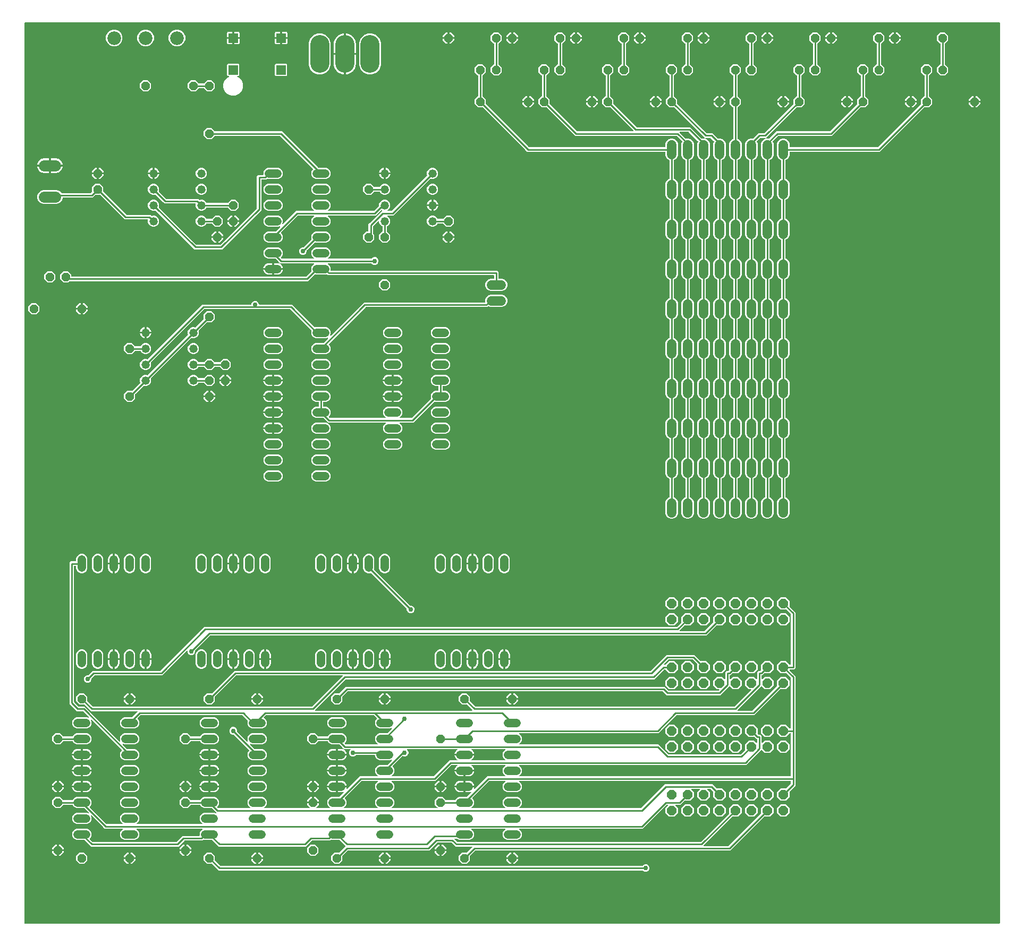
<source format=gbr>
G04 EAGLE Gerber RS-274X export*
G75*
%MOMM*%
%FSLAX34Y34*%
%LPD*%
%INTop Copper*%
%IPPOS*%
%AMOC8*
5,1,8,0,0,1.08239X$1,22.5*%
G01*
%ADD10P,1.429621X8X292.500000*%
%ADD11P,1.429621X8X202.500000*%
%ADD12P,1.429621X8X112.500000*%
%ADD13C,1.320800*%
%ADD14P,1.429621X8X22.500000*%
%ADD15C,1.320800*%
%ADD16C,2.184400*%
%ADD17R,1.500000X1.500000*%
%ADD18C,3.009900*%
%ADD19C,1.524000*%
%ADD20P,1.649562X8X202.500000*%
%ADD21C,1.790700*%
%ADD22C,0.254000*%
%ADD23C,0.756400*%

G36*
X1614498Y60964D02*
X1614498Y60964D01*
X1614517Y60962D01*
X1614619Y60984D01*
X1614721Y61000D01*
X1614738Y61010D01*
X1614758Y61014D01*
X1614847Y61067D01*
X1614938Y61116D01*
X1614952Y61130D01*
X1614969Y61140D01*
X1615036Y61219D01*
X1615108Y61294D01*
X1615116Y61312D01*
X1615129Y61327D01*
X1615168Y61423D01*
X1615211Y61517D01*
X1615213Y61537D01*
X1615221Y61555D01*
X1615239Y61722D01*
X1615239Y1497078D01*
X1615236Y1497098D01*
X1615238Y1497117D01*
X1615216Y1497219D01*
X1615200Y1497321D01*
X1615190Y1497338D01*
X1615186Y1497358D01*
X1615133Y1497447D01*
X1615084Y1497538D01*
X1615070Y1497552D01*
X1615060Y1497569D01*
X1614981Y1497636D01*
X1614906Y1497708D01*
X1614888Y1497716D01*
X1614873Y1497729D01*
X1614777Y1497768D01*
X1614683Y1497811D01*
X1614663Y1497813D01*
X1614645Y1497821D01*
X1614478Y1497839D01*
X61722Y1497839D01*
X61702Y1497836D01*
X61683Y1497838D01*
X61581Y1497816D01*
X61479Y1497800D01*
X61462Y1497790D01*
X61442Y1497786D01*
X61353Y1497733D01*
X61262Y1497684D01*
X61248Y1497670D01*
X61231Y1497660D01*
X61164Y1497581D01*
X61092Y1497506D01*
X61084Y1497488D01*
X61071Y1497473D01*
X61032Y1497377D01*
X60989Y1497283D01*
X60987Y1497263D01*
X60979Y1497245D01*
X60961Y1497078D01*
X60961Y61722D01*
X60964Y61702D01*
X60962Y61683D01*
X60984Y61581D01*
X61000Y61479D01*
X61010Y61462D01*
X61014Y61442D01*
X61067Y61353D01*
X61116Y61262D01*
X61130Y61248D01*
X61140Y61231D01*
X61219Y61164D01*
X61294Y61092D01*
X61312Y61084D01*
X61327Y61071D01*
X61423Y61032D01*
X61517Y60989D01*
X61537Y60987D01*
X61555Y60979D01*
X61722Y60961D01*
X1614478Y60961D01*
X1614498Y60964D01*
G37*
%LPC*%
G36*
X555117Y156209D02*
X555117Y156209D01*
X549909Y161417D01*
X549909Y168783D01*
X555117Y173991D01*
X562345Y173991D01*
X562436Y174005D01*
X562526Y174013D01*
X562556Y174025D01*
X562588Y174030D01*
X562669Y174073D01*
X562753Y174109D01*
X562785Y174135D01*
X562806Y174146D01*
X562828Y174169D01*
X562884Y174214D01*
X570895Y182225D01*
X572282Y183612D01*
X572293Y183628D01*
X572309Y183640D01*
X572365Y183728D01*
X572425Y183811D01*
X572431Y183830D01*
X572442Y183847D01*
X572467Y183948D01*
X572498Y184047D01*
X572497Y184066D01*
X572502Y184086D01*
X572494Y184189D01*
X572491Y184292D01*
X572484Y184311D01*
X572483Y184331D01*
X572442Y184426D01*
X572407Y184523D01*
X572394Y184539D01*
X572387Y184557D01*
X572282Y184688D01*
X562884Y194086D01*
X562810Y194139D01*
X562740Y194199D01*
X562710Y194211D01*
X562684Y194230D01*
X562597Y194257D01*
X562512Y194291D01*
X562471Y194295D01*
X562449Y194302D01*
X562417Y194301D01*
X562345Y194309D01*
X550428Y194309D01*
X549598Y194653D01*
X549484Y194680D01*
X549370Y194708D01*
X549364Y194708D01*
X549358Y194709D01*
X549242Y194698D01*
X549125Y194689D01*
X549120Y194687D01*
X549113Y194686D01*
X549006Y194638D01*
X548899Y194593D01*
X548893Y194588D01*
X548889Y194586D01*
X548875Y194574D01*
X548768Y194488D01*
X547573Y193293D01*
X519314Y193293D01*
X519223Y193279D01*
X519133Y193271D01*
X519103Y193259D01*
X519071Y193254D01*
X518990Y193211D01*
X518906Y193175D01*
X518874Y193149D01*
X518853Y193138D01*
X518831Y193115D01*
X518775Y193070D01*
X511780Y186075D01*
X509473Y183768D01*
X370002Y183768D01*
X359684Y194086D01*
X359610Y194139D01*
X359540Y194199D01*
X359510Y194211D01*
X359484Y194230D01*
X359397Y194257D01*
X359312Y194291D01*
X359271Y194295D01*
X359249Y194302D01*
X359217Y194301D01*
X359145Y194309D01*
X347228Y194309D01*
X346398Y194653D01*
X346284Y194680D01*
X346170Y194708D01*
X346164Y194708D01*
X346158Y194709D01*
X346042Y194698D01*
X345925Y194689D01*
X345920Y194687D01*
X345913Y194686D01*
X345806Y194638D01*
X345699Y194593D01*
X345693Y194588D01*
X345689Y194586D01*
X345675Y194574D01*
X345568Y194488D01*
X344373Y193293D01*
X316114Y193293D01*
X316023Y193279D01*
X315933Y193271D01*
X315903Y193259D01*
X315871Y193254D01*
X315790Y193211D01*
X315706Y193175D01*
X315674Y193149D01*
X315653Y193138D01*
X315631Y193115D01*
X315575Y193070D01*
X306273Y183768D01*
X166802Y183768D01*
X156484Y194086D01*
X156410Y194139D01*
X156340Y194199D01*
X156310Y194211D01*
X156284Y194230D01*
X156197Y194257D01*
X156112Y194291D01*
X156071Y194295D01*
X156049Y194302D01*
X156017Y194301D01*
X155945Y194309D01*
X144028Y194309D01*
X140760Y195663D01*
X138259Y198164D01*
X136905Y201432D01*
X136905Y204968D01*
X138259Y208236D01*
X140760Y210737D01*
X144028Y212091D01*
X160772Y212091D01*
X164040Y210737D01*
X166541Y208236D01*
X167895Y204968D01*
X167895Y201432D01*
X166541Y198164D01*
X165042Y196665D01*
X165030Y196648D01*
X165015Y196636D01*
X164959Y196549D01*
X164898Y196465D01*
X164893Y196446D01*
X164882Y196429D01*
X164856Y196329D01*
X164826Y196230D01*
X164827Y196210D01*
X164822Y196191D01*
X164830Y196088D01*
X164832Y195984D01*
X164839Y195965D01*
X164841Y195945D01*
X164881Y195850D01*
X164917Y195753D01*
X164929Y195737D01*
X164937Y195719D01*
X165042Y195588D01*
X169525Y191105D01*
X169599Y191052D01*
X169669Y190992D01*
X169699Y190980D01*
X169725Y190961D01*
X169812Y190934D01*
X169897Y190900D01*
X169938Y190896D01*
X169960Y190889D01*
X169992Y190890D01*
X170064Y190882D01*
X303011Y190882D01*
X303102Y190896D01*
X303192Y190904D01*
X303222Y190916D01*
X303254Y190921D01*
X303335Y190964D01*
X303419Y191000D01*
X303451Y191026D01*
X303472Y191037D01*
X303494Y191060D01*
X303550Y191105D01*
X312852Y200407D01*
X339390Y200407D01*
X339436Y200414D01*
X339482Y200412D01*
X339557Y200434D01*
X339633Y200446D01*
X339674Y200468D01*
X339718Y200481D01*
X339782Y200525D01*
X339851Y200562D01*
X339882Y200595D01*
X339920Y200621D01*
X339966Y200684D01*
X340020Y200740D01*
X340039Y200781D01*
X340067Y200818D01*
X340091Y200893D01*
X340124Y200963D01*
X340129Y201009D01*
X340143Y201052D01*
X340142Y201130D01*
X340151Y201207D01*
X340141Y201252D01*
X340140Y201298D01*
X340105Y201420D01*
X340105Y204968D01*
X341459Y208236D01*
X343960Y210737D01*
X344301Y210879D01*
X344384Y210930D01*
X344470Y210976D01*
X344488Y210995D01*
X344511Y211008D01*
X344573Y211083D01*
X344640Y211154D01*
X344651Y211178D01*
X344667Y211198D01*
X344702Y211289D01*
X344743Y211377D01*
X344746Y211403D01*
X344756Y211427D01*
X344760Y211525D01*
X344770Y211621D01*
X344765Y211647D01*
X344766Y211673D01*
X344739Y211767D01*
X344718Y211862D01*
X344705Y211884D01*
X344697Y211909D01*
X344642Y211989D01*
X344592Y212073D01*
X344572Y212090D01*
X344557Y212111D01*
X344479Y212169D01*
X344405Y212233D01*
X344381Y212243D01*
X344360Y212258D01*
X344267Y212288D01*
X344177Y212325D01*
X344144Y212328D01*
X344126Y212334D01*
X344093Y212334D01*
X344010Y212343D01*
X240190Y212343D01*
X240094Y212328D01*
X239997Y212318D01*
X239973Y212308D01*
X239947Y212304D01*
X239861Y212258D01*
X239772Y212218D01*
X239753Y212201D01*
X239730Y212188D01*
X239663Y212118D01*
X239591Y212052D01*
X239578Y212029D01*
X239560Y212010D01*
X239519Y211922D01*
X239472Y211836D01*
X239468Y211811D01*
X239457Y211787D01*
X239446Y211690D01*
X239429Y211594D01*
X239432Y211568D01*
X239430Y211543D01*
X239450Y211448D01*
X239464Y211351D01*
X239476Y211328D01*
X239482Y211302D01*
X239532Y211219D01*
X239576Y211132D01*
X239595Y211113D01*
X239608Y211091D01*
X239682Y211028D01*
X239752Y210960D01*
X239780Y210944D01*
X239795Y210931D01*
X239826Y210919D01*
X239899Y210879D01*
X240240Y210737D01*
X242741Y208236D01*
X244095Y204968D01*
X244095Y201432D01*
X242741Y198164D01*
X240240Y195663D01*
X236972Y194309D01*
X220228Y194309D01*
X216960Y195663D01*
X214459Y198164D01*
X213105Y201432D01*
X213105Y204968D01*
X214459Y208236D01*
X216960Y210737D01*
X217301Y210879D01*
X217384Y210930D01*
X217470Y210976D01*
X217488Y210995D01*
X217511Y211008D01*
X217573Y211083D01*
X217640Y211154D01*
X217651Y211178D01*
X217667Y211198D01*
X217702Y211289D01*
X217743Y211377D01*
X217746Y211403D01*
X217756Y211427D01*
X217760Y211525D01*
X217770Y211621D01*
X217765Y211647D01*
X217766Y211673D01*
X217739Y211767D01*
X217718Y211862D01*
X217705Y211884D01*
X217697Y211909D01*
X217642Y211989D01*
X217592Y212073D01*
X217572Y212090D01*
X217557Y212111D01*
X217479Y212169D01*
X217405Y212233D01*
X217381Y212243D01*
X217360Y212258D01*
X217267Y212288D01*
X217177Y212325D01*
X217144Y212328D01*
X217126Y212334D01*
X217093Y212334D01*
X217010Y212343D01*
X189027Y212343D01*
X186720Y214650D01*
X168404Y232966D01*
X168325Y233023D01*
X168250Y233085D01*
X168225Y233094D01*
X168204Y233110D01*
X168111Y233138D01*
X168020Y233173D01*
X167994Y233174D01*
X167969Y233182D01*
X167872Y233179D01*
X167775Y233184D01*
X167749Y233176D01*
X167723Y233176D01*
X167632Y233142D01*
X167538Y233115D01*
X167517Y233100D01*
X167492Y233091D01*
X167416Y233030D01*
X167336Y232975D01*
X167321Y232954D01*
X167300Y232937D01*
X167247Y232855D01*
X167189Y232777D01*
X167181Y232753D01*
X167167Y232731D01*
X167143Y232636D01*
X167113Y232543D01*
X167114Y232517D01*
X167107Y232492D01*
X167115Y232395D01*
X167116Y232298D01*
X167125Y232266D01*
X167126Y232247D01*
X167139Y232217D01*
X167162Y232136D01*
X167895Y230368D01*
X167895Y226832D01*
X166541Y223564D01*
X164040Y221063D01*
X160772Y219709D01*
X144028Y219709D01*
X140760Y221063D01*
X138259Y223564D01*
X136905Y226832D01*
X136905Y230368D01*
X138259Y233636D01*
X140760Y236137D01*
X144028Y237491D01*
X160772Y237491D01*
X162540Y236758D01*
X162635Y236736D01*
X162728Y236708D01*
X162754Y236708D01*
X162780Y236702D01*
X162877Y236711D01*
X162974Y236714D01*
X162999Y236723D01*
X163025Y236725D01*
X163114Y236765D01*
X163205Y236798D01*
X163226Y236815D01*
X163250Y236825D01*
X163321Y236891D01*
X163397Y236952D01*
X163411Y236974D01*
X163431Y236992D01*
X163478Y237077D01*
X163530Y237159D01*
X163537Y237184D01*
X163549Y237207D01*
X163567Y237303D01*
X163590Y237397D01*
X163588Y237424D01*
X163593Y237449D01*
X163579Y237546D01*
X163571Y237643D01*
X163561Y237667D01*
X163557Y237693D01*
X163513Y237780D01*
X163475Y237869D01*
X163455Y237894D01*
X163446Y237912D01*
X163422Y237935D01*
X163370Y238000D01*
X156484Y244886D01*
X156410Y244939D01*
X156340Y244999D01*
X156310Y245011D01*
X156284Y245030D01*
X156197Y245057D01*
X156112Y245091D01*
X156071Y245095D01*
X156049Y245102D01*
X156017Y245101D01*
X155945Y245109D01*
X144028Y245109D01*
X140760Y246463D01*
X138259Y248964D01*
X137841Y249973D01*
X137779Y250073D01*
X137719Y250173D01*
X137714Y250177D01*
X137711Y250182D01*
X137621Y250257D01*
X137532Y250333D01*
X137526Y250335D01*
X137522Y250339D01*
X137413Y250381D01*
X137304Y250425D01*
X137296Y250426D01*
X137292Y250427D01*
X137274Y250428D01*
X137137Y250443D01*
X123632Y250443D01*
X123542Y250429D01*
X123451Y250421D01*
X123421Y250409D01*
X123389Y250404D01*
X123309Y250361D01*
X123225Y250325D01*
X123193Y250299D01*
X123172Y250288D01*
X123150Y250265D01*
X123094Y250220D01*
X117983Y245109D01*
X110617Y245109D01*
X105409Y250317D01*
X105409Y257683D01*
X110617Y262891D01*
X117983Y262891D01*
X123094Y257780D01*
X123168Y257727D01*
X123237Y257667D01*
X123267Y257655D01*
X123293Y257636D01*
X123380Y257609D01*
X123465Y257575D01*
X123506Y257571D01*
X123529Y257564D01*
X123561Y257565D01*
X123632Y257557D01*
X137137Y257557D01*
X137252Y257576D01*
X137368Y257593D01*
X137374Y257595D01*
X137380Y257596D01*
X137483Y257651D01*
X137588Y257704D01*
X137592Y257709D01*
X137597Y257712D01*
X137677Y257796D01*
X137760Y257880D01*
X137763Y257886D01*
X137767Y257890D01*
X137775Y257907D01*
X137841Y258027D01*
X138259Y259036D01*
X140760Y261537D01*
X144028Y262891D01*
X160772Y262891D01*
X164040Y261537D01*
X166541Y259036D01*
X167895Y255768D01*
X167895Y252232D01*
X166541Y248964D01*
X165042Y247465D01*
X165030Y247448D01*
X165015Y247436D01*
X164959Y247349D01*
X164898Y247265D01*
X164893Y247246D01*
X164882Y247229D01*
X164856Y247129D01*
X164826Y247030D01*
X164827Y247010D01*
X164822Y246991D01*
X164830Y246888D01*
X164832Y246784D01*
X164839Y246765D01*
X164841Y246745D01*
X164881Y246650D01*
X164917Y246553D01*
X164929Y246537D01*
X164937Y246519D01*
X165042Y246388D01*
X191750Y219680D01*
X191824Y219627D01*
X191894Y219567D01*
X191924Y219555D01*
X191950Y219536D01*
X192037Y219509D01*
X192122Y219475D01*
X192163Y219471D01*
X192185Y219464D01*
X192217Y219465D01*
X192289Y219457D01*
X217010Y219457D01*
X217106Y219472D01*
X217203Y219482D01*
X217227Y219492D01*
X217253Y219496D01*
X217339Y219542D01*
X217428Y219582D01*
X217447Y219599D01*
X217470Y219612D01*
X217537Y219682D01*
X217609Y219748D01*
X217622Y219771D01*
X217640Y219790D01*
X217681Y219878D01*
X217728Y219964D01*
X217732Y219989D01*
X217743Y220013D01*
X217754Y220110D01*
X217771Y220206D01*
X217768Y220232D01*
X217770Y220257D01*
X217750Y220352D01*
X217736Y220449D01*
X217724Y220472D01*
X217718Y220498D01*
X217668Y220581D01*
X217624Y220668D01*
X217605Y220687D01*
X217592Y220709D01*
X217518Y220772D01*
X217448Y220840D01*
X217420Y220856D01*
X217405Y220869D01*
X217374Y220881D01*
X217301Y220921D01*
X216960Y221063D01*
X214459Y223564D01*
X213105Y226832D01*
X213105Y230368D01*
X214459Y233636D01*
X216960Y236137D01*
X220228Y237491D01*
X236972Y237491D01*
X240240Y236137D01*
X242741Y233636D01*
X244095Y230368D01*
X244095Y226832D01*
X242741Y223564D01*
X240240Y221063D01*
X239899Y220921D01*
X239816Y220870D01*
X239730Y220824D01*
X239712Y220805D01*
X239689Y220792D01*
X239627Y220717D01*
X239560Y220646D01*
X239549Y220622D01*
X239533Y220602D01*
X239498Y220511D01*
X239457Y220423D01*
X239454Y220397D01*
X239444Y220373D01*
X239440Y220275D01*
X239430Y220179D01*
X239435Y220153D01*
X239434Y220127D01*
X239461Y220033D01*
X239482Y219938D01*
X239495Y219916D01*
X239503Y219891D01*
X239558Y219811D01*
X239608Y219727D01*
X239628Y219710D01*
X239643Y219689D01*
X239721Y219631D01*
X239795Y219567D01*
X239819Y219557D01*
X239840Y219542D01*
X239933Y219512D01*
X240023Y219475D01*
X240056Y219472D01*
X240074Y219466D01*
X240107Y219466D01*
X240190Y219457D01*
X344010Y219457D01*
X344106Y219472D01*
X344203Y219482D01*
X344227Y219492D01*
X344253Y219496D01*
X344339Y219542D01*
X344428Y219582D01*
X344447Y219599D01*
X344470Y219612D01*
X344537Y219682D01*
X344609Y219748D01*
X344622Y219771D01*
X344640Y219790D01*
X344681Y219878D01*
X344728Y219964D01*
X344732Y219989D01*
X344743Y220013D01*
X344754Y220110D01*
X344771Y220206D01*
X344768Y220232D01*
X344770Y220257D01*
X344750Y220352D01*
X344736Y220449D01*
X344724Y220472D01*
X344718Y220498D01*
X344668Y220581D01*
X344624Y220668D01*
X344605Y220687D01*
X344592Y220709D01*
X344518Y220772D01*
X344448Y220840D01*
X344420Y220856D01*
X344405Y220869D01*
X344374Y220881D01*
X344301Y220921D01*
X343960Y221063D01*
X341459Y223564D01*
X340105Y226832D01*
X340105Y230368D01*
X341459Y233636D01*
X343960Y236137D01*
X347228Y237491D01*
X363972Y237491D01*
X365740Y236758D01*
X365835Y236736D01*
X365928Y236708D01*
X365954Y236708D01*
X365980Y236702D01*
X366077Y236711D01*
X366174Y236714D01*
X366199Y236723D01*
X366225Y236725D01*
X366313Y236765D01*
X366405Y236798D01*
X366426Y236815D01*
X366449Y236825D01*
X366521Y236891D01*
X366597Y236952D01*
X366611Y236974D01*
X366631Y236992D01*
X366678Y237077D01*
X366730Y237159D01*
X366737Y237184D01*
X366749Y237207D01*
X366767Y237303D01*
X366790Y237397D01*
X366788Y237423D01*
X366793Y237449D01*
X366779Y237546D01*
X366771Y237643D01*
X366761Y237667D01*
X366757Y237693D01*
X366713Y237780D01*
X366675Y237869D01*
X366654Y237894D01*
X366646Y237912D01*
X366622Y237935D01*
X366570Y238000D01*
X364520Y240050D01*
X359684Y244886D01*
X359610Y244939D01*
X359540Y244999D01*
X359510Y245011D01*
X359484Y245030D01*
X359397Y245057D01*
X359312Y245091D01*
X359271Y245095D01*
X359249Y245102D01*
X359217Y245101D01*
X359145Y245109D01*
X347228Y245109D01*
X343960Y246463D01*
X341459Y248964D01*
X341041Y249973D01*
X340979Y250073D01*
X340919Y250173D01*
X340914Y250177D01*
X340911Y250182D01*
X340821Y250257D01*
X340732Y250333D01*
X340726Y250335D01*
X340722Y250339D01*
X340613Y250381D01*
X340504Y250425D01*
X340496Y250426D01*
X340492Y250427D01*
X340474Y250428D01*
X340337Y250443D01*
X326832Y250443D01*
X326742Y250429D01*
X326651Y250421D01*
X326621Y250409D01*
X326589Y250404D01*
X326509Y250361D01*
X326425Y250325D01*
X326393Y250299D01*
X326372Y250288D01*
X326350Y250265D01*
X326294Y250220D01*
X321183Y245109D01*
X313817Y245109D01*
X308609Y250317D01*
X308609Y257683D01*
X313817Y262891D01*
X321183Y262891D01*
X326294Y257780D01*
X326368Y257727D01*
X326437Y257667D01*
X326467Y257655D01*
X326493Y257636D01*
X326580Y257609D01*
X326665Y257575D01*
X326706Y257571D01*
X326729Y257564D01*
X326761Y257565D01*
X326832Y257557D01*
X340337Y257557D01*
X340452Y257576D01*
X340568Y257593D01*
X340574Y257595D01*
X340580Y257596D01*
X340683Y257651D01*
X340788Y257704D01*
X340792Y257709D01*
X340797Y257712D01*
X340877Y257796D01*
X340960Y257880D01*
X340963Y257886D01*
X340967Y257890D01*
X340975Y257907D01*
X341041Y258027D01*
X341459Y259036D01*
X343960Y261537D01*
X347228Y262891D01*
X363972Y262891D01*
X367240Y261537D01*
X369741Y259036D01*
X371095Y255768D01*
X371095Y252232D01*
X369741Y248964D01*
X368242Y247465D01*
X368230Y247448D01*
X368215Y247436D01*
X368159Y247349D01*
X368098Y247265D01*
X368093Y247246D01*
X368082Y247229D01*
X368056Y247129D01*
X368026Y247030D01*
X368027Y247010D01*
X368022Y246991D01*
X368030Y246888D01*
X368032Y246784D01*
X368039Y246765D01*
X368041Y246745D01*
X368081Y246650D01*
X368117Y246553D01*
X368129Y246537D01*
X368137Y246519D01*
X368242Y246388D01*
X369550Y245080D01*
X369624Y245027D01*
X369694Y244967D01*
X369724Y244955D01*
X369750Y244936D01*
X369837Y244909D01*
X369922Y244875D01*
X369963Y244871D01*
X369985Y244864D01*
X370017Y244865D01*
X370089Y244857D01*
X420210Y244857D01*
X420306Y244872D01*
X420403Y244882D01*
X420427Y244892D01*
X420453Y244896D01*
X420539Y244942D01*
X420628Y244982D01*
X420647Y244999D01*
X420670Y245012D01*
X420737Y245082D01*
X420809Y245148D01*
X420822Y245171D01*
X420840Y245190D01*
X420881Y245278D01*
X420928Y245364D01*
X420932Y245389D01*
X420943Y245413D01*
X420954Y245510D01*
X420971Y245606D01*
X420968Y245632D01*
X420970Y245657D01*
X420950Y245752D01*
X420936Y245849D01*
X420924Y245872D01*
X420918Y245898D01*
X420868Y245981D01*
X420824Y246068D01*
X420805Y246087D01*
X420792Y246109D01*
X420718Y246172D01*
X420648Y246240D01*
X420620Y246256D01*
X420605Y246269D01*
X420574Y246281D01*
X420501Y246321D01*
X420160Y246463D01*
X417659Y248964D01*
X416305Y252232D01*
X416305Y255768D01*
X417659Y259036D01*
X420160Y261537D01*
X423428Y262891D01*
X440172Y262891D01*
X443440Y261537D01*
X445941Y259036D01*
X447295Y255768D01*
X447295Y252232D01*
X445941Y248964D01*
X443440Y246463D01*
X443099Y246321D01*
X443016Y246270D01*
X442930Y246224D01*
X442912Y246205D01*
X442889Y246192D01*
X442827Y246117D01*
X442760Y246046D01*
X442749Y246022D01*
X442733Y246002D01*
X442698Y245911D01*
X442657Y245823D01*
X442654Y245797D01*
X442644Y245773D01*
X442640Y245675D01*
X442630Y245579D01*
X442635Y245553D01*
X442634Y245527D01*
X442661Y245433D01*
X442682Y245338D01*
X442695Y245316D01*
X442703Y245291D01*
X442758Y245211D01*
X442808Y245127D01*
X442828Y245110D01*
X442843Y245089D01*
X442921Y245031D01*
X442995Y244967D01*
X443019Y244957D01*
X443040Y244942D01*
X443133Y244912D01*
X443223Y244875D01*
X443256Y244872D01*
X443274Y244866D01*
X443307Y244866D01*
X443390Y244857D01*
X515073Y244857D01*
X515144Y244868D01*
X515215Y244870D01*
X515264Y244888D01*
X515316Y244896D01*
X515379Y244930D01*
X515446Y244955D01*
X515487Y244987D01*
X515533Y245012D01*
X515582Y245064D01*
X515638Y245108D01*
X515667Y245152D01*
X515702Y245190D01*
X515733Y245255D01*
X515771Y245315D01*
X515784Y245366D01*
X515806Y245413D01*
X515814Y245484D01*
X515831Y245554D01*
X515827Y245606D01*
X515833Y245657D01*
X515818Y245728D01*
X515812Y245799D01*
X515792Y245847D01*
X515781Y245898D01*
X515744Y245959D01*
X515716Y246025D01*
X515671Y246081D01*
X515655Y246109D01*
X515637Y246124D01*
X515611Y246156D01*
X511555Y250212D01*
X511555Y252477D01*
X519938Y252477D01*
X519958Y252480D01*
X519977Y252478D01*
X520079Y252500D01*
X520181Y252517D01*
X520198Y252526D01*
X520218Y252530D01*
X520307Y252583D01*
X520398Y252632D01*
X520412Y252646D01*
X520429Y252656D01*
X520496Y252735D01*
X520567Y252810D01*
X520576Y252828D01*
X520589Y252843D01*
X520627Y252939D01*
X520671Y253033D01*
X520673Y253053D01*
X520681Y253071D01*
X520699Y253238D01*
X520699Y254001D01*
X520701Y254001D01*
X520701Y253238D01*
X520704Y253218D01*
X520702Y253199D01*
X520724Y253097D01*
X520741Y252995D01*
X520750Y252978D01*
X520754Y252958D01*
X520807Y252869D01*
X520856Y252778D01*
X520870Y252764D01*
X520880Y252747D01*
X520959Y252680D01*
X521034Y252609D01*
X521052Y252600D01*
X521067Y252587D01*
X521163Y252548D01*
X521257Y252505D01*
X521277Y252503D01*
X521295Y252495D01*
X521462Y252477D01*
X529845Y252477D01*
X529845Y250212D01*
X525789Y246156D01*
X525747Y246098D01*
X525698Y246046D01*
X525676Y245999D01*
X525645Y245957D01*
X525624Y245888D01*
X525594Y245823D01*
X525588Y245771D01*
X525573Y245721D01*
X525575Y245650D01*
X525567Y245579D01*
X525578Y245528D01*
X525579Y245476D01*
X525604Y245408D01*
X525619Y245338D01*
X525646Y245293D01*
X525664Y245245D01*
X525709Y245189D01*
X525745Y245127D01*
X525785Y245093D01*
X525817Y245053D01*
X525878Y245014D01*
X525932Y244967D01*
X525981Y244948D01*
X526024Y244920D01*
X526094Y244902D01*
X526160Y244875D01*
X526232Y244867D01*
X526263Y244859D01*
X526286Y244861D01*
X526327Y244857D01*
X547210Y244857D01*
X547306Y244872D01*
X547403Y244882D01*
X547427Y244892D01*
X547453Y244896D01*
X547539Y244942D01*
X547628Y244982D01*
X547647Y244999D01*
X547670Y245012D01*
X547737Y245082D01*
X547809Y245148D01*
X547822Y245171D01*
X547840Y245190D01*
X547881Y245278D01*
X547928Y245364D01*
X547932Y245389D01*
X547943Y245413D01*
X547954Y245510D01*
X547971Y245606D01*
X547968Y245632D01*
X547970Y245657D01*
X547950Y245752D01*
X547936Y245849D01*
X547924Y245872D01*
X547918Y245898D01*
X547868Y245981D01*
X547824Y246068D01*
X547805Y246087D01*
X547792Y246109D01*
X547718Y246172D01*
X547648Y246240D01*
X547620Y246256D01*
X547605Y246269D01*
X547574Y246281D01*
X547501Y246321D01*
X547160Y246463D01*
X544659Y248964D01*
X543305Y252232D01*
X543305Y255768D01*
X544659Y259036D01*
X547160Y261537D01*
X550428Y262891D01*
X562345Y262891D01*
X562436Y262905D01*
X562526Y262913D01*
X562556Y262925D01*
X562588Y262930D01*
X562669Y262973D01*
X562753Y263009D01*
X562785Y263035D01*
X562806Y263046D01*
X562828Y263069D01*
X562884Y263114D01*
X569301Y269531D01*
X569358Y269610D01*
X569420Y269685D01*
X569429Y269709D01*
X569444Y269730D01*
X569473Y269824D01*
X569508Y269914D01*
X569509Y269940D01*
X569517Y269965D01*
X569514Y270063D01*
X569518Y270160D01*
X569511Y270185D01*
X569510Y270211D01*
X569477Y270303D01*
X569450Y270396D01*
X569435Y270418D01*
X569426Y270442D01*
X569365Y270519D01*
X569309Y270598D01*
X569288Y270614D01*
X569272Y270634D01*
X569190Y270687D01*
X569112Y270745D01*
X569087Y270753D01*
X569065Y270767D01*
X568971Y270791D01*
X568878Y270821D01*
X568852Y270821D01*
X568827Y270827D01*
X568730Y270820D01*
X568632Y270819D01*
X568601Y270810D01*
X568581Y270808D01*
X568551Y270795D01*
X568471Y270772D01*
X568071Y270607D01*
X566305Y270255D01*
X560323Y270255D01*
X560323Y277877D01*
X574425Y277877D01*
X574197Y276733D01*
X574032Y276333D01*
X574009Y276238D01*
X573981Y276145D01*
X573982Y276119D01*
X573976Y276093D01*
X573985Y275997D01*
X573987Y275899D01*
X573996Y275875D01*
X573999Y275849D01*
X574038Y275760D01*
X574072Y275668D01*
X574088Y275648D01*
X574099Y275624D01*
X574165Y275552D01*
X574225Y275476D01*
X574247Y275462D01*
X574265Y275443D01*
X574350Y275396D01*
X574432Y275343D01*
X574458Y275337D01*
X574481Y275324D01*
X574577Y275307D01*
X574671Y275283D01*
X574697Y275285D01*
X574723Y275280D01*
X574819Y275295D01*
X574916Y275302D01*
X574940Y275312D01*
X574966Y275316D01*
X575053Y275360D01*
X575142Y275398D01*
X575168Y275419D01*
X575185Y275428D01*
X575208Y275451D01*
X575273Y275503D01*
X593120Y293350D01*
X595427Y295657D01*
X623410Y295657D01*
X623506Y295672D01*
X623603Y295682D01*
X623627Y295692D01*
X623653Y295696D01*
X623739Y295742D01*
X623828Y295782D01*
X623847Y295799D01*
X623870Y295812D01*
X623937Y295882D01*
X624009Y295948D01*
X624022Y295971D01*
X624040Y295990D01*
X624081Y296078D01*
X624128Y296164D01*
X624132Y296189D01*
X624143Y296213D01*
X624154Y296310D01*
X624171Y296406D01*
X624168Y296432D01*
X624170Y296457D01*
X624150Y296552D01*
X624136Y296649D01*
X624124Y296672D01*
X624118Y296698D01*
X624068Y296781D01*
X624024Y296868D01*
X624005Y296887D01*
X623992Y296909D01*
X623918Y296972D01*
X623848Y297040D01*
X623820Y297056D01*
X623805Y297069D01*
X623774Y297081D01*
X623701Y297121D01*
X623360Y297263D01*
X620859Y299764D01*
X619505Y303032D01*
X619505Y306568D01*
X620859Y309836D01*
X623360Y312337D01*
X626628Y313691D01*
X638545Y313691D01*
X638636Y313705D01*
X638726Y313713D01*
X638756Y313725D01*
X638788Y313730D01*
X638869Y313773D01*
X638953Y313809D01*
X638985Y313835D01*
X639006Y313846D01*
X639010Y313850D01*
X639011Y313851D01*
X639029Y313870D01*
X639084Y313914D01*
X645970Y320800D01*
X646017Y320865D01*
X646031Y320880D01*
X646036Y320890D01*
X646089Y320954D01*
X646098Y320979D01*
X646114Y321000D01*
X646142Y321093D01*
X646177Y321184D01*
X646178Y321210D01*
X646186Y321235D01*
X646183Y321332D01*
X646188Y321429D01*
X646180Y321455D01*
X646180Y321481D01*
X646146Y321572D01*
X646119Y321666D01*
X646104Y321687D01*
X646095Y321712D01*
X646034Y321788D01*
X645979Y321868D01*
X645958Y321883D01*
X645941Y321904D01*
X645859Y321957D01*
X645781Y322015D01*
X645757Y322023D01*
X645735Y322037D01*
X645640Y322061D01*
X645547Y322091D01*
X645521Y322090D01*
X645496Y322097D01*
X645399Y322089D01*
X645302Y322088D01*
X645270Y322079D01*
X645251Y322078D01*
X645221Y322065D01*
X645140Y322042D01*
X643372Y321309D01*
X626628Y321309D01*
X623360Y322663D01*
X620859Y325164D01*
X619505Y328432D01*
X619505Y329057D01*
X619502Y329077D01*
X619504Y329096D01*
X619482Y329198D01*
X619466Y329300D01*
X619456Y329317D01*
X619452Y329337D01*
X619399Y329426D01*
X619350Y329517D01*
X619336Y329531D01*
X619326Y329548D01*
X619247Y329615D01*
X619172Y329687D01*
X619154Y329695D01*
X619139Y329708D01*
X619043Y329747D01*
X618949Y329790D01*
X618929Y329792D01*
X618911Y329800D01*
X618744Y329818D01*
X589541Y329818D01*
X589451Y329804D01*
X589360Y329796D01*
X589330Y329784D01*
X589298Y329779D01*
X589218Y329736D01*
X589134Y329700D01*
X589102Y329674D01*
X589081Y329663D01*
X589059Y329640D01*
X589003Y329595D01*
X587638Y328230D01*
X585407Y327306D01*
X582993Y327306D01*
X580762Y328230D01*
X579055Y329937D01*
X578131Y332168D01*
X578131Y334582D01*
X579055Y336813D01*
X580286Y338044D01*
X580328Y338102D01*
X580377Y338154D01*
X580399Y338201D01*
X580430Y338243D01*
X580451Y338312D01*
X580481Y338377D01*
X580487Y338429D01*
X580502Y338479D01*
X580500Y338550D01*
X580508Y338621D01*
X580497Y338672D01*
X580496Y338724D01*
X580471Y338792D01*
X580456Y338862D01*
X580429Y338907D01*
X580411Y338955D01*
X580366Y339011D01*
X580330Y339073D01*
X580290Y339107D01*
X580258Y339147D01*
X580197Y339186D01*
X580143Y339233D01*
X580095Y339252D01*
X580051Y339280D01*
X579981Y339298D01*
X579915Y339325D01*
X579843Y339333D01*
X579812Y339341D01*
X579789Y339339D01*
X579748Y339343D01*
X570690Y339343D01*
X570667Y339340D01*
X570644Y339342D01*
X570546Y339320D01*
X570447Y339304D01*
X570427Y339293D01*
X570404Y339288D01*
X570318Y339235D01*
X570230Y339188D01*
X570214Y339172D01*
X570194Y339160D01*
X570129Y339083D01*
X570060Y339010D01*
X570051Y338989D01*
X570036Y338972D01*
X569999Y338878D01*
X569957Y338787D01*
X569954Y338764D01*
X569946Y338743D01*
X569941Y338642D01*
X569930Y338543D01*
X569934Y338520D01*
X569933Y338497D01*
X569960Y338400D01*
X569982Y338302D01*
X569994Y338282D01*
X570000Y338260D01*
X570056Y338177D01*
X570108Y338091D01*
X570125Y338076D01*
X570138Y338057D01*
X570267Y337949D01*
X571234Y337303D01*
X572507Y336030D01*
X573508Y334532D01*
X574197Y332867D01*
X574425Y331723D01*
X560323Y331723D01*
X560323Y339345D01*
X566305Y339345D01*
X568071Y338993D01*
X568471Y338828D01*
X568566Y338806D01*
X568659Y338777D01*
X568685Y338778D01*
X568711Y338772D01*
X568807Y338781D01*
X568905Y338783D01*
X568929Y338792D01*
X568955Y338795D01*
X569044Y338834D01*
X569136Y338868D01*
X569156Y338884D01*
X569180Y338895D01*
X569252Y338961D01*
X569328Y339021D01*
X569342Y339043D01*
X569361Y339061D01*
X569408Y339146D01*
X569461Y339228D01*
X569467Y339254D01*
X569480Y339277D01*
X569497Y339373D01*
X569521Y339467D01*
X569519Y339493D01*
X569524Y339519D01*
X569509Y339615D01*
X569502Y339712D01*
X569492Y339736D01*
X569488Y339762D01*
X569444Y339849D01*
X569405Y339938D01*
X569385Y339964D01*
X569376Y339981D01*
X569353Y340004D01*
X569301Y340069D01*
X567720Y341650D01*
X562884Y346486D01*
X562810Y346539D01*
X562740Y346599D01*
X562710Y346611D01*
X562684Y346630D01*
X562597Y346657D01*
X562512Y346691D01*
X562471Y346695D01*
X562449Y346702D01*
X562417Y346701D01*
X562345Y346709D01*
X550428Y346709D01*
X547160Y348063D01*
X544659Y350564D01*
X544241Y351573D01*
X544179Y351673D01*
X544119Y351773D01*
X544114Y351777D01*
X544111Y351782D01*
X544020Y351857D01*
X543932Y351933D01*
X543926Y351935D01*
X543922Y351939D01*
X543813Y351981D01*
X543704Y352025D01*
X543697Y352026D01*
X543692Y352027D01*
X543674Y352028D01*
X543537Y352043D01*
X530032Y352043D01*
X529942Y352029D01*
X529851Y352021D01*
X529821Y352009D01*
X529789Y352004D01*
X529709Y351961D01*
X529625Y351925D01*
X529593Y351899D01*
X529572Y351888D01*
X529550Y351865D01*
X529494Y351820D01*
X524383Y346709D01*
X517017Y346709D01*
X511809Y351917D01*
X511809Y359283D01*
X517017Y364491D01*
X524383Y364491D01*
X529494Y359380D01*
X529568Y359327D01*
X529637Y359267D01*
X529667Y359255D01*
X529693Y359236D01*
X529780Y359209D01*
X529865Y359175D01*
X529906Y359171D01*
X529928Y359164D01*
X529961Y359165D01*
X530032Y359157D01*
X543537Y359157D01*
X543652Y359176D01*
X543768Y359193D01*
X543774Y359195D01*
X543780Y359196D01*
X543883Y359251D01*
X543988Y359304D01*
X543992Y359309D01*
X543997Y359312D01*
X544077Y359396D01*
X544160Y359480D01*
X544163Y359486D01*
X544167Y359490D01*
X544175Y359507D01*
X544241Y359627D01*
X544659Y360636D01*
X547160Y363137D01*
X550428Y364491D01*
X567172Y364491D01*
X570440Y363137D01*
X572941Y360636D01*
X574295Y357368D01*
X574295Y353832D01*
X572941Y350564D01*
X571442Y349065D01*
X571430Y349048D01*
X571415Y349036D01*
X571359Y348949D01*
X571298Y348865D01*
X571293Y348846D01*
X571282Y348829D01*
X571256Y348729D01*
X571226Y348630D01*
X571227Y348610D01*
X571222Y348591D01*
X571230Y348488D01*
X571232Y348384D01*
X571239Y348365D01*
X571241Y348345D01*
X571281Y348250D01*
X571317Y348153D01*
X571329Y348137D01*
X571337Y348119D01*
X571442Y347988D01*
X572750Y346680D01*
X572824Y346627D01*
X572894Y346567D01*
X572924Y346555D01*
X572950Y346536D01*
X573037Y346509D01*
X573122Y346475D01*
X573163Y346471D01*
X573185Y346464D01*
X573217Y346465D01*
X573289Y346457D01*
X623410Y346457D01*
X623506Y346472D01*
X623603Y346482D01*
X623627Y346492D01*
X623653Y346496D01*
X623739Y346542D01*
X623828Y346582D01*
X623847Y346599D01*
X623870Y346612D01*
X623937Y346682D01*
X624009Y346748D01*
X624022Y346771D01*
X624040Y346790D01*
X624081Y346878D01*
X624128Y346964D01*
X624132Y346989D01*
X624143Y347013D01*
X624154Y347110D01*
X624171Y347206D01*
X624168Y347232D01*
X624170Y347257D01*
X624150Y347352D01*
X624136Y347449D01*
X624124Y347472D01*
X624118Y347498D01*
X624068Y347582D01*
X624024Y347668D01*
X624005Y347686D01*
X623992Y347709D01*
X623918Y347772D01*
X623848Y347840D01*
X623820Y347856D01*
X623805Y347869D01*
X623774Y347881D01*
X623701Y347921D01*
X623360Y348063D01*
X620859Y350564D01*
X619505Y353832D01*
X619505Y357368D01*
X620859Y360636D01*
X623360Y363137D01*
X626628Y364491D01*
X638545Y364491D01*
X638636Y364505D01*
X638726Y364513D01*
X638756Y364525D01*
X638788Y364530D01*
X638869Y364573D01*
X638953Y364609D01*
X638985Y364635D01*
X639006Y364646D01*
X639028Y364669D01*
X639084Y364714D01*
X645970Y371600D01*
X646027Y371679D01*
X646089Y371754D01*
X646098Y371779D01*
X646114Y371800D01*
X646142Y371893D01*
X646177Y371984D01*
X646178Y372010D01*
X646186Y372035D01*
X646183Y372132D01*
X646188Y372229D01*
X646180Y372255D01*
X646180Y372281D01*
X646146Y372372D01*
X646119Y372466D01*
X646104Y372487D01*
X646095Y372512D01*
X646034Y372588D01*
X645979Y372668D01*
X645958Y372683D01*
X645941Y372704D01*
X645859Y372757D01*
X645781Y372815D01*
X645757Y372823D01*
X645735Y372837D01*
X645640Y372861D01*
X645547Y372891D01*
X645521Y372890D01*
X645496Y372897D01*
X645399Y372889D01*
X645302Y372888D01*
X645270Y372879D01*
X645251Y372878D01*
X645221Y372865D01*
X645140Y372842D01*
X643372Y372109D01*
X626628Y372109D01*
X623360Y373463D01*
X620859Y375964D01*
X619505Y379232D01*
X619505Y382768D01*
X620859Y386036D01*
X622358Y387535D01*
X622370Y387552D01*
X622385Y387564D01*
X622441Y387651D01*
X622502Y387735D01*
X622507Y387754D01*
X622518Y387771D01*
X622544Y387871D01*
X622574Y387970D01*
X622573Y387990D01*
X622578Y388009D01*
X622570Y388112D01*
X622568Y388216D01*
X622561Y388235D01*
X622559Y388255D01*
X622519Y388350D01*
X622483Y388447D01*
X622471Y388463D01*
X622463Y388481D01*
X622358Y388612D01*
X617875Y393095D01*
X617801Y393148D01*
X617731Y393208D01*
X617701Y393220D01*
X617675Y393239D01*
X617588Y393266D01*
X617503Y393300D01*
X617462Y393304D01*
X617440Y393311D01*
X617408Y393310D01*
X617336Y393318D01*
X446289Y393318D01*
X446198Y393304D01*
X446108Y393296D01*
X446078Y393284D01*
X446046Y393279D01*
X445965Y393236D01*
X445881Y393200D01*
X445849Y393174D01*
X445828Y393163D01*
X445806Y393140D01*
X445750Y393095D01*
X442656Y390001D01*
X442629Y389964D01*
X442596Y389933D01*
X442558Y389865D01*
X442513Y389801D01*
X442499Y389758D01*
X442477Y389717D01*
X442463Y389641D01*
X442440Y389566D01*
X442441Y389521D01*
X442433Y389475D01*
X442445Y389398D01*
X442447Y389320D01*
X442462Y389277D01*
X442469Y389232D01*
X442504Y389163D01*
X442531Y389089D01*
X442560Y389054D01*
X442581Y389013D01*
X442636Y388958D01*
X442685Y388897D01*
X442724Y388873D01*
X442756Y388840D01*
X442876Y388775D01*
X442892Y388764D01*
X442897Y388763D01*
X442903Y388760D01*
X443440Y388537D01*
X445941Y386036D01*
X447295Y382768D01*
X447295Y379232D01*
X445941Y375964D01*
X443440Y373463D01*
X440172Y372109D01*
X423428Y372109D01*
X420160Y373463D01*
X417659Y375964D01*
X416305Y379232D01*
X416305Y382768D01*
X416798Y383958D01*
X416824Y384071D01*
X416853Y384185D01*
X416853Y384191D01*
X416854Y384197D01*
X416843Y384314D01*
X416834Y384430D01*
X416831Y384436D01*
X416831Y384442D01*
X416783Y384549D01*
X416738Y384656D01*
X416733Y384662D01*
X416731Y384667D01*
X416718Y384680D01*
X416633Y384787D01*
X408325Y393095D01*
X408251Y393148D01*
X408181Y393208D01*
X408151Y393220D01*
X408125Y393239D01*
X408038Y393266D01*
X407953Y393300D01*
X407912Y393304D01*
X407890Y393311D01*
X407858Y393310D01*
X407786Y393318D01*
X246264Y393318D01*
X246173Y393304D01*
X246083Y393296D01*
X246053Y393284D01*
X246021Y393279D01*
X245940Y393236D01*
X245856Y393200D01*
X245824Y393174D01*
X245803Y393163D01*
X245781Y393140D01*
X245725Y393095D01*
X241242Y388612D01*
X241230Y388596D01*
X241215Y388583D01*
X241159Y388496D01*
X241098Y388412D01*
X241093Y388393D01*
X241082Y388376D01*
X241056Y388276D01*
X241026Y388177D01*
X241027Y388157D01*
X241022Y388138D01*
X241030Y388035D01*
X241032Y387931D01*
X241039Y387913D01*
X241041Y387893D01*
X241081Y387798D01*
X241117Y387700D01*
X241129Y387685D01*
X241137Y387666D01*
X241242Y387535D01*
X242741Y386036D01*
X244095Y382768D01*
X244095Y379232D01*
X242741Y375964D01*
X240240Y373463D01*
X236972Y372109D01*
X220228Y372109D01*
X216960Y373463D01*
X214459Y375964D01*
X213105Y379232D01*
X213105Y382768D01*
X214459Y386036D01*
X216960Y388537D01*
X220228Y389891D01*
X232145Y389891D01*
X232236Y389905D01*
X232326Y389913D01*
X232356Y389925D01*
X232388Y389930D01*
X232469Y389973D01*
X232553Y390009D01*
X232585Y390035D01*
X232606Y390046D01*
X232628Y390069D01*
X232684Y390114D01*
X240695Y398125D01*
X240939Y398369D01*
X240981Y398427D01*
X241030Y398479D01*
X241052Y398526D01*
X241082Y398568D01*
X241103Y398637D01*
X241134Y398702D01*
X241139Y398754D01*
X241155Y398804D01*
X241153Y398875D01*
X241161Y398946D01*
X241150Y398997D01*
X241148Y399049D01*
X241124Y399117D01*
X241108Y399187D01*
X241082Y399232D01*
X241064Y399280D01*
X241019Y399336D01*
X240982Y399398D01*
X240943Y399432D01*
X240910Y399472D01*
X240850Y399511D01*
X240795Y399558D01*
X240747Y399577D01*
X240703Y399605D01*
X240634Y399623D01*
X240567Y399650D01*
X240496Y399658D01*
X240465Y399666D01*
X240441Y399664D01*
X240400Y399668D01*
X166802Y399668D01*
X156484Y409986D01*
X156410Y410039D01*
X156340Y410099D01*
X156310Y410111D01*
X156284Y410130D01*
X156197Y410157D01*
X156112Y410191D01*
X156071Y410195D01*
X156049Y410202D01*
X156017Y410201D01*
X155945Y410209D01*
X148717Y410209D01*
X143509Y415417D01*
X143509Y422783D01*
X148717Y427991D01*
X156083Y427991D01*
X161291Y422783D01*
X161291Y415555D01*
X161305Y415464D01*
X161313Y415374D01*
X161325Y415344D01*
X161330Y415312D01*
X161373Y415231D01*
X161409Y415147D01*
X161435Y415115D01*
X161446Y415094D01*
X161469Y415072D01*
X161514Y415016D01*
X169525Y407005D01*
X169599Y406952D01*
X169669Y406892D01*
X169699Y406880D01*
X169725Y406861D01*
X169812Y406834D01*
X169897Y406800D01*
X169938Y406796D01*
X169960Y406789D01*
X169992Y406790D01*
X170064Y406782D01*
X518911Y406782D01*
X519002Y406796D01*
X519092Y406804D01*
X519122Y406816D01*
X519154Y406821D01*
X519235Y406864D01*
X519319Y406900D01*
X519351Y406926D01*
X519372Y406937D01*
X519394Y406960D01*
X519450Y407005D01*
X567720Y455275D01*
X567964Y455519D01*
X568006Y455577D01*
X568055Y455629D01*
X568077Y455676D01*
X568107Y455718D01*
X568128Y455787D01*
X568159Y455852D01*
X568164Y455904D01*
X568180Y455954D01*
X568178Y456025D01*
X568186Y456096D01*
X568175Y456147D01*
X568173Y456199D01*
X568149Y456267D01*
X568133Y456337D01*
X568107Y456382D01*
X568089Y456430D01*
X568044Y456486D01*
X568007Y456548D01*
X567968Y456582D01*
X567935Y456622D01*
X567875Y456661D01*
X567820Y456708D01*
X567772Y456727D01*
X567728Y456755D01*
X567659Y456773D01*
X567592Y456800D01*
X567521Y456808D01*
X567490Y456816D01*
X567466Y456814D01*
X567425Y456818D01*
X398664Y456818D01*
X398573Y456804D01*
X398483Y456796D01*
X398453Y456784D01*
X398421Y456779D01*
X398340Y456736D01*
X398256Y456700D01*
X398224Y456674D01*
X398203Y456663D01*
X398197Y456656D01*
X398196Y456656D01*
X398180Y456639D01*
X398125Y456595D01*
X364714Y423184D01*
X364661Y423110D01*
X364601Y423040D01*
X364589Y423010D01*
X364570Y422984D01*
X364543Y422897D01*
X364509Y422812D01*
X364505Y422771D01*
X364498Y422749D01*
X364499Y422717D01*
X364491Y422645D01*
X364491Y415417D01*
X359283Y410209D01*
X351917Y410209D01*
X346709Y415417D01*
X346709Y422783D01*
X351917Y427991D01*
X359145Y427991D01*
X359236Y428005D01*
X359326Y428013D01*
X359356Y428025D01*
X359388Y428030D01*
X359469Y428073D01*
X359553Y428109D01*
X359585Y428135D01*
X359606Y428146D01*
X359628Y428169D01*
X359684Y428214D01*
X395402Y463932D01*
X1058661Y463932D01*
X1058752Y463946D01*
X1058842Y463954D01*
X1058872Y463966D01*
X1058904Y463971D01*
X1058985Y464014D01*
X1059069Y464050D01*
X1059101Y464076D01*
X1059122Y464087D01*
X1059144Y464110D01*
X1059200Y464155D01*
X1084377Y489332D01*
X1128598Y489332D01*
X1137972Y479958D01*
X1137988Y479947D01*
X1138000Y479931D01*
X1138087Y479875D01*
X1138171Y479815D01*
X1138190Y479809D01*
X1138207Y479798D01*
X1138308Y479773D01*
X1138406Y479742D01*
X1138426Y479743D01*
X1138446Y479738D01*
X1138549Y479746D01*
X1138652Y479749D01*
X1138671Y479756D01*
X1138691Y479757D01*
X1138786Y479798D01*
X1138811Y479807D01*
X1147104Y479807D01*
X1152907Y474004D01*
X1152907Y465796D01*
X1147104Y459993D01*
X1138896Y459993D01*
X1133093Y465796D01*
X1133093Y474074D01*
X1133102Y474087D01*
X1133127Y474188D01*
X1133158Y474287D01*
X1133157Y474307D01*
X1133162Y474326D01*
X1133154Y474429D01*
X1133151Y474533D01*
X1133144Y474551D01*
X1133143Y474571D01*
X1133102Y474666D01*
X1133067Y474764D01*
X1133054Y474779D01*
X1133046Y474797D01*
X1132942Y474928D01*
X1125875Y481995D01*
X1125801Y482048D01*
X1125731Y482108D01*
X1125701Y482120D01*
X1125675Y482139D01*
X1125588Y482166D01*
X1125503Y482200D01*
X1125462Y482204D01*
X1125440Y482211D01*
X1125408Y482210D01*
X1125336Y482218D01*
X1087639Y482218D01*
X1087548Y482204D01*
X1087458Y482196D01*
X1087428Y482184D01*
X1087396Y482179D01*
X1087315Y482136D01*
X1087231Y482100D01*
X1087199Y482074D01*
X1087178Y482063D01*
X1087156Y482040D01*
X1087100Y481995D01*
X1079861Y474756D01*
X1079819Y474698D01*
X1079770Y474646D01*
X1079748Y474599D01*
X1079718Y474557D01*
X1079697Y474488D01*
X1079666Y474423D01*
X1079661Y474371D01*
X1079645Y474321D01*
X1079647Y474250D01*
X1079639Y474179D01*
X1079650Y474128D01*
X1079652Y474076D01*
X1079676Y474008D01*
X1079692Y473938D01*
X1079718Y473893D01*
X1079736Y473845D01*
X1079781Y473789D01*
X1079818Y473727D01*
X1079857Y473693D01*
X1079890Y473653D01*
X1079950Y473614D01*
X1080005Y473567D01*
X1080053Y473548D01*
X1080097Y473520D01*
X1080166Y473502D01*
X1080233Y473475D01*
X1080304Y473467D01*
X1080335Y473459D01*
X1080359Y473461D01*
X1080400Y473457D01*
X1081532Y473457D01*
X1081552Y473460D01*
X1081571Y473458D01*
X1081673Y473480D01*
X1081775Y473496D01*
X1081792Y473506D01*
X1081812Y473510D01*
X1081901Y473563D01*
X1081992Y473612D01*
X1082006Y473626D01*
X1082023Y473636D01*
X1082090Y473715D01*
X1082162Y473790D01*
X1082170Y473808D01*
X1082183Y473823D01*
X1082222Y473919D01*
X1082233Y473943D01*
X1088096Y479807D01*
X1096304Y479807D01*
X1102107Y474004D01*
X1102107Y465796D01*
X1096304Y459993D01*
X1088096Y459993D01*
X1082243Y465846D01*
X1082240Y465862D01*
X1082187Y465951D01*
X1082138Y466042D01*
X1082124Y466056D01*
X1082114Y466073D01*
X1082035Y466140D01*
X1081960Y466212D01*
X1081942Y466220D01*
X1081927Y466233D01*
X1081831Y466272D01*
X1081737Y466315D01*
X1081717Y466317D01*
X1081699Y466325D01*
X1081532Y466343D01*
X1081289Y466343D01*
X1081198Y466329D01*
X1081108Y466321D01*
X1081078Y466309D01*
X1081046Y466304D01*
X1080965Y466261D01*
X1080881Y466225D01*
X1080849Y466199D01*
X1080828Y466188D01*
X1080806Y466165D01*
X1080750Y466120D01*
X1065098Y450468D01*
X573289Y450468D01*
X573198Y450454D01*
X573108Y450446D01*
X573078Y450434D01*
X573046Y450429D01*
X572965Y450386D01*
X572881Y450350D01*
X572849Y450324D01*
X572828Y450313D01*
X572806Y450290D01*
X572750Y450245D01*
X524236Y401731D01*
X524194Y401673D01*
X524145Y401621D01*
X524123Y401574D01*
X524093Y401532D01*
X524072Y401463D01*
X524041Y401398D01*
X524036Y401346D01*
X524020Y401296D01*
X524022Y401225D01*
X524014Y401154D01*
X524025Y401103D01*
X524027Y401051D01*
X524051Y400983D01*
X524067Y400913D01*
X524093Y400868D01*
X524111Y400820D01*
X524156Y400764D01*
X524193Y400702D01*
X524232Y400668D01*
X524265Y400628D01*
X524325Y400589D01*
X524380Y400542D01*
X524428Y400523D01*
X524472Y400495D01*
X524541Y400477D01*
X524608Y400450D01*
X524679Y400442D01*
X524710Y400434D01*
X524734Y400436D01*
X524775Y400432D01*
X773800Y400432D01*
X773871Y400443D01*
X773943Y400445D01*
X773992Y400463D01*
X774043Y400471D01*
X774107Y400505D01*
X774174Y400530D01*
X774215Y400562D01*
X774261Y400587D01*
X774310Y400638D01*
X774366Y400683D01*
X774394Y400727D01*
X774430Y400765D01*
X774460Y400830D01*
X774499Y400890D01*
X774512Y400941D01*
X774534Y400988D01*
X774542Y401059D01*
X774559Y401129D01*
X774555Y401181D01*
X774561Y401232D01*
X774545Y401303D01*
X774540Y401374D01*
X774520Y401422D01*
X774508Y401473D01*
X774472Y401534D01*
X774444Y401600D01*
X774399Y401656D01*
X774382Y401684D01*
X774364Y401699D01*
X774339Y401731D01*
X774095Y401975D01*
X766084Y409986D01*
X766010Y410039D01*
X765940Y410099D01*
X765910Y410111D01*
X765884Y410130D01*
X765797Y410157D01*
X765712Y410191D01*
X765671Y410195D01*
X765649Y410202D01*
X765617Y410201D01*
X765545Y410209D01*
X758317Y410209D01*
X753109Y415417D01*
X753109Y422783D01*
X758317Y427991D01*
X765683Y427991D01*
X770891Y422783D01*
X770891Y415555D01*
X770905Y415464D01*
X770913Y415374D01*
X770925Y415344D01*
X770930Y415312D01*
X770973Y415231D01*
X771009Y415147D01*
X771035Y415115D01*
X771046Y415094D01*
X771069Y415072D01*
X771114Y415016D01*
X779125Y407005D01*
X779199Y406952D01*
X779269Y406892D01*
X779299Y406880D01*
X779325Y406861D01*
X779412Y406834D01*
X779497Y406800D01*
X779538Y406796D01*
X779560Y406789D01*
X779592Y406790D01*
X779664Y406782D01*
X1192011Y406782D01*
X1192102Y406796D01*
X1192192Y406804D01*
X1192222Y406816D01*
X1192254Y406821D01*
X1192335Y406864D01*
X1192419Y406900D01*
X1192451Y406926D01*
X1192472Y406937D01*
X1192494Y406960D01*
X1192550Y407005D01*
X1218839Y433294D01*
X1218881Y433352D01*
X1218930Y433404D01*
X1218952Y433451D01*
X1218982Y433493D01*
X1219003Y433562D01*
X1219034Y433627D01*
X1219039Y433679D01*
X1219055Y433729D01*
X1219053Y433800D01*
X1219061Y433871D01*
X1219050Y433922D01*
X1219048Y433974D01*
X1219024Y434042D01*
X1219008Y434112D01*
X1218982Y434157D01*
X1218964Y434205D01*
X1218919Y434261D01*
X1218882Y434323D01*
X1218843Y434357D01*
X1218810Y434397D01*
X1218750Y434436D01*
X1218695Y434483D01*
X1218647Y434502D01*
X1218603Y434530D01*
X1218534Y434548D01*
X1218467Y434575D01*
X1218396Y434583D01*
X1218365Y434591D01*
X1218341Y434589D01*
X1218300Y434593D01*
X1215096Y434593D01*
X1209293Y440396D01*
X1209293Y448604D01*
X1215096Y454407D01*
X1223304Y454407D01*
X1227044Y450666D01*
X1227102Y450625D01*
X1227154Y450575D01*
X1227201Y450553D01*
X1227243Y450523D01*
X1227312Y450502D01*
X1227377Y450472D01*
X1227429Y450466D01*
X1227479Y450451D01*
X1227550Y450452D01*
X1227621Y450445D01*
X1227672Y450456D01*
X1227724Y450457D01*
X1227792Y450482D01*
X1227862Y450497D01*
X1227907Y450524D01*
X1227955Y450541D01*
X1228011Y450586D01*
X1228073Y450623D01*
X1228107Y450663D01*
X1228147Y450695D01*
X1228186Y450755D01*
X1228233Y450810D01*
X1228252Y450858D01*
X1228280Y450902D01*
X1228298Y450971D01*
X1228325Y451038D01*
X1228333Y451109D01*
X1228341Y451141D01*
X1228339Y451164D01*
X1228343Y451205D01*
X1228343Y461848D01*
X1230427Y463932D01*
X1233286Y463932D01*
X1233376Y463946D01*
X1233467Y463954D01*
X1233497Y463966D01*
X1233529Y463971D01*
X1233610Y464014D01*
X1233694Y464050D01*
X1233726Y464076D01*
X1233747Y464087D01*
X1233769Y464110D01*
X1233825Y464155D01*
X1234542Y464872D01*
X1234553Y464888D01*
X1234569Y464900D01*
X1234625Y464987D01*
X1234685Y465071D01*
X1234691Y465090D01*
X1234702Y465107D01*
X1234727Y465208D01*
X1234758Y465306D01*
X1234757Y465326D01*
X1234762Y465346D01*
X1234754Y465449D01*
X1234751Y465552D01*
X1234744Y465571D01*
X1234743Y465591D01*
X1234702Y465685D01*
X1234693Y465711D01*
X1234693Y474004D01*
X1240496Y479807D01*
X1248704Y479807D01*
X1254507Y474004D01*
X1254507Y465796D01*
X1248704Y459993D01*
X1240426Y459993D01*
X1240413Y460002D01*
X1240312Y460027D01*
X1240213Y460058D01*
X1240193Y460057D01*
X1240174Y460062D01*
X1240071Y460054D01*
X1239967Y460051D01*
X1239949Y460044D01*
X1239929Y460043D01*
X1239834Y460002D01*
X1239736Y459967D01*
X1239721Y459954D01*
X1239703Y459946D01*
X1239572Y459842D01*
X1236548Y456818D01*
X1236218Y456818D01*
X1236198Y456815D01*
X1236179Y456817D01*
X1236077Y456795D01*
X1235975Y456779D01*
X1235958Y456769D01*
X1235938Y456765D01*
X1235849Y456712D01*
X1235758Y456663D01*
X1235744Y456649D01*
X1235727Y456639D01*
X1235660Y456560D01*
X1235588Y456485D01*
X1235580Y456467D01*
X1235567Y456452D01*
X1235528Y456356D01*
X1235485Y456262D01*
X1235483Y456242D01*
X1235475Y456224D01*
X1235457Y456057D01*
X1235457Y451205D01*
X1235468Y451134D01*
X1235470Y451062D01*
X1235488Y451013D01*
X1235496Y450962D01*
X1235530Y450899D01*
X1235555Y450831D01*
X1235587Y450791D01*
X1235612Y450745D01*
X1235664Y450695D01*
X1235708Y450639D01*
X1235752Y450611D01*
X1235790Y450575D01*
X1235855Y450545D01*
X1235915Y450506D01*
X1235966Y450494D01*
X1236013Y450472D01*
X1236084Y450464D01*
X1236154Y450446D01*
X1236206Y450450D01*
X1236257Y450445D01*
X1236328Y450460D01*
X1236399Y450465D01*
X1236447Y450486D01*
X1236498Y450497D01*
X1236559Y450534D01*
X1236625Y450562D01*
X1236681Y450606D01*
X1236709Y450623D01*
X1236724Y450641D01*
X1236756Y450666D01*
X1240496Y454407D01*
X1248704Y454407D01*
X1254507Y448604D01*
X1254507Y440396D01*
X1248704Y434593D01*
X1240496Y434593D01*
X1235886Y439204D01*
X1235870Y439216D01*
X1235857Y439231D01*
X1235770Y439287D01*
X1235686Y439348D01*
X1235667Y439353D01*
X1235650Y439364D01*
X1235550Y439390D01*
X1235451Y439420D01*
X1235431Y439419D01*
X1235412Y439424D01*
X1235309Y439416D01*
X1235205Y439414D01*
X1235186Y439407D01*
X1235166Y439405D01*
X1235072Y439365D01*
X1234974Y439329D01*
X1234958Y439317D01*
X1234940Y439309D01*
X1234809Y439204D01*
X1233150Y437545D01*
X1197336Y401731D01*
X1197294Y401673D01*
X1197245Y401621D01*
X1197223Y401574D01*
X1197193Y401532D01*
X1197172Y401463D01*
X1197141Y401398D01*
X1197136Y401346D01*
X1197120Y401296D01*
X1197122Y401225D01*
X1197114Y401154D01*
X1197125Y401103D01*
X1197127Y401051D01*
X1197151Y400983D01*
X1197167Y400913D01*
X1197193Y400868D01*
X1197211Y400820D01*
X1197256Y400764D01*
X1197293Y400702D01*
X1197332Y400668D01*
X1197365Y400628D01*
X1197425Y400589D01*
X1197480Y400542D01*
X1197528Y400523D01*
X1197572Y400495D01*
X1197641Y400477D01*
X1197708Y400450D01*
X1197779Y400442D01*
X1197810Y400434D01*
X1197834Y400436D01*
X1197875Y400432D01*
X1220586Y400432D01*
X1220677Y400446D01*
X1220767Y400454D01*
X1220797Y400466D01*
X1220829Y400471D01*
X1220910Y400514D01*
X1220994Y400550D01*
X1221026Y400576D01*
X1221047Y400587D01*
X1221069Y400610D01*
X1221125Y400655D01*
X1259942Y439472D01*
X1259953Y439488D01*
X1259969Y439500D01*
X1260025Y439588D01*
X1260085Y439671D01*
X1260091Y439690D01*
X1260102Y439707D01*
X1260127Y439808D01*
X1260158Y439906D01*
X1260157Y439926D01*
X1260162Y439946D01*
X1260154Y440049D01*
X1260151Y440152D01*
X1260144Y440171D01*
X1260143Y440191D01*
X1260102Y440286D01*
X1260093Y440311D01*
X1260093Y448604D01*
X1265896Y454407D01*
X1274104Y454407D01*
X1279907Y448604D01*
X1279907Y440396D01*
X1274104Y434593D01*
X1265826Y434593D01*
X1265813Y434602D01*
X1265712Y434627D01*
X1265613Y434658D01*
X1265593Y434657D01*
X1265574Y434662D01*
X1265471Y434654D01*
X1265367Y434651D01*
X1265349Y434644D01*
X1265329Y434643D01*
X1265234Y434602D01*
X1265136Y434567D01*
X1265121Y434554D01*
X1265103Y434546D01*
X1264972Y434442D01*
X1223848Y393318D01*
X1100339Y393318D01*
X1100248Y393304D01*
X1100158Y393296D01*
X1100128Y393284D01*
X1100096Y393279D01*
X1100015Y393236D01*
X1099931Y393200D01*
X1099899Y393174D01*
X1099878Y393163D01*
X1099856Y393140D01*
X1099800Y393095D01*
X1071448Y364743D01*
X849790Y364743D01*
X849694Y364728D01*
X849597Y364718D01*
X849573Y364708D01*
X849547Y364704D01*
X849461Y364658D01*
X849372Y364618D01*
X849353Y364601D01*
X849330Y364588D01*
X849263Y364518D01*
X849191Y364452D01*
X849178Y364429D01*
X849160Y364410D01*
X849119Y364322D01*
X849072Y364236D01*
X849068Y364211D01*
X849057Y364187D01*
X849046Y364090D01*
X849029Y363994D01*
X849032Y363968D01*
X849030Y363943D01*
X849050Y363847D01*
X849064Y363751D01*
X849076Y363728D01*
X849082Y363702D01*
X849132Y363619D01*
X849176Y363532D01*
X849195Y363513D01*
X849208Y363491D01*
X849282Y363428D01*
X849352Y363360D01*
X849380Y363344D01*
X849395Y363331D01*
X849426Y363319D01*
X849499Y363279D01*
X849840Y363137D01*
X852341Y360636D01*
X853695Y357368D01*
X853695Y353832D01*
X852341Y350564D01*
X849840Y348063D01*
X849499Y347921D01*
X849416Y347870D01*
X849330Y347824D01*
X849312Y347805D01*
X849289Y347792D01*
X849227Y347717D01*
X849160Y347646D01*
X849149Y347622D01*
X849133Y347602D01*
X849098Y347511D01*
X849057Y347423D01*
X849054Y347397D01*
X849044Y347373D01*
X849040Y347275D01*
X849030Y347179D01*
X849035Y347153D01*
X849034Y347127D01*
X849061Y347033D01*
X849082Y346938D01*
X849095Y346916D01*
X849103Y346891D01*
X849158Y346811D01*
X849208Y346727D01*
X849228Y346710D01*
X849243Y346689D01*
X849321Y346630D01*
X849395Y346567D01*
X849419Y346557D01*
X849440Y346542D01*
X849533Y346512D01*
X849623Y346475D01*
X849656Y346472D01*
X849674Y346466D01*
X849707Y346466D01*
X849790Y346457D01*
X1071448Y346457D01*
X1073755Y344150D01*
X1087100Y330805D01*
X1087174Y330752D01*
X1087244Y330692D01*
X1087274Y330680D01*
X1087300Y330661D01*
X1087387Y330634D01*
X1087472Y330600D01*
X1087513Y330596D01*
X1087535Y330589D01*
X1087567Y330590D01*
X1087639Y330582D01*
X1201536Y330582D01*
X1201627Y330596D01*
X1201717Y330604D01*
X1201747Y330616D01*
X1201779Y330621D01*
X1201860Y330664D01*
X1201944Y330700D01*
X1201976Y330726D01*
X1201997Y330737D01*
X1202019Y330760D01*
X1202075Y330805D01*
X1209142Y337872D01*
X1209153Y337888D01*
X1209169Y337900D01*
X1209225Y337987D01*
X1209285Y338071D01*
X1209291Y338090D01*
X1209302Y338107D01*
X1209327Y338208D01*
X1209358Y338306D01*
X1209357Y338326D01*
X1209362Y338346D01*
X1209354Y338449D01*
X1209351Y338552D01*
X1209344Y338571D01*
X1209343Y338591D01*
X1209302Y338686D01*
X1209293Y338711D01*
X1209293Y347004D01*
X1215096Y352807D01*
X1223304Y352807D01*
X1227044Y349066D01*
X1227102Y349025D01*
X1227154Y348975D01*
X1227201Y348953D01*
X1227243Y348923D01*
X1227312Y348902D01*
X1227377Y348872D01*
X1227429Y348866D01*
X1227479Y348851D01*
X1227550Y348852D01*
X1227621Y348845D01*
X1227672Y348856D01*
X1227724Y348857D01*
X1227792Y348882D01*
X1227862Y348897D01*
X1227907Y348924D01*
X1227955Y348941D01*
X1228011Y348986D01*
X1228073Y349023D01*
X1228107Y349063D01*
X1228147Y349095D01*
X1228186Y349155D01*
X1228233Y349210D01*
X1228252Y349258D01*
X1228280Y349302D01*
X1228298Y349371D01*
X1228325Y349438D01*
X1228333Y349509D01*
X1228341Y349541D01*
X1228339Y349564D01*
X1228343Y349605D01*
X1228343Y354457D01*
X1228340Y354477D01*
X1228342Y354496D01*
X1228320Y354598D01*
X1228304Y354700D01*
X1228294Y354717D01*
X1228290Y354737D01*
X1228237Y354826D01*
X1228188Y354917D01*
X1228174Y354931D01*
X1228164Y354948D01*
X1228085Y355015D01*
X1228010Y355087D01*
X1227992Y355095D01*
X1227977Y355108D01*
X1227881Y355147D01*
X1227787Y355190D01*
X1227767Y355192D01*
X1227749Y355200D01*
X1227582Y355218D01*
X1227252Y355218D01*
X1224228Y358242D01*
X1224212Y358253D01*
X1224200Y358269D01*
X1224112Y358325D01*
X1224029Y358385D01*
X1224010Y358391D01*
X1223993Y358402D01*
X1223892Y358427D01*
X1223794Y358458D01*
X1223774Y358457D01*
X1223754Y358462D01*
X1223651Y358454D01*
X1223548Y358451D01*
X1223529Y358444D01*
X1223509Y358443D01*
X1223414Y358402D01*
X1223389Y358393D01*
X1215096Y358393D01*
X1209293Y364196D01*
X1209293Y372404D01*
X1215096Y378207D01*
X1223304Y378207D01*
X1229107Y372404D01*
X1229107Y364126D01*
X1229098Y364113D01*
X1229073Y364012D01*
X1229043Y363914D01*
X1229043Y363894D01*
X1229038Y363874D01*
X1229046Y363771D01*
X1229049Y363668D01*
X1229056Y363649D01*
X1229057Y363629D01*
X1229098Y363534D01*
X1229133Y363437D01*
X1229146Y363421D01*
X1229154Y363403D01*
X1229258Y363272D01*
X1229975Y362555D01*
X1230049Y362502D01*
X1230119Y362442D01*
X1230149Y362430D01*
X1230175Y362411D01*
X1230262Y362384D01*
X1230347Y362350D01*
X1230388Y362346D01*
X1230410Y362339D01*
X1230442Y362340D01*
X1230514Y362332D01*
X1233373Y362332D01*
X1235457Y360248D01*
X1235457Y349605D01*
X1235468Y349534D01*
X1235470Y349462D01*
X1235488Y349413D01*
X1235496Y349362D01*
X1235530Y349299D01*
X1235555Y349231D01*
X1235587Y349191D01*
X1235612Y349145D01*
X1235664Y349095D01*
X1235708Y349039D01*
X1235752Y349011D01*
X1235790Y348975D01*
X1235855Y348945D01*
X1235915Y348906D01*
X1235966Y348894D01*
X1236013Y348872D01*
X1236084Y348864D01*
X1236154Y348846D01*
X1236206Y348850D01*
X1236257Y348845D01*
X1236328Y348860D01*
X1236399Y348865D01*
X1236447Y348886D01*
X1236498Y348897D01*
X1236559Y348934D01*
X1236625Y348962D01*
X1236681Y349006D01*
X1236709Y349023D01*
X1236724Y349041D01*
X1236756Y349066D01*
X1240496Y352807D01*
X1248704Y352807D01*
X1254507Y347004D01*
X1254507Y338796D01*
X1248704Y332993D01*
X1240496Y332993D01*
X1235886Y337604D01*
X1235870Y337616D01*
X1235857Y337631D01*
X1235770Y337687D01*
X1235686Y337748D01*
X1235667Y337753D01*
X1235650Y337764D01*
X1235550Y337790D01*
X1235451Y337820D01*
X1235431Y337819D01*
X1235412Y337824D01*
X1235309Y337816D01*
X1235205Y337814D01*
X1235186Y337807D01*
X1235166Y337805D01*
X1235072Y337765D01*
X1234974Y337729D01*
X1234958Y337717D01*
X1234940Y337709D01*
X1234809Y337604D01*
X1211148Y313943D01*
X849790Y313943D01*
X849694Y313928D01*
X849597Y313918D01*
X849573Y313908D01*
X849547Y313904D01*
X849461Y313858D01*
X849372Y313818D01*
X849353Y313801D01*
X849330Y313788D01*
X849263Y313718D01*
X849191Y313652D01*
X849178Y313629D01*
X849160Y313610D01*
X849119Y313522D01*
X849072Y313436D01*
X849068Y313411D01*
X849057Y313387D01*
X849046Y313290D01*
X849029Y313194D01*
X849032Y313168D01*
X849030Y313143D01*
X849050Y313048D01*
X849064Y312951D01*
X849076Y312928D01*
X849082Y312902D01*
X849132Y312818D01*
X849176Y312732D01*
X849195Y312714D01*
X849208Y312691D01*
X849282Y312628D01*
X849352Y312560D01*
X849380Y312544D01*
X849395Y312531D01*
X849426Y312519D01*
X849499Y312479D01*
X849840Y312337D01*
X852341Y309836D01*
X853695Y306568D01*
X853695Y303032D01*
X852341Y299764D01*
X849840Y297263D01*
X849499Y297121D01*
X849416Y297070D01*
X849330Y297024D01*
X849312Y297005D01*
X849289Y296992D01*
X849227Y296917D01*
X849160Y296846D01*
X849149Y296822D01*
X849133Y296802D01*
X849098Y296711D01*
X849057Y296623D01*
X849054Y296597D01*
X849044Y296573D01*
X849040Y296475D01*
X849030Y296379D01*
X849035Y296353D01*
X849034Y296327D01*
X849061Y296233D01*
X849082Y296138D01*
X849095Y296116D01*
X849103Y296091D01*
X849158Y296011D01*
X849208Y295927D01*
X849228Y295910D01*
X849243Y295889D01*
X849321Y295831D01*
X849395Y295767D01*
X849419Y295757D01*
X849440Y295742D01*
X849533Y295712D01*
X849623Y295675D01*
X849656Y295672D01*
X849674Y295666D01*
X849707Y295666D01*
X849790Y295657D01*
X1281557Y295657D01*
X1281577Y295660D01*
X1281596Y295658D01*
X1281698Y295680D01*
X1281800Y295696D01*
X1281817Y295706D01*
X1281837Y295710D01*
X1281926Y295763D01*
X1282017Y295812D01*
X1282031Y295826D01*
X1282048Y295836D01*
X1282115Y295915D01*
X1282187Y295990D01*
X1282195Y296008D01*
X1282208Y296023D01*
X1282247Y296119D01*
X1282290Y296213D01*
X1282292Y296233D01*
X1282300Y296251D01*
X1282318Y296418D01*
X1282318Y363982D01*
X1282315Y364002D01*
X1282317Y364021D01*
X1282295Y364123D01*
X1282279Y364225D01*
X1282269Y364242D01*
X1282265Y364262D01*
X1282212Y364351D01*
X1282163Y364442D01*
X1282149Y364456D01*
X1282139Y364473D01*
X1282060Y364540D01*
X1281985Y364612D01*
X1281967Y364620D01*
X1281952Y364633D01*
X1281856Y364672D01*
X1281762Y364715D01*
X1281742Y364717D01*
X1281724Y364725D01*
X1281557Y364743D01*
X1280668Y364743D01*
X1280648Y364740D01*
X1280629Y364742D01*
X1280527Y364720D01*
X1280425Y364704D01*
X1280408Y364694D01*
X1280388Y364690D01*
X1280299Y364637D01*
X1280208Y364588D01*
X1280194Y364574D01*
X1280177Y364564D01*
X1280110Y364485D01*
X1280038Y364410D01*
X1280030Y364392D01*
X1280017Y364377D01*
X1279978Y364281D01*
X1279967Y364257D01*
X1274104Y358393D01*
X1265896Y358393D01*
X1260093Y364196D01*
X1260093Y372404D01*
X1265896Y378207D01*
X1274104Y378207D01*
X1279957Y372354D01*
X1279960Y372338D01*
X1280013Y372249D01*
X1280062Y372158D01*
X1280076Y372144D01*
X1280086Y372127D01*
X1280165Y372060D01*
X1280240Y371988D01*
X1280258Y371980D01*
X1280273Y371967D01*
X1280369Y371928D01*
X1280463Y371885D01*
X1280483Y371883D01*
X1280501Y371875D01*
X1280668Y371857D01*
X1281557Y371857D01*
X1281577Y371860D01*
X1281596Y371858D01*
X1281698Y371880D01*
X1281800Y371896D01*
X1281817Y371906D01*
X1281837Y371910D01*
X1281926Y371963D01*
X1282017Y372012D01*
X1282031Y372026D01*
X1282048Y372036D01*
X1282115Y372115D01*
X1282187Y372190D01*
X1282195Y372208D01*
X1282208Y372223D01*
X1282247Y372319D01*
X1282290Y372413D01*
X1282292Y372433D01*
X1282300Y372451D01*
X1282318Y372618D01*
X1282318Y452236D01*
X1282304Y452327D01*
X1282296Y452417D01*
X1282284Y452447D01*
X1282279Y452479D01*
X1282260Y452514D01*
X1282258Y452523D01*
X1282235Y452562D01*
X1282200Y452644D01*
X1282174Y452676D01*
X1282163Y452697D01*
X1282143Y452716D01*
X1282132Y452734D01*
X1282119Y452746D01*
X1282095Y452775D01*
X1275028Y459842D01*
X1275012Y459853D01*
X1275000Y459869D01*
X1274913Y459925D01*
X1274829Y459985D01*
X1274810Y459991D01*
X1274793Y460002D01*
X1274692Y460027D01*
X1274594Y460058D01*
X1274574Y460057D01*
X1274554Y460062D01*
X1274451Y460054D01*
X1274348Y460051D01*
X1274329Y460044D01*
X1274309Y460043D01*
X1274214Y460002D01*
X1274189Y459993D01*
X1265896Y459993D01*
X1260093Y465796D01*
X1260093Y474004D01*
X1265896Y479807D01*
X1274104Y479807D01*
X1279957Y473954D01*
X1279960Y473938D01*
X1280013Y473849D01*
X1280062Y473758D01*
X1280076Y473744D01*
X1280086Y473727D01*
X1280165Y473660D01*
X1280240Y473588D01*
X1280258Y473580D01*
X1280273Y473567D01*
X1280369Y473528D01*
X1280463Y473485D01*
X1280483Y473483D01*
X1280501Y473475D01*
X1280668Y473457D01*
X1281557Y473457D01*
X1281577Y473460D01*
X1281596Y473458D01*
X1281698Y473480D01*
X1281800Y473496D01*
X1281817Y473506D01*
X1281837Y473510D01*
X1281926Y473563D01*
X1282017Y473612D01*
X1282031Y473626D01*
X1282048Y473636D01*
X1282115Y473715D01*
X1282187Y473790D01*
X1282195Y473808D01*
X1282208Y473823D01*
X1282247Y473919D01*
X1282290Y474013D01*
X1282292Y474033D01*
X1282300Y474051D01*
X1282318Y474218D01*
X1282318Y553836D01*
X1282304Y553927D01*
X1282296Y554017D01*
X1282284Y554047D01*
X1282279Y554079D01*
X1282236Y554160D01*
X1282200Y554244D01*
X1282174Y554276D01*
X1282163Y554297D01*
X1282140Y554319D01*
X1282095Y554375D01*
X1275028Y561442D01*
X1275012Y561453D01*
X1275000Y561469D01*
X1274913Y561525D01*
X1274829Y561585D01*
X1274810Y561591D01*
X1274793Y561602D01*
X1274692Y561627D01*
X1274594Y561658D01*
X1274574Y561657D01*
X1274554Y561662D01*
X1274451Y561654D01*
X1274348Y561651D01*
X1274329Y561644D01*
X1274309Y561643D01*
X1274214Y561602D01*
X1274189Y561593D01*
X1265896Y561593D01*
X1260093Y567396D01*
X1260093Y575604D01*
X1265896Y581407D01*
X1274104Y581407D01*
X1279907Y575604D01*
X1279907Y567326D01*
X1279898Y567313D01*
X1279873Y567212D01*
X1279842Y567113D01*
X1279843Y567093D01*
X1279838Y567074D01*
X1279846Y566971D01*
X1279849Y566867D01*
X1279856Y566849D01*
X1279857Y566829D01*
X1279898Y566734D01*
X1279933Y566636D01*
X1279946Y566621D01*
X1279954Y566603D01*
X1280058Y566472D01*
X1287125Y559405D01*
X1289432Y557098D01*
X1289432Y468427D01*
X1287348Y466343D01*
X1280668Y466343D01*
X1280648Y466340D01*
X1280629Y466342D01*
X1280527Y466320D01*
X1280425Y466304D01*
X1280408Y466294D01*
X1280388Y466290D01*
X1280299Y466237D01*
X1280208Y466188D01*
X1280194Y466174D01*
X1280177Y466164D01*
X1280110Y466085D01*
X1280038Y466010D01*
X1280030Y465992D01*
X1280017Y465977D01*
X1279978Y465881D01*
X1279935Y465787D01*
X1279933Y465774D01*
X1279915Y465748D01*
X1279909Y465729D01*
X1279898Y465713D01*
X1279873Y465612D01*
X1279842Y465513D01*
X1279843Y465493D01*
X1279838Y465474D01*
X1279846Y465371D01*
X1279849Y465267D01*
X1279856Y465249D01*
X1279857Y465229D01*
X1279898Y465134D01*
X1279933Y465036D01*
X1279946Y465021D01*
X1279954Y465003D01*
X1280058Y464872D01*
X1287125Y457805D01*
X1289432Y455498D01*
X1289432Y281102D01*
X1280058Y271728D01*
X1280047Y271712D01*
X1280031Y271700D01*
X1279975Y271612D01*
X1279915Y271529D01*
X1279909Y271510D01*
X1279898Y271493D01*
X1279873Y271392D01*
X1279842Y271294D01*
X1279843Y271274D01*
X1279838Y271254D01*
X1279846Y271151D01*
X1279849Y271048D01*
X1279856Y271029D01*
X1279857Y271009D01*
X1279898Y270914D01*
X1279907Y270889D01*
X1279907Y262596D01*
X1274104Y256793D01*
X1265896Y256793D01*
X1260093Y262596D01*
X1260093Y270804D01*
X1265896Y276607D01*
X1274174Y276607D01*
X1274187Y276598D01*
X1274288Y276573D01*
X1274386Y276543D01*
X1274406Y276543D01*
X1274426Y276538D01*
X1274529Y276546D01*
X1274632Y276549D01*
X1274651Y276556D01*
X1274671Y276557D01*
X1274766Y276598D01*
X1274863Y276633D01*
X1274879Y276646D01*
X1274897Y276654D01*
X1275028Y276758D01*
X1282095Y283825D01*
X1282148Y283899D01*
X1282208Y283969D01*
X1282220Y283999D01*
X1282239Y284025D01*
X1282266Y284112D01*
X1282300Y284197D01*
X1282304Y284238D01*
X1282311Y284260D01*
X1282310Y284292D01*
X1282318Y284364D01*
X1282318Y287782D01*
X1282315Y287802D01*
X1282317Y287821D01*
X1282295Y287923D01*
X1282279Y288025D01*
X1282269Y288042D01*
X1282265Y288062D01*
X1282212Y288151D01*
X1282163Y288242D01*
X1282149Y288256D01*
X1282139Y288273D01*
X1282060Y288340D01*
X1281985Y288412D01*
X1281967Y288420D01*
X1281952Y288433D01*
X1281856Y288472D01*
X1281762Y288515D01*
X1281742Y288517D01*
X1281724Y288525D01*
X1281557Y288543D01*
X849790Y288543D01*
X849694Y288528D01*
X849597Y288518D01*
X849573Y288508D01*
X849547Y288504D01*
X849461Y288458D01*
X849372Y288418D01*
X849353Y288401D01*
X849330Y288388D01*
X849263Y288318D01*
X849191Y288252D01*
X849178Y288229D01*
X849160Y288210D01*
X849119Y288122D01*
X849072Y288036D01*
X849068Y288011D01*
X849057Y287987D01*
X849046Y287890D01*
X849029Y287794D01*
X849032Y287768D01*
X849030Y287743D01*
X849050Y287648D01*
X849064Y287551D01*
X849076Y287528D01*
X849082Y287502D01*
X849132Y287419D01*
X849176Y287332D01*
X849195Y287313D01*
X849208Y287291D01*
X849282Y287228D01*
X849352Y287160D01*
X849380Y287144D01*
X849395Y287131D01*
X849426Y287119D01*
X849499Y287079D01*
X849840Y286937D01*
X852341Y284436D01*
X853695Y281168D01*
X853695Y277632D01*
X852341Y274364D01*
X849840Y271863D01*
X846572Y270509D01*
X829828Y270509D01*
X826560Y271863D01*
X824059Y274364D01*
X822705Y277632D01*
X822705Y281168D01*
X824059Y284436D01*
X826560Y286937D01*
X826901Y287079D01*
X826984Y287130D01*
X827070Y287176D01*
X827088Y287195D01*
X827111Y287208D01*
X827173Y287283D01*
X827240Y287354D01*
X827251Y287378D01*
X827267Y287398D01*
X827302Y287489D01*
X827343Y287577D01*
X827346Y287603D01*
X827356Y287627D01*
X827360Y287725D01*
X827370Y287821D01*
X827365Y287847D01*
X827366Y287873D01*
X827339Y287967D01*
X827318Y288062D01*
X827305Y288084D01*
X827297Y288109D01*
X827242Y288189D01*
X827192Y288273D01*
X827172Y288290D01*
X827157Y288311D01*
X827079Y288369D01*
X827005Y288433D01*
X826981Y288443D01*
X826960Y288458D01*
X826867Y288488D01*
X826777Y288525D01*
X826744Y288528D01*
X826726Y288534D01*
X826693Y288534D01*
X826610Y288543D01*
X801889Y288543D01*
X801798Y288529D01*
X801708Y288521D01*
X801678Y288509D01*
X801646Y288504D01*
X801565Y288461D01*
X801481Y288425D01*
X801449Y288399D01*
X801428Y288388D01*
X801406Y288365D01*
X801350Y288320D01*
X774642Y261612D01*
X774630Y261596D01*
X774615Y261583D01*
X774559Y261496D01*
X774498Y261412D01*
X774493Y261393D01*
X774482Y261376D01*
X774456Y261276D01*
X774426Y261177D01*
X774427Y261157D01*
X774422Y261138D01*
X774430Y261035D01*
X774432Y260931D01*
X774439Y260913D01*
X774441Y260893D01*
X774481Y260798D01*
X774517Y260700D01*
X774529Y260685D01*
X774537Y260666D01*
X774642Y260535D01*
X776141Y259036D01*
X777495Y255768D01*
X777495Y252232D01*
X776141Y248964D01*
X773640Y246463D01*
X773299Y246321D01*
X773216Y246270D01*
X773130Y246224D01*
X773112Y246205D01*
X773089Y246192D01*
X773027Y246117D01*
X772960Y246046D01*
X772949Y246022D01*
X772933Y246002D01*
X772898Y245911D01*
X772857Y245823D01*
X772854Y245797D01*
X772844Y245773D01*
X772840Y245675D01*
X772830Y245579D01*
X772835Y245553D01*
X772834Y245527D01*
X772861Y245433D01*
X772882Y245338D01*
X772895Y245316D01*
X772903Y245291D01*
X772958Y245211D01*
X773008Y245127D01*
X773028Y245110D01*
X773043Y245089D01*
X773121Y245031D01*
X773195Y244967D01*
X773219Y244957D01*
X773240Y244942D01*
X773333Y244912D01*
X773423Y244875D01*
X773456Y244872D01*
X773474Y244866D01*
X773507Y244866D01*
X773590Y244857D01*
X826610Y244857D01*
X826706Y244872D01*
X826803Y244882D01*
X826827Y244892D01*
X826853Y244896D01*
X826939Y244942D01*
X827028Y244982D01*
X827047Y244999D01*
X827070Y245012D01*
X827137Y245082D01*
X827209Y245148D01*
X827222Y245171D01*
X827240Y245190D01*
X827281Y245278D01*
X827328Y245364D01*
X827332Y245389D01*
X827343Y245413D01*
X827354Y245510D01*
X827371Y245606D01*
X827368Y245632D01*
X827370Y245657D01*
X827350Y245752D01*
X827336Y245849D01*
X827324Y245872D01*
X827318Y245898D01*
X827268Y245981D01*
X827224Y246068D01*
X827205Y246087D01*
X827192Y246109D01*
X827118Y246172D01*
X827048Y246240D01*
X827020Y246256D01*
X827005Y246269D01*
X826974Y246281D01*
X826901Y246321D01*
X826560Y246463D01*
X824059Y248964D01*
X822705Y252232D01*
X822705Y255768D01*
X824059Y259036D01*
X826560Y261537D01*
X829828Y262891D01*
X846572Y262891D01*
X849840Y261537D01*
X852341Y259036D01*
X853695Y255768D01*
X853695Y252232D01*
X852341Y248964D01*
X849840Y246463D01*
X849499Y246321D01*
X849416Y246270D01*
X849330Y246224D01*
X849312Y246205D01*
X849289Y246192D01*
X849227Y246117D01*
X849160Y246046D01*
X849149Y246022D01*
X849133Y246002D01*
X849098Y245911D01*
X849057Y245823D01*
X849054Y245797D01*
X849044Y245773D01*
X849040Y245675D01*
X849030Y245579D01*
X849035Y245553D01*
X849034Y245527D01*
X849061Y245433D01*
X849082Y245338D01*
X849095Y245316D01*
X849103Y245291D01*
X849158Y245211D01*
X849208Y245127D01*
X849228Y245110D01*
X849243Y245089D01*
X849321Y245031D01*
X849395Y244967D01*
X849419Y244957D01*
X849440Y244942D01*
X849533Y244912D01*
X849623Y244875D01*
X849656Y244872D01*
X849674Y244866D01*
X849707Y244866D01*
X849790Y244857D01*
X1042786Y244857D01*
X1042877Y244871D01*
X1042967Y244879D01*
X1042997Y244891D01*
X1043029Y244896D01*
X1043110Y244939D01*
X1043194Y244975D01*
X1043226Y245001D01*
X1043247Y245012D01*
X1043269Y245035D01*
X1043325Y245080D01*
X1081202Y282957D01*
X1157173Y282957D01*
X1163372Y276758D01*
X1163388Y276747D01*
X1163400Y276731D01*
X1163487Y276675D01*
X1163571Y276615D01*
X1163590Y276609D01*
X1163607Y276598D01*
X1163708Y276573D01*
X1163806Y276542D01*
X1163826Y276543D01*
X1163846Y276538D01*
X1163949Y276546D01*
X1164052Y276549D01*
X1164071Y276556D01*
X1164091Y276557D01*
X1164186Y276598D01*
X1164211Y276607D01*
X1172504Y276607D01*
X1178307Y270804D01*
X1178307Y262596D01*
X1172504Y256793D01*
X1164296Y256793D01*
X1158493Y262596D01*
X1158493Y270874D01*
X1158502Y270887D01*
X1158527Y270988D01*
X1158558Y271087D01*
X1158557Y271107D01*
X1158562Y271126D01*
X1158554Y271229D01*
X1158551Y271333D01*
X1158544Y271351D01*
X1158543Y271371D01*
X1158502Y271466D01*
X1158467Y271564D01*
X1158454Y271579D01*
X1158446Y271597D01*
X1158342Y271728D01*
X1154450Y275620D01*
X1154376Y275673D01*
X1154306Y275733D01*
X1154276Y275745D01*
X1154250Y275764D01*
X1154163Y275791D01*
X1154078Y275825D01*
X1154037Y275829D01*
X1154015Y275836D01*
X1153983Y275835D01*
X1153911Y275843D01*
X1149705Y275843D01*
X1149634Y275832D01*
X1149562Y275830D01*
X1149513Y275812D01*
X1149462Y275804D01*
X1149399Y275770D01*
X1149331Y275745D01*
X1149291Y275713D01*
X1149245Y275688D01*
X1149195Y275636D01*
X1149139Y275592D01*
X1149111Y275548D01*
X1149075Y275510D01*
X1149045Y275445D01*
X1149006Y275385D01*
X1148994Y275334D01*
X1148972Y275287D01*
X1148964Y275216D01*
X1148946Y275146D01*
X1148950Y275094D01*
X1148945Y275043D01*
X1148960Y274972D01*
X1148965Y274901D01*
X1148986Y274853D01*
X1148997Y274802D01*
X1149034Y274741D01*
X1149062Y274675D01*
X1149106Y274619D01*
X1149123Y274591D01*
X1149141Y274576D01*
X1149166Y274544D01*
X1152907Y270804D01*
X1152907Y262596D01*
X1147104Y256793D01*
X1138896Y256793D01*
X1133093Y262596D01*
X1133093Y270804D01*
X1136834Y274544D01*
X1136875Y274602D01*
X1136925Y274654D01*
X1136947Y274701D01*
X1136977Y274743D01*
X1136998Y274812D01*
X1137028Y274877D01*
X1137034Y274929D01*
X1137049Y274979D01*
X1137048Y275050D01*
X1137055Y275121D01*
X1137044Y275172D01*
X1137043Y275224D01*
X1137018Y275292D01*
X1137003Y275362D01*
X1136976Y275407D01*
X1136959Y275455D01*
X1136914Y275511D01*
X1136877Y275573D01*
X1136837Y275607D01*
X1136805Y275647D01*
X1136745Y275686D01*
X1136690Y275733D01*
X1136642Y275752D01*
X1136598Y275780D01*
X1136529Y275798D01*
X1136462Y275825D01*
X1136391Y275833D01*
X1136359Y275841D01*
X1136336Y275839D01*
X1136295Y275843D01*
X1124305Y275843D01*
X1124234Y275832D01*
X1124162Y275830D01*
X1124113Y275812D01*
X1124062Y275804D01*
X1123999Y275770D01*
X1123931Y275745D01*
X1123891Y275713D01*
X1123845Y275688D01*
X1123795Y275636D01*
X1123739Y275592D01*
X1123711Y275548D01*
X1123675Y275510D01*
X1123645Y275445D01*
X1123606Y275385D01*
X1123594Y275334D01*
X1123572Y275287D01*
X1123564Y275216D01*
X1123546Y275146D01*
X1123550Y275094D01*
X1123545Y275043D01*
X1123560Y274972D01*
X1123565Y274901D01*
X1123586Y274853D01*
X1123597Y274802D01*
X1123634Y274741D01*
X1123662Y274675D01*
X1123706Y274619D01*
X1123723Y274591D01*
X1123741Y274576D01*
X1123766Y274544D01*
X1127507Y270804D01*
X1127507Y262596D01*
X1121704Y256793D01*
X1113426Y256793D01*
X1113413Y256802D01*
X1113312Y256827D01*
X1113214Y256857D01*
X1113194Y256857D01*
X1113174Y256862D01*
X1113071Y256854D01*
X1112968Y256851D01*
X1112949Y256844D01*
X1112929Y256843D01*
X1112834Y256802D01*
X1112737Y256767D01*
X1112721Y256754D01*
X1112703Y256746D01*
X1112572Y256642D01*
X1106373Y250443D01*
X1098905Y250443D01*
X1098834Y250432D01*
X1098762Y250430D01*
X1098713Y250412D01*
X1098662Y250404D01*
X1098599Y250370D01*
X1098531Y250345D01*
X1098491Y250313D01*
X1098445Y250288D01*
X1098395Y250236D01*
X1098339Y250192D01*
X1098311Y250148D01*
X1098275Y250110D01*
X1098245Y250045D01*
X1098206Y249985D01*
X1098194Y249934D01*
X1098172Y249887D01*
X1098164Y249816D01*
X1098146Y249746D01*
X1098150Y249694D01*
X1098145Y249643D01*
X1098160Y249572D01*
X1098165Y249501D01*
X1098186Y249453D01*
X1098197Y249402D01*
X1098234Y249341D01*
X1098262Y249275D01*
X1098306Y249219D01*
X1098323Y249191D01*
X1098341Y249176D01*
X1098366Y249144D01*
X1102107Y245404D01*
X1102107Y237196D01*
X1096304Y231393D01*
X1088096Y231393D01*
X1082293Y237196D01*
X1082293Y245404D01*
X1086034Y249144D01*
X1086075Y249202D01*
X1086125Y249254D01*
X1086147Y249301D01*
X1086177Y249343D01*
X1086198Y249412D01*
X1086228Y249477D01*
X1086234Y249529D01*
X1086249Y249579D01*
X1086248Y249650D01*
X1086255Y249721D01*
X1086244Y249772D01*
X1086243Y249824D01*
X1086218Y249892D01*
X1086203Y249962D01*
X1086176Y250007D01*
X1086159Y250055D01*
X1086114Y250111D01*
X1086077Y250173D01*
X1086037Y250207D01*
X1086005Y250247D01*
X1085945Y250286D01*
X1085890Y250333D01*
X1085842Y250352D01*
X1085798Y250380D01*
X1085729Y250398D01*
X1085662Y250425D01*
X1085591Y250433D01*
X1085559Y250441D01*
X1085536Y250439D01*
X1085495Y250443D01*
X1084464Y250443D01*
X1084373Y250429D01*
X1084283Y250421D01*
X1084253Y250409D01*
X1084221Y250404D01*
X1084140Y250361D01*
X1084056Y250325D01*
X1084024Y250299D01*
X1084003Y250288D01*
X1083981Y250265D01*
X1083925Y250220D01*
X1046048Y212343D01*
X849790Y212343D01*
X849694Y212328D01*
X849597Y212318D01*
X849573Y212308D01*
X849547Y212304D01*
X849461Y212258D01*
X849372Y212218D01*
X849353Y212201D01*
X849330Y212188D01*
X849263Y212118D01*
X849191Y212052D01*
X849178Y212029D01*
X849160Y212010D01*
X849119Y211922D01*
X849072Y211836D01*
X849068Y211811D01*
X849057Y211787D01*
X849046Y211690D01*
X849029Y211594D01*
X849032Y211568D01*
X849030Y211543D01*
X849050Y211448D01*
X849064Y211351D01*
X849076Y211328D01*
X849082Y211302D01*
X849132Y211219D01*
X849176Y211132D01*
X849195Y211113D01*
X849208Y211091D01*
X849282Y211028D01*
X849352Y210960D01*
X849380Y210944D01*
X849395Y210931D01*
X849426Y210919D01*
X849499Y210879D01*
X849840Y210737D01*
X852341Y208236D01*
X853695Y204968D01*
X853695Y201432D01*
X852341Y198164D01*
X849840Y195663D01*
X846572Y194309D01*
X829828Y194309D01*
X826560Y195663D01*
X824059Y198164D01*
X822705Y201432D01*
X822705Y204968D01*
X824059Y208236D01*
X826560Y210737D01*
X826901Y210879D01*
X826984Y210930D01*
X827070Y210976D01*
X827088Y210995D01*
X827111Y211008D01*
X827173Y211083D01*
X827240Y211154D01*
X827251Y211178D01*
X827267Y211198D01*
X827302Y211289D01*
X827343Y211377D01*
X827346Y211403D01*
X827356Y211427D01*
X827360Y211525D01*
X827370Y211621D01*
X827365Y211647D01*
X827366Y211673D01*
X827339Y211767D01*
X827318Y211862D01*
X827305Y211884D01*
X827297Y211909D01*
X827242Y211989D01*
X827192Y212073D01*
X827172Y212090D01*
X827157Y212111D01*
X827079Y212169D01*
X827005Y212233D01*
X826981Y212243D01*
X826960Y212258D01*
X826867Y212288D01*
X826777Y212325D01*
X826744Y212328D01*
X826726Y212334D01*
X826693Y212334D01*
X826610Y212343D01*
X773590Y212343D01*
X773494Y212328D01*
X773397Y212318D01*
X773373Y212308D01*
X773347Y212304D01*
X773261Y212258D01*
X773172Y212218D01*
X773153Y212201D01*
X773130Y212188D01*
X773063Y212118D01*
X772991Y212052D01*
X772978Y212029D01*
X772960Y212010D01*
X772919Y211922D01*
X772872Y211836D01*
X772868Y211811D01*
X772857Y211787D01*
X772846Y211690D01*
X772829Y211594D01*
X772832Y211568D01*
X772830Y211543D01*
X772850Y211447D01*
X772864Y211351D01*
X772876Y211328D01*
X772882Y211302D01*
X772932Y211219D01*
X772976Y211132D01*
X772995Y211113D01*
X773008Y211091D01*
X773082Y211028D01*
X773152Y210960D01*
X773180Y210944D01*
X773195Y210931D01*
X773226Y210919D01*
X773298Y210879D01*
X773640Y210737D01*
X776141Y208236D01*
X777495Y204968D01*
X777495Y201432D01*
X776141Y198164D01*
X773640Y195663D01*
X770372Y194309D01*
X753628Y194309D01*
X750360Y195663D01*
X749777Y196245D01*
X749703Y196299D01*
X749634Y196358D01*
X749604Y196370D01*
X749578Y196389D01*
X749491Y196416D01*
X749406Y196450D01*
X749365Y196454D01*
X749343Y196461D01*
X749310Y196460D01*
X749239Y196468D01*
X747025Y196468D01*
X746954Y196457D01*
X746882Y196455D01*
X746833Y196437D01*
X746782Y196429D01*
X746718Y196395D01*
X746651Y196370D01*
X746610Y196338D01*
X746564Y196313D01*
X746515Y196261D01*
X746459Y196217D01*
X746431Y196173D01*
X746395Y196135D01*
X746365Y196070D01*
X746326Y196010D01*
X746313Y195959D01*
X746291Y195912D01*
X746283Y195841D01*
X746266Y195771D01*
X746270Y195719D01*
X746264Y195668D01*
X746280Y195597D01*
X746285Y195526D01*
X746305Y195478D01*
X746317Y195427D01*
X746353Y195366D01*
X746381Y195300D01*
X746426Y195244D01*
X746443Y195216D01*
X746447Y195212D01*
X746448Y195211D01*
X746462Y195199D01*
X746486Y195169D01*
X750550Y191105D01*
X750624Y191052D01*
X750694Y190992D01*
X750724Y190980D01*
X750750Y190961D01*
X750837Y190934D01*
X750922Y190900D01*
X750963Y190896D01*
X750985Y190889D01*
X751017Y190890D01*
X751089Y190882D01*
X1138036Y190882D01*
X1138127Y190896D01*
X1138217Y190904D01*
X1138247Y190916D01*
X1138279Y190921D01*
X1138360Y190964D01*
X1138444Y191000D01*
X1138476Y191026D01*
X1138497Y191037D01*
X1138519Y191060D01*
X1138575Y191105D01*
X1183742Y236272D01*
X1183753Y236288D01*
X1183769Y236300D01*
X1183797Y236344D01*
X1183832Y236381D01*
X1183854Y236428D01*
X1183885Y236471D01*
X1183891Y236490D01*
X1183902Y236507D01*
X1183915Y236559D01*
X1183936Y236604D01*
X1183942Y236655D01*
X1183958Y236706D01*
X1183957Y236726D01*
X1183962Y236746D01*
X1183958Y236799D01*
X1183963Y236849D01*
X1183953Y236898D01*
X1183951Y236952D01*
X1183944Y236971D01*
X1183943Y236991D01*
X1183921Y237041D01*
X1183911Y237089D01*
X1183893Y237119D01*
X1183893Y245404D01*
X1189696Y251207D01*
X1197904Y251207D01*
X1203707Y245404D01*
X1203707Y237196D01*
X1197904Y231393D01*
X1189626Y231393D01*
X1189613Y231402D01*
X1189512Y231427D01*
X1189413Y231458D01*
X1189393Y231457D01*
X1189374Y231462D01*
X1189271Y231454D01*
X1189167Y231451D01*
X1189149Y231444D01*
X1189129Y231443D01*
X1189034Y231402D01*
X1188936Y231367D01*
X1188921Y231354D01*
X1188903Y231346D01*
X1188772Y231242D01*
X1143361Y185831D01*
X1143319Y185773D01*
X1143270Y185721D01*
X1143248Y185674D01*
X1143218Y185632D01*
X1143197Y185563D01*
X1143166Y185498D01*
X1143161Y185446D01*
X1143145Y185396D01*
X1143147Y185325D01*
X1143139Y185254D01*
X1143150Y185203D01*
X1143152Y185151D01*
X1143176Y185083D01*
X1143192Y185013D01*
X1143218Y184969D01*
X1143236Y184920D01*
X1143281Y184864D01*
X1143318Y184802D01*
X1143357Y184768D01*
X1143390Y184728D01*
X1143450Y184689D01*
X1143505Y184642D01*
X1143553Y184623D01*
X1143597Y184595D01*
X1143666Y184577D01*
X1143733Y184550D01*
X1143804Y184542D01*
X1143835Y184534D01*
X1143859Y184536D01*
X1143900Y184532D01*
X1182486Y184532D01*
X1182577Y184546D01*
X1182667Y184554D01*
X1182697Y184566D01*
X1182729Y184571D01*
X1182810Y184614D01*
X1182894Y184650D01*
X1182926Y184676D01*
X1182947Y184687D01*
X1182969Y184710D01*
X1183025Y184755D01*
X1234542Y236272D01*
X1234553Y236288D01*
X1234569Y236300D01*
X1234597Y236344D01*
X1234632Y236381D01*
X1234654Y236428D01*
X1234685Y236471D01*
X1234691Y236490D01*
X1234702Y236507D01*
X1234715Y236559D01*
X1234736Y236604D01*
X1234742Y236655D01*
X1234758Y236706D01*
X1234757Y236726D01*
X1234762Y236746D01*
X1234758Y236799D01*
X1234763Y236849D01*
X1234753Y236898D01*
X1234751Y236952D01*
X1234744Y236971D01*
X1234743Y236991D01*
X1234721Y237041D01*
X1234711Y237089D01*
X1234693Y237119D01*
X1234693Y245404D01*
X1240496Y251207D01*
X1248704Y251207D01*
X1254507Y245404D01*
X1254507Y237196D01*
X1248704Y231393D01*
X1240426Y231393D01*
X1240413Y231402D01*
X1240312Y231427D01*
X1240213Y231458D01*
X1240193Y231457D01*
X1240174Y231462D01*
X1240071Y231454D01*
X1239967Y231451D01*
X1239949Y231444D01*
X1239929Y231443D01*
X1239834Y231402D01*
X1239736Y231367D01*
X1239721Y231354D01*
X1239703Y231346D01*
X1239572Y231242D01*
X1185748Y177418D01*
X779664Y177418D01*
X779573Y177404D01*
X779483Y177396D01*
X779453Y177384D01*
X779421Y177379D01*
X779340Y177336D01*
X779256Y177300D01*
X779224Y177274D01*
X779203Y177263D01*
X779181Y177240D01*
X779125Y177195D01*
X771114Y169184D01*
X771061Y169110D01*
X771001Y169040D01*
X770989Y169010D01*
X770970Y168984D01*
X770943Y168897D01*
X770909Y168812D01*
X770905Y168771D01*
X770898Y168749D01*
X770899Y168717D01*
X770891Y168645D01*
X770891Y161417D01*
X765683Y156209D01*
X758317Y156209D01*
X753109Y161417D01*
X753109Y168783D01*
X758317Y173991D01*
X765545Y173991D01*
X765636Y174005D01*
X765726Y174013D01*
X765756Y174025D01*
X765788Y174030D01*
X765869Y174073D01*
X765953Y174109D01*
X765985Y174135D01*
X766006Y174146D01*
X766028Y174169D01*
X766084Y174214D01*
X774095Y182225D01*
X774339Y182469D01*
X774381Y182527D01*
X774430Y182579D01*
X774452Y182626D01*
X774482Y182668D01*
X774503Y182737D01*
X774534Y182802D01*
X774539Y182854D01*
X774555Y182904D01*
X774553Y182975D01*
X774561Y183046D01*
X774550Y183097D01*
X774548Y183149D01*
X774524Y183217D01*
X774508Y183287D01*
X774482Y183332D01*
X774464Y183380D01*
X774419Y183436D01*
X774382Y183498D01*
X774343Y183532D01*
X774310Y183572D01*
X774250Y183611D01*
X774195Y183658D01*
X774147Y183677D01*
X774103Y183705D01*
X774034Y183723D01*
X773967Y183750D01*
X773896Y183758D01*
X773865Y183766D01*
X773841Y183764D01*
X773800Y183768D01*
X747827Y183768D01*
X741700Y189895D01*
X741626Y189948D01*
X741556Y190008D01*
X741526Y190020D01*
X741500Y190039D01*
X741413Y190066D01*
X741328Y190100D01*
X741287Y190104D01*
X741265Y190111D01*
X741233Y190110D01*
X741161Y190118D01*
X719339Y190118D01*
X719248Y190104D01*
X719158Y190096D01*
X719128Y190084D01*
X719096Y190079D01*
X719015Y190036D01*
X718931Y190000D01*
X718899Y189974D01*
X718878Y189963D01*
X718856Y189940D01*
X718800Y189895D01*
X706323Y177418D01*
X576464Y177418D01*
X576373Y177404D01*
X576283Y177396D01*
X576253Y177384D01*
X576221Y177379D01*
X576140Y177336D01*
X576056Y177300D01*
X576024Y177274D01*
X576003Y177263D01*
X575981Y177240D01*
X575925Y177195D01*
X567914Y169184D01*
X567861Y169110D01*
X567801Y169040D01*
X567789Y169010D01*
X567770Y168984D01*
X567743Y168897D01*
X567709Y168812D01*
X567705Y168771D01*
X567698Y168749D01*
X567699Y168717D01*
X567691Y168645D01*
X567691Y161417D01*
X562483Y156209D01*
X555117Y156209D01*
G37*
%LPD*%
%LPC*%
G36*
X1115629Y706373D02*
X1115629Y706373D01*
X1111988Y707881D01*
X1109201Y710668D01*
X1107693Y714309D01*
X1107693Y733491D01*
X1109201Y737132D01*
X1111988Y739919D01*
X1113573Y740575D01*
X1113673Y740637D01*
X1113773Y740697D01*
X1113777Y740701D01*
X1113782Y740705D01*
X1113857Y740794D01*
X1113933Y740884D01*
X1113935Y740889D01*
X1113939Y740894D01*
X1113981Y741002D01*
X1114025Y741112D01*
X1114026Y741119D01*
X1114027Y741124D01*
X1114028Y741142D01*
X1114043Y741278D01*
X1114043Y770022D01*
X1114024Y770136D01*
X1114007Y770253D01*
X1114005Y770258D01*
X1114004Y770264D01*
X1113949Y770367D01*
X1113896Y770472D01*
X1113891Y770476D01*
X1113888Y770482D01*
X1113804Y770562D01*
X1113720Y770644D01*
X1113714Y770648D01*
X1113710Y770651D01*
X1113693Y770659D01*
X1113573Y770725D01*
X1111988Y771381D01*
X1109201Y774168D01*
X1107693Y777809D01*
X1107693Y796991D01*
X1109201Y800632D01*
X1111988Y803419D01*
X1113573Y804075D01*
X1113673Y804137D01*
X1113773Y804197D01*
X1113777Y804201D01*
X1113782Y804205D01*
X1113857Y804295D01*
X1113933Y804383D01*
X1113935Y804389D01*
X1113939Y804394D01*
X1113981Y804503D01*
X1114025Y804612D01*
X1114026Y804619D01*
X1114027Y804624D01*
X1114028Y804642D01*
X1114043Y804778D01*
X1114043Y833522D01*
X1114024Y833636D01*
X1114007Y833753D01*
X1114005Y833758D01*
X1114004Y833764D01*
X1113949Y833867D01*
X1113896Y833972D01*
X1113891Y833976D01*
X1113888Y833982D01*
X1113804Y834062D01*
X1113720Y834144D01*
X1113714Y834148D01*
X1113710Y834151D01*
X1113693Y834159D01*
X1113573Y834225D01*
X1111988Y834881D01*
X1109201Y837668D01*
X1107693Y841309D01*
X1107693Y860491D01*
X1109201Y864132D01*
X1111988Y866919D01*
X1113573Y867575D01*
X1113673Y867637D01*
X1113773Y867697D01*
X1113777Y867701D01*
X1113782Y867705D01*
X1113857Y867795D01*
X1113933Y867883D01*
X1113935Y867889D01*
X1113939Y867894D01*
X1113981Y868003D01*
X1114025Y868112D01*
X1114026Y868119D01*
X1114027Y868124D01*
X1114028Y868142D01*
X1114043Y868278D01*
X1114043Y897022D01*
X1114024Y897136D01*
X1114007Y897253D01*
X1114005Y897258D01*
X1114004Y897264D01*
X1113949Y897367D01*
X1113896Y897472D01*
X1113891Y897476D01*
X1113888Y897482D01*
X1113804Y897562D01*
X1113720Y897644D01*
X1113714Y897648D01*
X1113710Y897651D01*
X1113693Y897659D01*
X1113573Y897725D01*
X1111988Y898381D01*
X1109201Y901168D01*
X1107693Y904809D01*
X1107693Y923991D01*
X1109201Y927632D01*
X1111988Y930419D01*
X1113573Y931075D01*
X1113673Y931137D01*
X1113773Y931197D01*
X1113777Y931201D01*
X1113782Y931205D01*
X1113857Y931295D01*
X1113933Y931383D01*
X1113935Y931389D01*
X1113939Y931394D01*
X1113981Y931503D01*
X1114025Y931612D01*
X1114026Y931619D01*
X1114027Y931624D01*
X1114028Y931642D01*
X1114043Y931778D01*
X1114043Y960522D01*
X1114024Y960636D01*
X1114007Y960753D01*
X1114005Y960758D01*
X1114004Y960764D01*
X1113949Y960867D01*
X1113896Y960972D01*
X1113891Y960976D01*
X1113888Y960982D01*
X1113804Y961062D01*
X1113720Y961144D01*
X1113714Y961148D01*
X1113710Y961151D01*
X1113693Y961159D01*
X1113573Y961225D01*
X1111988Y961881D01*
X1109201Y964668D01*
X1107693Y968309D01*
X1107693Y987491D01*
X1109201Y991132D01*
X1111988Y993919D01*
X1113573Y994575D01*
X1113673Y994637D01*
X1113773Y994697D01*
X1113777Y994701D01*
X1113782Y994705D01*
X1113857Y994794D01*
X1113933Y994884D01*
X1113935Y994889D01*
X1113939Y994894D01*
X1113981Y995002D01*
X1114025Y995112D01*
X1114026Y995119D01*
X1114027Y995124D01*
X1114028Y995142D01*
X1114043Y995278D01*
X1114043Y1024022D01*
X1114024Y1024136D01*
X1114007Y1024253D01*
X1114005Y1024258D01*
X1114004Y1024264D01*
X1113949Y1024367D01*
X1113896Y1024472D01*
X1113891Y1024476D01*
X1113888Y1024482D01*
X1113804Y1024562D01*
X1113720Y1024644D01*
X1113714Y1024648D01*
X1113710Y1024651D01*
X1113693Y1024659D01*
X1113573Y1024725D01*
X1111988Y1025381D01*
X1109201Y1028168D01*
X1107693Y1031809D01*
X1107693Y1050991D01*
X1109201Y1054632D01*
X1111988Y1057419D01*
X1113573Y1058075D01*
X1113673Y1058137D01*
X1113773Y1058197D01*
X1113777Y1058201D01*
X1113782Y1058205D01*
X1113857Y1058295D01*
X1113933Y1058383D01*
X1113935Y1058389D01*
X1113939Y1058394D01*
X1113981Y1058503D01*
X1114025Y1058612D01*
X1114026Y1058619D01*
X1114027Y1058624D01*
X1114028Y1058642D01*
X1114043Y1058778D01*
X1114043Y1087522D01*
X1114024Y1087636D01*
X1114007Y1087753D01*
X1114005Y1087758D01*
X1114004Y1087764D01*
X1113949Y1087867D01*
X1113896Y1087972D01*
X1113891Y1087976D01*
X1113888Y1087982D01*
X1113804Y1088062D01*
X1113720Y1088144D01*
X1113714Y1088148D01*
X1113710Y1088151D01*
X1113693Y1088159D01*
X1113573Y1088225D01*
X1111988Y1088881D01*
X1109201Y1091668D01*
X1107693Y1095309D01*
X1107693Y1114491D01*
X1109201Y1118132D01*
X1111988Y1120919D01*
X1113573Y1121575D01*
X1113673Y1121637D01*
X1113773Y1121697D01*
X1113777Y1121701D01*
X1113782Y1121705D01*
X1113857Y1121795D01*
X1113933Y1121883D01*
X1113935Y1121889D01*
X1113939Y1121894D01*
X1113981Y1122003D01*
X1114025Y1122112D01*
X1114026Y1122119D01*
X1114027Y1122124D01*
X1114028Y1122142D01*
X1114043Y1122278D01*
X1114043Y1151022D01*
X1114024Y1151136D01*
X1114007Y1151253D01*
X1114005Y1151258D01*
X1114004Y1151264D01*
X1113949Y1151367D01*
X1113896Y1151472D01*
X1113891Y1151476D01*
X1113888Y1151482D01*
X1113804Y1151562D01*
X1113720Y1151644D01*
X1113714Y1151648D01*
X1113710Y1151651D01*
X1113693Y1151659D01*
X1113573Y1151725D01*
X1111988Y1152381D01*
X1109201Y1155168D01*
X1107693Y1158809D01*
X1107693Y1177991D01*
X1109201Y1181632D01*
X1111988Y1184419D01*
X1113573Y1185075D01*
X1113673Y1185137D01*
X1113773Y1185197D01*
X1113777Y1185201D01*
X1113782Y1185205D01*
X1113857Y1185295D01*
X1113933Y1185383D01*
X1113935Y1185389D01*
X1113939Y1185394D01*
X1113981Y1185503D01*
X1114025Y1185612D01*
X1114026Y1185619D01*
X1114027Y1185624D01*
X1114028Y1185642D01*
X1114043Y1185778D01*
X1114043Y1214522D01*
X1114024Y1214636D01*
X1114007Y1214753D01*
X1114005Y1214758D01*
X1114004Y1214764D01*
X1113949Y1214867D01*
X1113896Y1214972D01*
X1113891Y1214976D01*
X1113888Y1214982D01*
X1113804Y1215062D01*
X1113720Y1215144D01*
X1113714Y1215148D01*
X1113710Y1215151D01*
X1113693Y1215159D01*
X1113573Y1215225D01*
X1111988Y1215881D01*
X1109201Y1218668D01*
X1107693Y1222309D01*
X1107693Y1241491D01*
X1109201Y1245132D01*
X1111988Y1247919D01*
X1113573Y1248575D01*
X1113673Y1248637D01*
X1113677Y1248639D01*
X1113727Y1248666D01*
X1113734Y1248673D01*
X1113773Y1248697D01*
X1113777Y1248701D01*
X1113782Y1248705D01*
X1113857Y1248795D01*
X1113933Y1248883D01*
X1113935Y1248889D01*
X1113939Y1248894D01*
X1113981Y1249003D01*
X1114025Y1249112D01*
X1114026Y1249119D01*
X1114027Y1249124D01*
X1114028Y1249142D01*
X1114043Y1249278D01*
X1114043Y1278022D01*
X1114024Y1278136D01*
X1114007Y1278253D01*
X1114005Y1278258D01*
X1114004Y1278264D01*
X1113949Y1278367D01*
X1113896Y1278472D01*
X1113891Y1278476D01*
X1113888Y1278482D01*
X1113804Y1278562D01*
X1113720Y1278644D01*
X1113714Y1278648D01*
X1113710Y1278651D01*
X1113693Y1278659D01*
X1113573Y1278725D01*
X1111988Y1279381D01*
X1109201Y1282168D01*
X1107693Y1285809D01*
X1107693Y1304991D01*
X1108908Y1307923D01*
X1108934Y1308036D01*
X1108963Y1308150D01*
X1108963Y1308156D01*
X1108964Y1308162D01*
X1108953Y1308279D01*
X1108944Y1308395D01*
X1108941Y1308401D01*
X1108941Y1308407D01*
X1108893Y1308515D01*
X1108848Y1308621D01*
X1108843Y1308627D01*
X1108841Y1308632D01*
X1108828Y1308646D01*
X1108743Y1308752D01*
X1100475Y1317020D01*
X1100401Y1317073D01*
X1100331Y1317133D01*
X1100301Y1317145D01*
X1100275Y1317164D01*
X1100188Y1317191D01*
X1100103Y1317225D01*
X1100062Y1317229D01*
X1100040Y1317236D01*
X1100008Y1317235D01*
X1099936Y1317243D01*
X938327Y1317243D01*
X893084Y1362486D01*
X893010Y1362539D01*
X892940Y1362599D01*
X892910Y1362611D01*
X892884Y1362630D01*
X892797Y1362657D01*
X892712Y1362691D01*
X892671Y1362695D01*
X892649Y1362702D01*
X892617Y1362701D01*
X892545Y1362709D01*
X885317Y1362709D01*
X880109Y1367917D01*
X880109Y1375283D01*
X885220Y1380394D01*
X885273Y1380468D01*
X885333Y1380537D01*
X885345Y1380567D01*
X885364Y1380593D01*
X885391Y1380680D01*
X885425Y1380765D01*
X885429Y1380806D01*
X885436Y1380829D01*
X885435Y1380861D01*
X885443Y1380932D01*
X885443Y1413068D01*
X885429Y1413158D01*
X885421Y1413249D01*
X885409Y1413279D01*
X885404Y1413311D01*
X885361Y1413391D01*
X885325Y1413475D01*
X885299Y1413507D01*
X885288Y1413528D01*
X885265Y1413550D01*
X885220Y1413606D01*
X880109Y1418717D01*
X880109Y1426083D01*
X885317Y1431291D01*
X892683Y1431291D01*
X897891Y1426083D01*
X897891Y1418717D01*
X892780Y1413606D01*
X892727Y1413532D01*
X892667Y1413463D01*
X892655Y1413433D01*
X892636Y1413407D01*
X892609Y1413320D01*
X892575Y1413235D01*
X892571Y1413194D01*
X892564Y1413171D01*
X892565Y1413139D01*
X892557Y1413068D01*
X892557Y1380932D01*
X892571Y1380842D01*
X892579Y1380751D01*
X892591Y1380721D01*
X892596Y1380689D01*
X892639Y1380609D01*
X892675Y1380525D01*
X892701Y1380493D01*
X892712Y1380472D01*
X892735Y1380450D01*
X892780Y1380394D01*
X897891Y1375283D01*
X897891Y1368055D01*
X897905Y1367964D01*
X897913Y1367874D01*
X897925Y1367844D01*
X897930Y1367812D01*
X897973Y1367731D01*
X898009Y1367647D01*
X898035Y1367615D01*
X898046Y1367594D01*
X898069Y1367572D01*
X898098Y1367537D01*
X898098Y1367536D01*
X898114Y1367516D01*
X941050Y1324580D01*
X941124Y1324527D01*
X941194Y1324467D01*
X941224Y1324455D01*
X941250Y1324436D01*
X941337Y1324409D01*
X941422Y1324375D01*
X941463Y1324371D01*
X941485Y1324364D01*
X941517Y1324365D01*
X941589Y1324357D01*
X1030975Y1324357D01*
X1031046Y1324368D01*
X1031118Y1324370D01*
X1031167Y1324388D01*
X1031218Y1324396D01*
X1031282Y1324430D01*
X1031349Y1324455D01*
X1031390Y1324487D01*
X1031436Y1324512D01*
X1031485Y1324563D01*
X1031541Y1324608D01*
X1031569Y1324652D01*
X1031605Y1324690D01*
X1031635Y1324755D01*
X1031674Y1324815D01*
X1031687Y1324866D01*
X1031709Y1324913D01*
X1031717Y1324984D01*
X1031734Y1325054D01*
X1031730Y1325106D01*
X1031736Y1325157D01*
X1031720Y1325228D01*
X1031715Y1325299D01*
X1031695Y1325347D01*
X1031683Y1325398D01*
X1031647Y1325459D01*
X1031619Y1325525D01*
X1031574Y1325581D01*
X1031557Y1325609D01*
X1031539Y1325624D01*
X1031514Y1325656D01*
X1031270Y1325900D01*
X994684Y1362486D01*
X994610Y1362539D01*
X994540Y1362599D01*
X994510Y1362611D01*
X994484Y1362630D01*
X994397Y1362657D01*
X994312Y1362691D01*
X994271Y1362695D01*
X994249Y1362702D01*
X994217Y1362701D01*
X994145Y1362709D01*
X986917Y1362709D01*
X981709Y1367917D01*
X981709Y1375283D01*
X986820Y1380394D01*
X986873Y1380468D01*
X986933Y1380537D01*
X986945Y1380567D01*
X986964Y1380593D01*
X986991Y1380680D01*
X987025Y1380765D01*
X987029Y1380806D01*
X987036Y1380828D01*
X987035Y1380861D01*
X987043Y1380932D01*
X987043Y1413068D01*
X987029Y1413158D01*
X987021Y1413249D01*
X987009Y1413279D01*
X987004Y1413311D01*
X986961Y1413391D01*
X986925Y1413475D01*
X986899Y1413507D01*
X986888Y1413528D01*
X986865Y1413550D01*
X986820Y1413606D01*
X981709Y1418717D01*
X981709Y1426083D01*
X986917Y1431291D01*
X994283Y1431291D01*
X999491Y1426083D01*
X999491Y1418717D01*
X994380Y1413606D01*
X994327Y1413532D01*
X994267Y1413463D01*
X994255Y1413433D01*
X994236Y1413407D01*
X994209Y1413320D01*
X994175Y1413235D01*
X994171Y1413194D01*
X994164Y1413171D01*
X994165Y1413139D01*
X994157Y1413068D01*
X994157Y1380932D01*
X994171Y1380842D01*
X994179Y1380751D01*
X994191Y1380721D01*
X994196Y1380689D01*
X994239Y1380609D01*
X994275Y1380525D01*
X994301Y1380493D01*
X994312Y1380472D01*
X994335Y1380450D01*
X994380Y1380394D01*
X999491Y1375283D01*
X999491Y1368055D01*
X999505Y1367964D01*
X999513Y1367874D01*
X999525Y1367844D01*
X999530Y1367812D01*
X999573Y1367731D01*
X999609Y1367647D01*
X999635Y1367615D01*
X999646Y1367594D01*
X999669Y1367572D01*
X999698Y1367537D01*
X999698Y1367536D01*
X999714Y1367516D01*
X1036300Y1330930D01*
X1036374Y1330877D01*
X1036444Y1330817D01*
X1036474Y1330805D01*
X1036500Y1330786D01*
X1036587Y1330759D01*
X1036672Y1330725D01*
X1036713Y1330721D01*
X1036735Y1330714D01*
X1036767Y1330715D01*
X1036839Y1330707D01*
X1122248Y1330707D01*
X1139962Y1312993D01*
X1140057Y1312925D01*
X1140151Y1312855D01*
X1140157Y1312853D01*
X1140162Y1312850D01*
X1140273Y1312815D01*
X1140384Y1312779D01*
X1140391Y1312779D01*
X1140397Y1312777D01*
X1140513Y1312780D01*
X1140630Y1312781D01*
X1140638Y1312784D01*
X1140643Y1312784D01*
X1140660Y1312790D01*
X1140791Y1312828D01*
X1141029Y1312927D01*
X1144005Y1312927D01*
X1144076Y1312938D01*
X1144148Y1312940D01*
X1144197Y1312958D01*
X1144248Y1312966D01*
X1144312Y1313000D01*
X1144379Y1313025D01*
X1144420Y1313057D01*
X1144466Y1313082D01*
X1144515Y1313134D01*
X1144571Y1313178D01*
X1144599Y1313222D01*
X1144635Y1313260D01*
X1144665Y1313325D01*
X1144704Y1313385D01*
X1144717Y1313436D01*
X1144739Y1313483D01*
X1144747Y1313554D01*
X1144764Y1313624D01*
X1144760Y1313676D01*
X1144766Y1313727D01*
X1144750Y1313798D01*
X1144745Y1313869D01*
X1144725Y1313917D01*
X1144713Y1313968D01*
X1144677Y1314029D01*
X1144649Y1314095D01*
X1144604Y1314151D01*
X1144587Y1314179D01*
X1144569Y1314194D01*
X1144544Y1314226D01*
X1142395Y1316375D01*
X1096284Y1362486D01*
X1096210Y1362539D01*
X1096140Y1362599D01*
X1096110Y1362611D01*
X1096084Y1362630D01*
X1095997Y1362657D01*
X1095912Y1362691D01*
X1095871Y1362695D01*
X1095849Y1362702D01*
X1095817Y1362701D01*
X1095745Y1362709D01*
X1088517Y1362709D01*
X1083309Y1367917D01*
X1083309Y1375283D01*
X1088420Y1380394D01*
X1088473Y1380468D01*
X1088533Y1380537D01*
X1088545Y1380567D01*
X1088564Y1380593D01*
X1088591Y1380680D01*
X1088625Y1380765D01*
X1088629Y1380806D01*
X1088636Y1380829D01*
X1088635Y1380861D01*
X1088643Y1380932D01*
X1088643Y1413068D01*
X1088629Y1413158D01*
X1088621Y1413249D01*
X1088609Y1413279D01*
X1088604Y1413311D01*
X1088561Y1413391D01*
X1088525Y1413475D01*
X1088499Y1413507D01*
X1088488Y1413528D01*
X1088465Y1413550D01*
X1088420Y1413606D01*
X1083309Y1418717D01*
X1083309Y1426083D01*
X1088517Y1431291D01*
X1095883Y1431291D01*
X1101091Y1426083D01*
X1101091Y1418717D01*
X1095980Y1413606D01*
X1095927Y1413532D01*
X1095867Y1413463D01*
X1095855Y1413433D01*
X1095836Y1413407D01*
X1095809Y1413320D01*
X1095775Y1413235D01*
X1095771Y1413194D01*
X1095764Y1413171D01*
X1095765Y1413139D01*
X1095757Y1413068D01*
X1095757Y1380932D01*
X1095771Y1380842D01*
X1095779Y1380751D01*
X1095791Y1380721D01*
X1095796Y1380689D01*
X1095839Y1380609D01*
X1095875Y1380525D01*
X1095901Y1380493D01*
X1095912Y1380472D01*
X1095935Y1380450D01*
X1095980Y1380394D01*
X1101091Y1375283D01*
X1101091Y1368055D01*
X1101105Y1367964D01*
X1101113Y1367874D01*
X1101125Y1367844D01*
X1101130Y1367812D01*
X1101173Y1367731D01*
X1101209Y1367647D01*
X1101235Y1367615D01*
X1101246Y1367594D01*
X1101269Y1367572D01*
X1101298Y1367536D01*
X1101314Y1367516D01*
X1147425Y1321405D01*
X1147499Y1321352D01*
X1147569Y1321292D01*
X1147599Y1321280D01*
X1147625Y1321261D01*
X1147712Y1321234D01*
X1147797Y1321200D01*
X1147838Y1321196D01*
X1147860Y1321189D01*
X1147892Y1321190D01*
X1147964Y1321182D01*
X1157173Y1321182D01*
X1165362Y1312993D01*
X1165456Y1312925D01*
X1165551Y1312855D01*
X1165557Y1312853D01*
X1165562Y1312850D01*
X1165673Y1312815D01*
X1165784Y1312779D01*
X1165791Y1312779D01*
X1165797Y1312777D01*
X1165913Y1312780D01*
X1166030Y1312781D01*
X1166038Y1312783D01*
X1166043Y1312784D01*
X1166060Y1312790D01*
X1166191Y1312828D01*
X1166429Y1312927D01*
X1170371Y1312927D01*
X1174012Y1311419D01*
X1176799Y1308632D01*
X1178307Y1304991D01*
X1178307Y1285809D01*
X1176799Y1282168D01*
X1174012Y1279381D01*
X1172427Y1278725D01*
X1172327Y1278663D01*
X1172227Y1278603D01*
X1172223Y1278599D01*
X1172218Y1278595D01*
X1172143Y1278505D01*
X1172067Y1278417D01*
X1172065Y1278411D01*
X1172061Y1278406D01*
X1172019Y1278297D01*
X1171975Y1278188D01*
X1171974Y1278181D01*
X1171973Y1278176D01*
X1171972Y1278158D01*
X1171957Y1278022D01*
X1171957Y1249278D01*
X1171976Y1249164D01*
X1171993Y1249047D01*
X1171995Y1249042D01*
X1171996Y1249036D01*
X1172051Y1248933D01*
X1172104Y1248828D01*
X1172109Y1248824D01*
X1172112Y1248818D01*
X1172196Y1248738D01*
X1172280Y1248656D01*
X1172286Y1248652D01*
X1172290Y1248649D01*
X1172307Y1248641D01*
X1172331Y1248628D01*
X1172339Y1248621D01*
X1172355Y1248615D01*
X1172427Y1248575D01*
X1174012Y1247919D01*
X1176799Y1245132D01*
X1178307Y1241491D01*
X1178307Y1222309D01*
X1176799Y1218668D01*
X1174012Y1215881D01*
X1172427Y1215225D01*
X1172327Y1215163D01*
X1172227Y1215103D01*
X1172223Y1215099D01*
X1172218Y1215095D01*
X1172143Y1215005D01*
X1172067Y1214917D01*
X1172065Y1214911D01*
X1172061Y1214906D01*
X1172019Y1214797D01*
X1171975Y1214688D01*
X1171974Y1214681D01*
X1171973Y1214676D01*
X1171972Y1214658D01*
X1171957Y1214522D01*
X1171957Y1185778D01*
X1171976Y1185663D01*
X1171993Y1185547D01*
X1171995Y1185542D01*
X1171996Y1185536D01*
X1172051Y1185433D01*
X1172104Y1185328D01*
X1172109Y1185324D01*
X1172112Y1185318D01*
X1172196Y1185238D01*
X1172280Y1185156D01*
X1172286Y1185152D01*
X1172290Y1185149D01*
X1172307Y1185141D01*
X1172427Y1185075D01*
X1174012Y1184419D01*
X1176799Y1181632D01*
X1178307Y1177991D01*
X1178307Y1158809D01*
X1176799Y1155168D01*
X1174012Y1152381D01*
X1172427Y1151725D01*
X1172327Y1151663D01*
X1172227Y1151603D01*
X1172223Y1151599D01*
X1172218Y1151595D01*
X1172143Y1151505D01*
X1172067Y1151417D01*
X1172065Y1151411D01*
X1172061Y1151406D01*
X1172019Y1151297D01*
X1171975Y1151188D01*
X1171974Y1151181D01*
X1171973Y1151176D01*
X1171972Y1151158D01*
X1171957Y1151022D01*
X1171957Y1122278D01*
X1171976Y1122164D01*
X1171993Y1122047D01*
X1171995Y1122042D01*
X1171996Y1122036D01*
X1172051Y1121933D01*
X1172104Y1121828D01*
X1172109Y1121824D01*
X1172112Y1121818D01*
X1172196Y1121738D01*
X1172280Y1121656D01*
X1172286Y1121652D01*
X1172290Y1121649D01*
X1172307Y1121641D01*
X1172427Y1121575D01*
X1174012Y1120919D01*
X1176799Y1118132D01*
X1178307Y1114491D01*
X1178307Y1095309D01*
X1176799Y1091668D01*
X1174012Y1088881D01*
X1172427Y1088225D01*
X1172327Y1088163D01*
X1172227Y1088103D01*
X1172223Y1088099D01*
X1172218Y1088095D01*
X1172143Y1088005D01*
X1172067Y1087917D01*
X1172065Y1087911D01*
X1172061Y1087906D01*
X1172019Y1087797D01*
X1171975Y1087688D01*
X1171974Y1087681D01*
X1171973Y1087676D01*
X1171972Y1087658D01*
X1171957Y1087522D01*
X1171957Y1058778D01*
X1171976Y1058664D01*
X1171993Y1058547D01*
X1171995Y1058542D01*
X1171996Y1058536D01*
X1172051Y1058433D01*
X1172104Y1058328D01*
X1172109Y1058324D01*
X1172112Y1058318D01*
X1172196Y1058238D01*
X1172280Y1058156D01*
X1172286Y1058152D01*
X1172290Y1058149D01*
X1172307Y1058141D01*
X1172427Y1058075D01*
X1174012Y1057419D01*
X1176799Y1054632D01*
X1178307Y1050991D01*
X1178307Y1031809D01*
X1176799Y1028168D01*
X1174012Y1025381D01*
X1172427Y1024725D01*
X1172327Y1024663D01*
X1172227Y1024603D01*
X1172223Y1024599D01*
X1172218Y1024595D01*
X1172143Y1024505D01*
X1172067Y1024417D01*
X1172065Y1024411D01*
X1172061Y1024406D01*
X1172019Y1024297D01*
X1171975Y1024188D01*
X1171974Y1024181D01*
X1171973Y1024176D01*
X1171972Y1024158D01*
X1171957Y1024022D01*
X1171957Y995278D01*
X1171976Y995164D01*
X1171993Y995047D01*
X1171995Y995042D01*
X1171996Y995036D01*
X1172051Y994933D01*
X1172104Y994828D01*
X1172109Y994824D01*
X1172112Y994818D01*
X1172196Y994738D01*
X1172280Y994656D01*
X1172286Y994652D01*
X1172290Y994649D01*
X1172307Y994641D01*
X1172427Y994575D01*
X1174012Y993919D01*
X1176799Y991132D01*
X1178307Y987491D01*
X1178307Y968309D01*
X1176799Y964668D01*
X1174012Y961881D01*
X1172427Y961225D01*
X1172327Y961163D01*
X1172227Y961103D01*
X1172223Y961099D01*
X1172218Y961095D01*
X1172143Y961005D01*
X1172067Y960916D01*
X1172065Y960911D01*
X1172061Y960906D01*
X1172019Y960798D01*
X1171975Y960688D01*
X1171974Y960681D01*
X1171973Y960676D01*
X1171972Y960658D01*
X1171957Y960522D01*
X1171957Y931778D01*
X1171976Y931662D01*
X1171993Y931547D01*
X1171995Y931542D01*
X1171996Y931536D01*
X1172051Y931433D01*
X1172104Y931328D01*
X1172109Y931324D01*
X1172112Y931318D01*
X1172196Y931238D01*
X1172280Y931156D01*
X1172286Y931152D01*
X1172290Y931149D01*
X1172307Y931141D01*
X1172427Y931075D01*
X1174012Y930419D01*
X1176799Y927632D01*
X1178307Y923991D01*
X1178307Y904809D01*
X1176799Y901168D01*
X1174012Y898381D01*
X1172427Y897725D01*
X1172327Y897663D01*
X1172227Y897603D01*
X1172223Y897599D01*
X1172218Y897595D01*
X1172143Y897505D01*
X1172067Y897417D01*
X1172065Y897411D01*
X1172061Y897406D01*
X1172019Y897297D01*
X1171975Y897188D01*
X1171974Y897181D01*
X1171973Y897176D01*
X1171972Y897158D01*
X1171957Y897022D01*
X1171957Y868278D01*
X1171976Y868164D01*
X1171993Y868047D01*
X1171995Y868042D01*
X1171996Y868036D01*
X1172051Y867933D01*
X1172104Y867828D01*
X1172109Y867824D01*
X1172112Y867818D01*
X1172196Y867738D01*
X1172280Y867656D01*
X1172286Y867652D01*
X1172290Y867649D01*
X1172307Y867641D01*
X1172427Y867575D01*
X1174012Y866919D01*
X1176799Y864132D01*
X1178307Y860491D01*
X1178307Y841309D01*
X1176799Y837668D01*
X1174012Y834881D01*
X1172427Y834225D01*
X1172327Y834163D01*
X1172227Y834103D01*
X1172223Y834099D01*
X1172218Y834095D01*
X1172143Y834005D01*
X1172067Y833917D01*
X1172065Y833911D01*
X1172061Y833906D01*
X1172019Y833797D01*
X1171975Y833688D01*
X1171974Y833681D01*
X1171973Y833676D01*
X1171972Y833658D01*
X1171957Y833522D01*
X1171957Y804778D01*
X1171976Y804664D01*
X1171993Y804547D01*
X1171995Y804542D01*
X1171996Y804536D01*
X1172051Y804433D01*
X1172104Y804328D01*
X1172109Y804324D01*
X1172112Y804318D01*
X1172196Y804238D01*
X1172280Y804156D01*
X1172286Y804152D01*
X1172290Y804149D01*
X1172307Y804141D01*
X1172427Y804075D01*
X1174012Y803419D01*
X1176799Y800632D01*
X1178307Y796991D01*
X1178307Y777809D01*
X1176799Y774168D01*
X1174012Y771381D01*
X1172427Y770725D01*
X1172327Y770663D01*
X1172227Y770603D01*
X1172223Y770599D01*
X1172218Y770595D01*
X1172143Y770505D01*
X1172067Y770417D01*
X1172065Y770411D01*
X1172061Y770406D01*
X1172019Y770297D01*
X1171975Y770188D01*
X1171974Y770181D01*
X1171973Y770176D01*
X1171972Y770158D01*
X1171957Y770022D01*
X1171957Y741278D01*
X1171976Y741164D01*
X1171993Y741047D01*
X1171995Y741042D01*
X1171996Y741036D01*
X1172051Y740933D01*
X1172104Y740828D01*
X1172109Y740824D01*
X1172112Y740818D01*
X1172196Y740738D01*
X1172280Y740656D01*
X1172286Y740652D01*
X1172290Y740649D01*
X1172307Y740641D01*
X1172427Y740575D01*
X1174012Y739919D01*
X1176799Y737132D01*
X1178307Y733491D01*
X1178307Y714309D01*
X1176799Y710668D01*
X1174012Y707881D01*
X1170371Y706373D01*
X1166429Y706373D01*
X1162788Y707881D01*
X1160001Y710668D01*
X1158493Y714309D01*
X1158493Y733491D01*
X1160001Y737132D01*
X1162788Y739919D01*
X1164373Y740575D01*
X1164473Y740637D01*
X1164573Y740697D01*
X1164577Y740701D01*
X1164582Y740705D01*
X1164657Y740794D01*
X1164733Y740884D01*
X1164735Y740889D01*
X1164739Y740894D01*
X1164781Y741002D01*
X1164825Y741112D01*
X1164826Y741119D01*
X1164827Y741124D01*
X1164828Y741142D01*
X1164843Y741278D01*
X1164843Y770022D01*
X1164824Y770136D01*
X1164807Y770253D01*
X1164805Y770258D01*
X1164804Y770264D01*
X1164749Y770367D01*
X1164696Y770472D01*
X1164691Y770476D01*
X1164688Y770482D01*
X1164604Y770562D01*
X1164520Y770644D01*
X1164514Y770648D01*
X1164510Y770651D01*
X1164493Y770659D01*
X1164373Y770725D01*
X1162788Y771381D01*
X1160001Y774168D01*
X1158493Y777809D01*
X1158493Y796991D01*
X1160001Y800632D01*
X1162788Y803419D01*
X1164373Y804075D01*
X1164473Y804137D01*
X1164573Y804197D01*
X1164577Y804201D01*
X1164582Y804205D01*
X1164657Y804295D01*
X1164733Y804383D01*
X1164735Y804389D01*
X1164739Y804394D01*
X1164781Y804503D01*
X1164825Y804612D01*
X1164826Y804619D01*
X1164827Y804624D01*
X1164828Y804642D01*
X1164843Y804778D01*
X1164843Y833522D01*
X1164824Y833636D01*
X1164807Y833753D01*
X1164805Y833758D01*
X1164804Y833764D01*
X1164749Y833867D01*
X1164696Y833972D01*
X1164691Y833976D01*
X1164688Y833982D01*
X1164604Y834062D01*
X1164520Y834144D01*
X1164514Y834148D01*
X1164510Y834151D01*
X1164493Y834159D01*
X1164373Y834225D01*
X1162788Y834881D01*
X1160001Y837668D01*
X1158493Y841309D01*
X1158493Y860491D01*
X1160001Y864132D01*
X1162788Y866919D01*
X1164373Y867575D01*
X1164473Y867637D01*
X1164573Y867697D01*
X1164577Y867701D01*
X1164582Y867705D01*
X1164657Y867795D01*
X1164733Y867883D01*
X1164735Y867889D01*
X1164739Y867894D01*
X1164781Y868003D01*
X1164825Y868112D01*
X1164826Y868119D01*
X1164827Y868124D01*
X1164828Y868142D01*
X1164843Y868278D01*
X1164843Y897022D01*
X1164824Y897136D01*
X1164807Y897253D01*
X1164805Y897258D01*
X1164804Y897264D01*
X1164749Y897367D01*
X1164696Y897472D01*
X1164691Y897476D01*
X1164688Y897482D01*
X1164604Y897562D01*
X1164520Y897644D01*
X1164514Y897648D01*
X1164510Y897651D01*
X1164493Y897659D01*
X1164373Y897725D01*
X1162788Y898381D01*
X1160001Y901168D01*
X1158493Y904809D01*
X1158493Y923991D01*
X1160001Y927632D01*
X1162788Y930419D01*
X1164373Y931075D01*
X1164473Y931137D01*
X1164573Y931197D01*
X1164577Y931201D01*
X1164582Y931205D01*
X1164657Y931295D01*
X1164733Y931383D01*
X1164735Y931389D01*
X1164739Y931394D01*
X1164781Y931503D01*
X1164825Y931612D01*
X1164826Y931619D01*
X1164827Y931624D01*
X1164828Y931642D01*
X1164843Y931778D01*
X1164843Y960522D01*
X1164824Y960636D01*
X1164807Y960753D01*
X1164805Y960758D01*
X1164804Y960764D01*
X1164749Y960867D01*
X1164696Y960972D01*
X1164691Y960976D01*
X1164688Y960982D01*
X1164604Y961062D01*
X1164520Y961144D01*
X1164514Y961148D01*
X1164510Y961151D01*
X1164493Y961159D01*
X1164373Y961225D01*
X1162788Y961881D01*
X1160001Y964668D01*
X1158493Y968309D01*
X1158493Y987491D01*
X1160001Y991132D01*
X1162788Y993919D01*
X1164373Y994575D01*
X1164473Y994637D01*
X1164573Y994697D01*
X1164577Y994701D01*
X1164582Y994705D01*
X1164657Y994794D01*
X1164733Y994884D01*
X1164735Y994889D01*
X1164739Y994894D01*
X1164781Y995002D01*
X1164825Y995112D01*
X1164826Y995119D01*
X1164827Y995124D01*
X1164828Y995142D01*
X1164843Y995278D01*
X1164843Y1024022D01*
X1164824Y1024136D01*
X1164807Y1024253D01*
X1164805Y1024258D01*
X1164804Y1024264D01*
X1164749Y1024367D01*
X1164696Y1024472D01*
X1164691Y1024476D01*
X1164688Y1024482D01*
X1164604Y1024562D01*
X1164520Y1024644D01*
X1164514Y1024648D01*
X1164510Y1024651D01*
X1164493Y1024659D01*
X1164373Y1024725D01*
X1162788Y1025381D01*
X1160001Y1028168D01*
X1158493Y1031809D01*
X1158493Y1050991D01*
X1160001Y1054632D01*
X1162788Y1057419D01*
X1164373Y1058075D01*
X1164473Y1058137D01*
X1164573Y1058197D01*
X1164577Y1058201D01*
X1164582Y1058205D01*
X1164657Y1058295D01*
X1164733Y1058383D01*
X1164735Y1058389D01*
X1164739Y1058394D01*
X1164781Y1058503D01*
X1164825Y1058612D01*
X1164826Y1058619D01*
X1164827Y1058624D01*
X1164828Y1058642D01*
X1164843Y1058778D01*
X1164843Y1087522D01*
X1164824Y1087636D01*
X1164807Y1087753D01*
X1164805Y1087758D01*
X1164804Y1087764D01*
X1164749Y1087867D01*
X1164696Y1087972D01*
X1164691Y1087976D01*
X1164688Y1087982D01*
X1164604Y1088062D01*
X1164520Y1088144D01*
X1164514Y1088148D01*
X1164510Y1088151D01*
X1164493Y1088159D01*
X1164373Y1088225D01*
X1162788Y1088881D01*
X1160001Y1091668D01*
X1158493Y1095309D01*
X1158493Y1114491D01*
X1160001Y1118132D01*
X1162788Y1120919D01*
X1164373Y1121575D01*
X1164473Y1121637D01*
X1164573Y1121697D01*
X1164577Y1121701D01*
X1164582Y1121705D01*
X1164657Y1121795D01*
X1164733Y1121883D01*
X1164735Y1121889D01*
X1164739Y1121894D01*
X1164781Y1122003D01*
X1164825Y1122112D01*
X1164826Y1122119D01*
X1164827Y1122124D01*
X1164828Y1122142D01*
X1164843Y1122278D01*
X1164843Y1151022D01*
X1164824Y1151136D01*
X1164807Y1151253D01*
X1164805Y1151258D01*
X1164804Y1151264D01*
X1164749Y1151367D01*
X1164696Y1151472D01*
X1164691Y1151476D01*
X1164688Y1151482D01*
X1164604Y1151562D01*
X1164520Y1151644D01*
X1164514Y1151648D01*
X1164510Y1151651D01*
X1164493Y1151659D01*
X1164373Y1151725D01*
X1162788Y1152381D01*
X1160001Y1155168D01*
X1158493Y1158809D01*
X1158493Y1177991D01*
X1160001Y1181632D01*
X1162788Y1184419D01*
X1164373Y1185075D01*
X1164473Y1185137D01*
X1164573Y1185197D01*
X1164577Y1185201D01*
X1164582Y1185205D01*
X1164657Y1185295D01*
X1164733Y1185383D01*
X1164735Y1185389D01*
X1164739Y1185394D01*
X1164781Y1185503D01*
X1164825Y1185612D01*
X1164826Y1185619D01*
X1164827Y1185624D01*
X1164828Y1185642D01*
X1164843Y1185778D01*
X1164843Y1214522D01*
X1164824Y1214636D01*
X1164807Y1214753D01*
X1164805Y1214758D01*
X1164804Y1214764D01*
X1164749Y1214867D01*
X1164696Y1214972D01*
X1164691Y1214976D01*
X1164688Y1214982D01*
X1164604Y1215062D01*
X1164520Y1215144D01*
X1164514Y1215148D01*
X1164510Y1215151D01*
X1164493Y1215159D01*
X1164373Y1215225D01*
X1162788Y1215881D01*
X1160001Y1218668D01*
X1158493Y1222309D01*
X1158493Y1241491D01*
X1160001Y1245132D01*
X1162788Y1247919D01*
X1164373Y1248575D01*
X1164473Y1248637D01*
X1164477Y1248639D01*
X1164527Y1248666D01*
X1164534Y1248673D01*
X1164573Y1248697D01*
X1164577Y1248701D01*
X1164582Y1248705D01*
X1164657Y1248794D01*
X1164733Y1248884D01*
X1164735Y1248889D01*
X1164739Y1248894D01*
X1164780Y1249002D01*
X1164825Y1249112D01*
X1164826Y1249119D01*
X1164827Y1249124D01*
X1164828Y1249142D01*
X1164843Y1249278D01*
X1164843Y1278022D01*
X1164824Y1278136D01*
X1164807Y1278253D01*
X1164805Y1278258D01*
X1164804Y1278264D01*
X1164749Y1278367D01*
X1164696Y1278472D01*
X1164691Y1278476D01*
X1164688Y1278482D01*
X1164604Y1278562D01*
X1164520Y1278644D01*
X1164514Y1278648D01*
X1164510Y1278651D01*
X1164493Y1278659D01*
X1164373Y1278725D01*
X1162788Y1279381D01*
X1160001Y1282168D01*
X1158493Y1285809D01*
X1158493Y1304991D01*
X1159708Y1307923D01*
X1159734Y1308036D01*
X1159763Y1308150D01*
X1159763Y1308156D01*
X1159764Y1308162D01*
X1159753Y1308279D01*
X1159744Y1308395D01*
X1159741Y1308401D01*
X1159741Y1308407D01*
X1159693Y1308515D01*
X1159648Y1308621D01*
X1159643Y1308627D01*
X1159641Y1308632D01*
X1159628Y1308646D01*
X1159543Y1308752D01*
X1154450Y1313845D01*
X1154376Y1313898D01*
X1154306Y1313958D01*
X1154276Y1313970D01*
X1154250Y1313989D01*
X1154163Y1314016D01*
X1154078Y1314050D01*
X1154037Y1314054D01*
X1154015Y1314061D01*
X1153983Y1314060D01*
X1153911Y1314068D01*
X1146042Y1314068D01*
X1145946Y1314053D01*
X1145849Y1314043D01*
X1145825Y1314033D01*
X1145799Y1314029D01*
X1145713Y1313983D01*
X1145624Y1313943D01*
X1145605Y1313926D01*
X1145582Y1313913D01*
X1145515Y1313843D01*
X1145443Y1313777D01*
X1145430Y1313754D01*
X1145412Y1313735D01*
X1145371Y1313647D01*
X1145324Y1313561D01*
X1145320Y1313536D01*
X1145309Y1313512D01*
X1145298Y1313415D01*
X1145281Y1313319D01*
X1145284Y1313293D01*
X1145281Y1313268D01*
X1145302Y1313172D01*
X1145316Y1313076D01*
X1145328Y1313053D01*
X1145334Y1313027D01*
X1145384Y1312944D01*
X1145428Y1312857D01*
X1145447Y1312838D01*
X1145460Y1312816D01*
X1145534Y1312753D01*
X1145603Y1312685D01*
X1145632Y1312669D01*
X1145647Y1312656D01*
X1145678Y1312644D01*
X1145750Y1312604D01*
X1148612Y1311419D01*
X1151399Y1308632D01*
X1152907Y1304991D01*
X1152907Y1285809D01*
X1151399Y1282168D01*
X1148612Y1279381D01*
X1147027Y1278725D01*
X1146927Y1278663D01*
X1146827Y1278603D01*
X1146823Y1278599D01*
X1146818Y1278595D01*
X1146743Y1278505D01*
X1146667Y1278416D01*
X1146665Y1278411D01*
X1146661Y1278406D01*
X1146619Y1278298D01*
X1146575Y1278188D01*
X1146574Y1278181D01*
X1146573Y1278176D01*
X1146572Y1278158D01*
X1146557Y1278022D01*
X1146557Y1249278D01*
X1146576Y1249164D01*
X1146593Y1249047D01*
X1146595Y1249042D01*
X1146596Y1249036D01*
X1146651Y1248933D01*
X1146704Y1248828D01*
X1146709Y1248824D01*
X1146712Y1248818D01*
X1146796Y1248738D01*
X1146880Y1248656D01*
X1146886Y1248652D01*
X1146890Y1248649D01*
X1146907Y1248641D01*
X1146931Y1248628D01*
X1146939Y1248621D01*
X1146955Y1248615D01*
X1147027Y1248575D01*
X1148612Y1247919D01*
X1151399Y1245132D01*
X1152907Y1241491D01*
X1152907Y1222309D01*
X1151399Y1218668D01*
X1148612Y1215881D01*
X1147027Y1215225D01*
X1146927Y1215163D01*
X1146827Y1215103D01*
X1146823Y1215099D01*
X1146818Y1215095D01*
X1146743Y1215005D01*
X1146667Y1214916D01*
X1146665Y1214911D01*
X1146661Y1214906D01*
X1146619Y1214798D01*
X1146575Y1214688D01*
X1146574Y1214681D01*
X1146573Y1214676D01*
X1146572Y1214658D01*
X1146557Y1214522D01*
X1146557Y1185778D01*
X1146576Y1185663D01*
X1146593Y1185547D01*
X1146595Y1185542D01*
X1146596Y1185536D01*
X1146651Y1185433D01*
X1146704Y1185328D01*
X1146709Y1185324D01*
X1146712Y1185318D01*
X1146796Y1185238D01*
X1146880Y1185156D01*
X1146886Y1185152D01*
X1146890Y1185149D01*
X1146907Y1185141D01*
X1147027Y1185075D01*
X1148612Y1184419D01*
X1151399Y1181632D01*
X1152907Y1177991D01*
X1152907Y1158809D01*
X1151399Y1155168D01*
X1148612Y1152381D01*
X1147027Y1151725D01*
X1146927Y1151663D01*
X1146827Y1151603D01*
X1146823Y1151599D01*
X1146818Y1151595D01*
X1146743Y1151505D01*
X1146667Y1151417D01*
X1146665Y1151411D01*
X1146661Y1151406D01*
X1146619Y1151297D01*
X1146575Y1151188D01*
X1146574Y1151181D01*
X1146573Y1151176D01*
X1146572Y1151158D01*
X1146557Y1151022D01*
X1146557Y1122278D01*
X1146576Y1122164D01*
X1146593Y1122047D01*
X1146595Y1122042D01*
X1146596Y1122036D01*
X1146651Y1121933D01*
X1146704Y1121828D01*
X1146709Y1121824D01*
X1146712Y1121818D01*
X1146796Y1121738D01*
X1146880Y1121656D01*
X1146886Y1121652D01*
X1146890Y1121649D01*
X1146907Y1121641D01*
X1147027Y1121575D01*
X1148612Y1120919D01*
X1151399Y1118132D01*
X1152907Y1114491D01*
X1152907Y1095309D01*
X1151399Y1091668D01*
X1148612Y1088881D01*
X1147027Y1088225D01*
X1146927Y1088163D01*
X1146827Y1088103D01*
X1146823Y1088099D01*
X1146818Y1088095D01*
X1146743Y1088005D01*
X1146667Y1087917D01*
X1146665Y1087911D01*
X1146661Y1087906D01*
X1146619Y1087797D01*
X1146575Y1087688D01*
X1146574Y1087681D01*
X1146573Y1087676D01*
X1146572Y1087658D01*
X1146557Y1087522D01*
X1146557Y1058778D01*
X1146576Y1058664D01*
X1146593Y1058547D01*
X1146595Y1058542D01*
X1146596Y1058536D01*
X1146651Y1058433D01*
X1146704Y1058328D01*
X1146709Y1058324D01*
X1146712Y1058318D01*
X1146796Y1058238D01*
X1146880Y1058156D01*
X1146886Y1058152D01*
X1146890Y1058149D01*
X1146907Y1058141D01*
X1147027Y1058075D01*
X1148612Y1057419D01*
X1151399Y1054632D01*
X1152907Y1050991D01*
X1152907Y1031809D01*
X1151399Y1028168D01*
X1148612Y1025381D01*
X1147027Y1024725D01*
X1146927Y1024663D01*
X1146827Y1024603D01*
X1146823Y1024599D01*
X1146818Y1024595D01*
X1146743Y1024505D01*
X1146667Y1024417D01*
X1146665Y1024411D01*
X1146661Y1024406D01*
X1146619Y1024297D01*
X1146575Y1024188D01*
X1146574Y1024181D01*
X1146573Y1024176D01*
X1146572Y1024158D01*
X1146557Y1024022D01*
X1146557Y995278D01*
X1146576Y995164D01*
X1146593Y995047D01*
X1146595Y995042D01*
X1146596Y995036D01*
X1146651Y994933D01*
X1146704Y994828D01*
X1146709Y994824D01*
X1146712Y994818D01*
X1146796Y994738D01*
X1146880Y994656D01*
X1146886Y994652D01*
X1146890Y994649D01*
X1146907Y994641D01*
X1147027Y994575D01*
X1148612Y993919D01*
X1151399Y991132D01*
X1152907Y987491D01*
X1152907Y968309D01*
X1151399Y964668D01*
X1148612Y961881D01*
X1147027Y961225D01*
X1146927Y961163D01*
X1146827Y961103D01*
X1146823Y961099D01*
X1146818Y961095D01*
X1146743Y961005D01*
X1146667Y960916D01*
X1146665Y960911D01*
X1146661Y960906D01*
X1146619Y960798D01*
X1146575Y960688D01*
X1146574Y960681D01*
X1146573Y960676D01*
X1146572Y960658D01*
X1146557Y960522D01*
X1146557Y931778D01*
X1146576Y931662D01*
X1146593Y931547D01*
X1146595Y931542D01*
X1146596Y931536D01*
X1146651Y931433D01*
X1146704Y931328D01*
X1146709Y931324D01*
X1146712Y931318D01*
X1146796Y931238D01*
X1146880Y931156D01*
X1146886Y931152D01*
X1146890Y931149D01*
X1146907Y931141D01*
X1147027Y931075D01*
X1148612Y930419D01*
X1151399Y927632D01*
X1152907Y923991D01*
X1152907Y904809D01*
X1151399Y901168D01*
X1148612Y898381D01*
X1147027Y897725D01*
X1146927Y897663D01*
X1146827Y897603D01*
X1146823Y897599D01*
X1146818Y897595D01*
X1146743Y897505D01*
X1146667Y897416D01*
X1146665Y897411D01*
X1146661Y897406D01*
X1146619Y897298D01*
X1146575Y897188D01*
X1146574Y897181D01*
X1146573Y897176D01*
X1146572Y897158D01*
X1146557Y897022D01*
X1146557Y868278D01*
X1146576Y868164D01*
X1146593Y868047D01*
X1146595Y868042D01*
X1146596Y868036D01*
X1146651Y867933D01*
X1146704Y867828D01*
X1146709Y867824D01*
X1146712Y867818D01*
X1146796Y867738D01*
X1146880Y867656D01*
X1146886Y867652D01*
X1146890Y867649D01*
X1146907Y867641D01*
X1147027Y867575D01*
X1148612Y866919D01*
X1151399Y864132D01*
X1152907Y860491D01*
X1152907Y841309D01*
X1151399Y837668D01*
X1148612Y834881D01*
X1147027Y834225D01*
X1146927Y834163D01*
X1146827Y834103D01*
X1146823Y834099D01*
X1146818Y834095D01*
X1146743Y834005D01*
X1146667Y833917D01*
X1146665Y833911D01*
X1146661Y833906D01*
X1146619Y833797D01*
X1146575Y833688D01*
X1146574Y833681D01*
X1146573Y833676D01*
X1146572Y833658D01*
X1146557Y833522D01*
X1146557Y804778D01*
X1146576Y804664D01*
X1146593Y804547D01*
X1146595Y804542D01*
X1146596Y804536D01*
X1146651Y804433D01*
X1146704Y804328D01*
X1146709Y804324D01*
X1146712Y804318D01*
X1146796Y804238D01*
X1146880Y804156D01*
X1146886Y804152D01*
X1146890Y804149D01*
X1146907Y804141D01*
X1147027Y804075D01*
X1148612Y803419D01*
X1151399Y800632D01*
X1152907Y796991D01*
X1152907Y777809D01*
X1151399Y774168D01*
X1148612Y771381D01*
X1147027Y770725D01*
X1146927Y770663D01*
X1146827Y770603D01*
X1146823Y770599D01*
X1146818Y770595D01*
X1146743Y770505D01*
X1146667Y770417D01*
X1146665Y770411D01*
X1146661Y770406D01*
X1146619Y770297D01*
X1146575Y770188D01*
X1146574Y770181D01*
X1146573Y770176D01*
X1146572Y770158D01*
X1146557Y770022D01*
X1146557Y741278D01*
X1146576Y741164D01*
X1146593Y741047D01*
X1146595Y741042D01*
X1146596Y741036D01*
X1146651Y740933D01*
X1146704Y740828D01*
X1146709Y740824D01*
X1146712Y740818D01*
X1146796Y740738D01*
X1146880Y740656D01*
X1146886Y740652D01*
X1146890Y740649D01*
X1146907Y740641D01*
X1147027Y740575D01*
X1148612Y739919D01*
X1151399Y737132D01*
X1152907Y733491D01*
X1152907Y714309D01*
X1151399Y710668D01*
X1148612Y707881D01*
X1144971Y706373D01*
X1141029Y706373D01*
X1137388Y707881D01*
X1134601Y710668D01*
X1133093Y714309D01*
X1133093Y733491D01*
X1134601Y737132D01*
X1137388Y739919D01*
X1138973Y740575D01*
X1139073Y740637D01*
X1139173Y740697D01*
X1139177Y740701D01*
X1139182Y740705D01*
X1139257Y740794D01*
X1139333Y740884D01*
X1139335Y740889D01*
X1139339Y740894D01*
X1139381Y741002D01*
X1139425Y741112D01*
X1139426Y741119D01*
X1139427Y741124D01*
X1139428Y741142D01*
X1139443Y741278D01*
X1139443Y770022D01*
X1139424Y770136D01*
X1139407Y770253D01*
X1139405Y770258D01*
X1139404Y770264D01*
X1139349Y770367D01*
X1139296Y770472D01*
X1139291Y770476D01*
X1139288Y770482D01*
X1139204Y770562D01*
X1139120Y770644D01*
X1139114Y770648D01*
X1139110Y770651D01*
X1139093Y770659D01*
X1138973Y770725D01*
X1137388Y771381D01*
X1134601Y774168D01*
X1133093Y777809D01*
X1133093Y796991D01*
X1134601Y800632D01*
X1137388Y803419D01*
X1138973Y804075D01*
X1139073Y804137D01*
X1139173Y804197D01*
X1139177Y804201D01*
X1139182Y804205D01*
X1139257Y804295D01*
X1139333Y804383D01*
X1139335Y804389D01*
X1139339Y804394D01*
X1139381Y804503D01*
X1139425Y804612D01*
X1139426Y804619D01*
X1139427Y804624D01*
X1139428Y804642D01*
X1139443Y804778D01*
X1139443Y833522D01*
X1139424Y833636D01*
X1139407Y833753D01*
X1139405Y833758D01*
X1139404Y833764D01*
X1139349Y833867D01*
X1139296Y833972D01*
X1139291Y833976D01*
X1139288Y833982D01*
X1139204Y834062D01*
X1139120Y834144D01*
X1139114Y834148D01*
X1139110Y834151D01*
X1139093Y834159D01*
X1138973Y834225D01*
X1137388Y834881D01*
X1134601Y837668D01*
X1133093Y841309D01*
X1133093Y860491D01*
X1134601Y864132D01*
X1137388Y866919D01*
X1138973Y867575D01*
X1139073Y867637D01*
X1139173Y867697D01*
X1139177Y867701D01*
X1139182Y867705D01*
X1139257Y867795D01*
X1139333Y867883D01*
X1139335Y867889D01*
X1139339Y867894D01*
X1139381Y868003D01*
X1139425Y868112D01*
X1139426Y868119D01*
X1139427Y868124D01*
X1139428Y868142D01*
X1139443Y868278D01*
X1139443Y897022D01*
X1139424Y897136D01*
X1139407Y897253D01*
X1139405Y897258D01*
X1139404Y897264D01*
X1139349Y897367D01*
X1139296Y897472D01*
X1139291Y897476D01*
X1139288Y897482D01*
X1139204Y897562D01*
X1139120Y897644D01*
X1139114Y897648D01*
X1139110Y897651D01*
X1139093Y897659D01*
X1138973Y897725D01*
X1137388Y898381D01*
X1134601Y901168D01*
X1133093Y904809D01*
X1133093Y923991D01*
X1134601Y927632D01*
X1137388Y930419D01*
X1138973Y931075D01*
X1139073Y931137D01*
X1139173Y931197D01*
X1139177Y931201D01*
X1139182Y931205D01*
X1139257Y931295D01*
X1139333Y931383D01*
X1139335Y931389D01*
X1139339Y931394D01*
X1139381Y931503D01*
X1139425Y931612D01*
X1139426Y931619D01*
X1139427Y931624D01*
X1139428Y931642D01*
X1139443Y931778D01*
X1139443Y960522D01*
X1139424Y960636D01*
X1139407Y960753D01*
X1139405Y960758D01*
X1139404Y960764D01*
X1139349Y960867D01*
X1139296Y960972D01*
X1139291Y960976D01*
X1139288Y960982D01*
X1139204Y961062D01*
X1139120Y961144D01*
X1139114Y961148D01*
X1139110Y961151D01*
X1139093Y961159D01*
X1138973Y961225D01*
X1137388Y961881D01*
X1134601Y964668D01*
X1133093Y968309D01*
X1133093Y987491D01*
X1134601Y991132D01*
X1137388Y993919D01*
X1138973Y994575D01*
X1139073Y994637D01*
X1139173Y994697D01*
X1139177Y994701D01*
X1139182Y994705D01*
X1139257Y994795D01*
X1139333Y994883D01*
X1139335Y994889D01*
X1139339Y994894D01*
X1139381Y995003D01*
X1139425Y995112D01*
X1139426Y995119D01*
X1139427Y995124D01*
X1139428Y995142D01*
X1139443Y995278D01*
X1139443Y1024022D01*
X1139424Y1024136D01*
X1139407Y1024253D01*
X1139405Y1024258D01*
X1139404Y1024264D01*
X1139349Y1024367D01*
X1139296Y1024472D01*
X1139291Y1024476D01*
X1139288Y1024482D01*
X1139204Y1024562D01*
X1139120Y1024644D01*
X1139114Y1024648D01*
X1139110Y1024651D01*
X1139093Y1024659D01*
X1138973Y1024725D01*
X1137388Y1025381D01*
X1134601Y1028168D01*
X1133093Y1031809D01*
X1133093Y1050991D01*
X1134601Y1054632D01*
X1137388Y1057419D01*
X1138973Y1058075D01*
X1139073Y1058137D01*
X1139173Y1058197D01*
X1139177Y1058201D01*
X1139182Y1058205D01*
X1139257Y1058295D01*
X1139333Y1058383D01*
X1139335Y1058389D01*
X1139339Y1058394D01*
X1139381Y1058503D01*
X1139425Y1058612D01*
X1139426Y1058619D01*
X1139427Y1058624D01*
X1139428Y1058642D01*
X1139443Y1058778D01*
X1139443Y1087522D01*
X1139424Y1087636D01*
X1139407Y1087753D01*
X1139405Y1087758D01*
X1139404Y1087764D01*
X1139349Y1087867D01*
X1139296Y1087972D01*
X1139291Y1087976D01*
X1139288Y1087982D01*
X1139204Y1088062D01*
X1139120Y1088144D01*
X1139114Y1088148D01*
X1139110Y1088151D01*
X1139093Y1088159D01*
X1138973Y1088225D01*
X1137388Y1088881D01*
X1134601Y1091668D01*
X1133093Y1095309D01*
X1133093Y1114491D01*
X1134601Y1118132D01*
X1137388Y1120919D01*
X1138973Y1121575D01*
X1139073Y1121637D01*
X1139173Y1121697D01*
X1139177Y1121701D01*
X1139182Y1121705D01*
X1139257Y1121795D01*
X1139333Y1121883D01*
X1139335Y1121889D01*
X1139339Y1121894D01*
X1139381Y1122003D01*
X1139425Y1122112D01*
X1139426Y1122119D01*
X1139427Y1122124D01*
X1139428Y1122142D01*
X1139443Y1122278D01*
X1139443Y1151022D01*
X1139424Y1151136D01*
X1139407Y1151253D01*
X1139405Y1151258D01*
X1139404Y1151264D01*
X1139349Y1151367D01*
X1139296Y1151472D01*
X1139291Y1151476D01*
X1139288Y1151482D01*
X1139204Y1151562D01*
X1139120Y1151644D01*
X1139114Y1151648D01*
X1139110Y1151651D01*
X1139093Y1151659D01*
X1138973Y1151725D01*
X1137388Y1152381D01*
X1134601Y1155168D01*
X1133093Y1158809D01*
X1133093Y1177991D01*
X1134601Y1181632D01*
X1137388Y1184419D01*
X1138973Y1185075D01*
X1139073Y1185137D01*
X1139173Y1185197D01*
X1139177Y1185201D01*
X1139182Y1185205D01*
X1139257Y1185295D01*
X1139333Y1185383D01*
X1139335Y1185389D01*
X1139339Y1185394D01*
X1139381Y1185503D01*
X1139425Y1185612D01*
X1139426Y1185619D01*
X1139427Y1185624D01*
X1139428Y1185642D01*
X1139443Y1185778D01*
X1139443Y1214522D01*
X1139424Y1214636D01*
X1139407Y1214753D01*
X1139405Y1214758D01*
X1139404Y1214764D01*
X1139349Y1214867D01*
X1139296Y1214972D01*
X1139291Y1214976D01*
X1139288Y1214982D01*
X1139204Y1215062D01*
X1139120Y1215144D01*
X1139114Y1215148D01*
X1139110Y1215151D01*
X1139093Y1215159D01*
X1138973Y1215225D01*
X1137388Y1215881D01*
X1134601Y1218668D01*
X1133093Y1222309D01*
X1133093Y1241491D01*
X1134601Y1245132D01*
X1137388Y1247919D01*
X1138973Y1248575D01*
X1139073Y1248637D01*
X1139077Y1248639D01*
X1139127Y1248666D01*
X1139134Y1248673D01*
X1139173Y1248697D01*
X1139177Y1248701D01*
X1139182Y1248705D01*
X1139257Y1248795D01*
X1139333Y1248883D01*
X1139335Y1248889D01*
X1139339Y1248894D01*
X1139381Y1249003D01*
X1139425Y1249112D01*
X1139426Y1249119D01*
X1139427Y1249124D01*
X1139428Y1249142D01*
X1139443Y1249278D01*
X1139443Y1278022D01*
X1139424Y1278136D01*
X1139407Y1278253D01*
X1139405Y1278258D01*
X1139404Y1278264D01*
X1139349Y1278367D01*
X1139296Y1278472D01*
X1139291Y1278476D01*
X1139288Y1278482D01*
X1139204Y1278562D01*
X1139120Y1278644D01*
X1139114Y1278648D01*
X1139110Y1278651D01*
X1139093Y1278659D01*
X1138973Y1278725D01*
X1137388Y1279381D01*
X1134601Y1282168D01*
X1133093Y1285809D01*
X1133093Y1304991D01*
X1134308Y1307923D01*
X1134334Y1308036D01*
X1134363Y1308150D01*
X1134363Y1308156D01*
X1134364Y1308162D01*
X1134353Y1308279D01*
X1134344Y1308395D01*
X1134341Y1308401D01*
X1134341Y1308407D01*
X1134293Y1308515D01*
X1134248Y1308621D01*
X1134243Y1308627D01*
X1134241Y1308632D01*
X1134228Y1308646D01*
X1134143Y1308752D01*
X1119525Y1323370D01*
X1119451Y1323423D01*
X1119381Y1323483D01*
X1119351Y1323495D01*
X1119325Y1323514D01*
X1119238Y1323541D01*
X1119153Y1323575D01*
X1119112Y1323579D01*
X1119090Y1323586D01*
X1119058Y1323585D01*
X1118986Y1323593D01*
X1105800Y1323593D01*
X1105729Y1323582D01*
X1105657Y1323580D01*
X1105608Y1323562D01*
X1105557Y1323554D01*
X1105494Y1323520D01*
X1105426Y1323495D01*
X1105385Y1323463D01*
X1105339Y1323438D01*
X1105290Y1323387D01*
X1105234Y1323342D01*
X1105206Y1323298D01*
X1105170Y1323260D01*
X1105140Y1323195D01*
X1105101Y1323135D01*
X1105088Y1323084D01*
X1105066Y1323037D01*
X1105058Y1322966D01*
X1105041Y1322896D01*
X1105045Y1322844D01*
X1105039Y1322793D01*
X1105055Y1322722D01*
X1105060Y1322651D01*
X1105080Y1322603D01*
X1105092Y1322552D01*
X1105128Y1322491D01*
X1105156Y1322425D01*
X1105201Y1322369D01*
X1105218Y1322341D01*
X1105236Y1322326D01*
X1105261Y1322294D01*
X1114562Y1312993D01*
X1114656Y1312926D01*
X1114750Y1312855D01*
X1114757Y1312853D01*
X1114762Y1312850D01*
X1114872Y1312816D01*
X1114984Y1312779D01*
X1114991Y1312779D01*
X1114997Y1312777D01*
X1115113Y1312780D01*
X1115230Y1312781D01*
X1115237Y1312784D01*
X1115243Y1312784D01*
X1115260Y1312790D01*
X1115391Y1312828D01*
X1115629Y1312927D01*
X1119571Y1312927D01*
X1123212Y1311419D01*
X1125999Y1308632D01*
X1127507Y1304991D01*
X1127507Y1285809D01*
X1125999Y1282168D01*
X1123212Y1279381D01*
X1121627Y1278725D01*
X1121527Y1278663D01*
X1121427Y1278603D01*
X1121423Y1278599D01*
X1121418Y1278595D01*
X1121343Y1278505D01*
X1121267Y1278416D01*
X1121265Y1278411D01*
X1121261Y1278406D01*
X1121219Y1278298D01*
X1121175Y1278188D01*
X1121174Y1278181D01*
X1121173Y1278176D01*
X1121172Y1278158D01*
X1121157Y1278022D01*
X1121157Y1249278D01*
X1121176Y1249164D01*
X1121193Y1249047D01*
X1121195Y1249042D01*
X1121196Y1249036D01*
X1121251Y1248933D01*
X1121304Y1248828D01*
X1121309Y1248824D01*
X1121312Y1248818D01*
X1121396Y1248738D01*
X1121480Y1248656D01*
X1121486Y1248652D01*
X1121490Y1248649D01*
X1121507Y1248641D01*
X1121531Y1248628D01*
X1121539Y1248621D01*
X1121555Y1248615D01*
X1121627Y1248575D01*
X1123212Y1247919D01*
X1125999Y1245132D01*
X1127507Y1241491D01*
X1127507Y1222309D01*
X1125999Y1218668D01*
X1123212Y1215881D01*
X1121627Y1215225D01*
X1121527Y1215163D01*
X1121427Y1215103D01*
X1121423Y1215099D01*
X1121418Y1215095D01*
X1121343Y1215005D01*
X1121267Y1214917D01*
X1121265Y1214911D01*
X1121261Y1214906D01*
X1121219Y1214797D01*
X1121175Y1214688D01*
X1121174Y1214681D01*
X1121173Y1214676D01*
X1121172Y1214658D01*
X1121157Y1214522D01*
X1121157Y1185778D01*
X1121176Y1185663D01*
X1121193Y1185547D01*
X1121195Y1185542D01*
X1121196Y1185536D01*
X1121251Y1185433D01*
X1121304Y1185328D01*
X1121309Y1185324D01*
X1121312Y1185318D01*
X1121396Y1185238D01*
X1121480Y1185156D01*
X1121486Y1185152D01*
X1121490Y1185149D01*
X1121507Y1185141D01*
X1121627Y1185075D01*
X1123212Y1184419D01*
X1125999Y1181632D01*
X1127507Y1177991D01*
X1127507Y1158809D01*
X1125999Y1155168D01*
X1123212Y1152381D01*
X1121627Y1151725D01*
X1121527Y1151663D01*
X1121427Y1151603D01*
X1121423Y1151599D01*
X1121418Y1151595D01*
X1121343Y1151505D01*
X1121267Y1151417D01*
X1121265Y1151411D01*
X1121261Y1151406D01*
X1121219Y1151297D01*
X1121175Y1151188D01*
X1121174Y1151181D01*
X1121173Y1151176D01*
X1121172Y1151158D01*
X1121157Y1151022D01*
X1121157Y1122278D01*
X1121176Y1122164D01*
X1121193Y1122047D01*
X1121195Y1122042D01*
X1121196Y1122036D01*
X1121251Y1121933D01*
X1121304Y1121828D01*
X1121309Y1121824D01*
X1121312Y1121818D01*
X1121396Y1121738D01*
X1121480Y1121656D01*
X1121486Y1121652D01*
X1121490Y1121649D01*
X1121507Y1121641D01*
X1121627Y1121575D01*
X1123212Y1120919D01*
X1125999Y1118132D01*
X1127507Y1114491D01*
X1127507Y1095309D01*
X1125999Y1091668D01*
X1123212Y1088881D01*
X1121627Y1088225D01*
X1121527Y1088163D01*
X1121427Y1088103D01*
X1121423Y1088099D01*
X1121418Y1088095D01*
X1121343Y1088005D01*
X1121267Y1087917D01*
X1121265Y1087911D01*
X1121261Y1087906D01*
X1121219Y1087797D01*
X1121175Y1087688D01*
X1121174Y1087681D01*
X1121173Y1087676D01*
X1121172Y1087658D01*
X1121157Y1087522D01*
X1121157Y1058778D01*
X1121176Y1058664D01*
X1121193Y1058547D01*
X1121195Y1058542D01*
X1121196Y1058536D01*
X1121251Y1058433D01*
X1121304Y1058328D01*
X1121309Y1058324D01*
X1121312Y1058318D01*
X1121396Y1058238D01*
X1121480Y1058156D01*
X1121486Y1058152D01*
X1121490Y1058149D01*
X1121507Y1058141D01*
X1121627Y1058075D01*
X1123212Y1057419D01*
X1125999Y1054632D01*
X1127507Y1050991D01*
X1127507Y1031809D01*
X1125999Y1028168D01*
X1123212Y1025381D01*
X1121627Y1024725D01*
X1121527Y1024663D01*
X1121427Y1024603D01*
X1121423Y1024599D01*
X1121418Y1024595D01*
X1121343Y1024505D01*
X1121267Y1024417D01*
X1121265Y1024411D01*
X1121261Y1024406D01*
X1121219Y1024297D01*
X1121175Y1024188D01*
X1121174Y1024181D01*
X1121173Y1024176D01*
X1121172Y1024158D01*
X1121157Y1024022D01*
X1121157Y995278D01*
X1121176Y995164D01*
X1121193Y995047D01*
X1121195Y995042D01*
X1121196Y995036D01*
X1121251Y994933D01*
X1121304Y994828D01*
X1121309Y994824D01*
X1121312Y994818D01*
X1121396Y994738D01*
X1121480Y994656D01*
X1121486Y994652D01*
X1121490Y994649D01*
X1121507Y994641D01*
X1121627Y994575D01*
X1123212Y993919D01*
X1125999Y991132D01*
X1127507Y987491D01*
X1127507Y968309D01*
X1125999Y964668D01*
X1123212Y961881D01*
X1121627Y961225D01*
X1121527Y961163D01*
X1121427Y961103D01*
X1121423Y961099D01*
X1121418Y961095D01*
X1121343Y961005D01*
X1121267Y960917D01*
X1121265Y960911D01*
X1121261Y960906D01*
X1121219Y960797D01*
X1121175Y960688D01*
X1121174Y960681D01*
X1121173Y960676D01*
X1121172Y960658D01*
X1121157Y960522D01*
X1121157Y931778D01*
X1121176Y931662D01*
X1121193Y931547D01*
X1121195Y931542D01*
X1121196Y931536D01*
X1121251Y931433D01*
X1121304Y931328D01*
X1121309Y931324D01*
X1121312Y931318D01*
X1121396Y931238D01*
X1121480Y931156D01*
X1121486Y931152D01*
X1121490Y931149D01*
X1121507Y931141D01*
X1121627Y931075D01*
X1123212Y930419D01*
X1125999Y927632D01*
X1127507Y923991D01*
X1127507Y904809D01*
X1125999Y901168D01*
X1123212Y898381D01*
X1121627Y897725D01*
X1121527Y897663D01*
X1121427Y897603D01*
X1121423Y897599D01*
X1121418Y897595D01*
X1121343Y897505D01*
X1121267Y897417D01*
X1121265Y897411D01*
X1121261Y897406D01*
X1121219Y897297D01*
X1121175Y897188D01*
X1121174Y897181D01*
X1121173Y897176D01*
X1121172Y897158D01*
X1121157Y897022D01*
X1121157Y868278D01*
X1121176Y868164D01*
X1121193Y868047D01*
X1121195Y868042D01*
X1121196Y868036D01*
X1121251Y867933D01*
X1121304Y867828D01*
X1121309Y867824D01*
X1121312Y867818D01*
X1121396Y867738D01*
X1121480Y867656D01*
X1121486Y867652D01*
X1121490Y867649D01*
X1121507Y867641D01*
X1121627Y867575D01*
X1123212Y866919D01*
X1125999Y864132D01*
X1127507Y860491D01*
X1127507Y841309D01*
X1125999Y837668D01*
X1123212Y834881D01*
X1121627Y834225D01*
X1121527Y834163D01*
X1121427Y834103D01*
X1121423Y834099D01*
X1121418Y834095D01*
X1121343Y834005D01*
X1121267Y833917D01*
X1121265Y833911D01*
X1121261Y833906D01*
X1121219Y833797D01*
X1121175Y833688D01*
X1121174Y833681D01*
X1121173Y833676D01*
X1121172Y833658D01*
X1121157Y833522D01*
X1121157Y804778D01*
X1121176Y804664D01*
X1121193Y804547D01*
X1121195Y804542D01*
X1121196Y804536D01*
X1121251Y804433D01*
X1121304Y804328D01*
X1121309Y804324D01*
X1121312Y804318D01*
X1121396Y804238D01*
X1121480Y804156D01*
X1121486Y804152D01*
X1121490Y804149D01*
X1121507Y804141D01*
X1121627Y804075D01*
X1123212Y803419D01*
X1125999Y800632D01*
X1127507Y796991D01*
X1127507Y777809D01*
X1125999Y774168D01*
X1123212Y771381D01*
X1121627Y770725D01*
X1121527Y770663D01*
X1121427Y770603D01*
X1121423Y770599D01*
X1121418Y770595D01*
X1121343Y770505D01*
X1121267Y770417D01*
X1121265Y770411D01*
X1121261Y770406D01*
X1121219Y770297D01*
X1121175Y770188D01*
X1121174Y770181D01*
X1121173Y770176D01*
X1121172Y770158D01*
X1121157Y770022D01*
X1121157Y741278D01*
X1121176Y741164D01*
X1121193Y741047D01*
X1121195Y741042D01*
X1121196Y741036D01*
X1121251Y740933D01*
X1121304Y740828D01*
X1121309Y740824D01*
X1121312Y740818D01*
X1121396Y740738D01*
X1121480Y740656D01*
X1121486Y740652D01*
X1121490Y740649D01*
X1121507Y740641D01*
X1121627Y740575D01*
X1123212Y739919D01*
X1125999Y737132D01*
X1127507Y733491D01*
X1127507Y714309D01*
X1125999Y710668D01*
X1123212Y707881D01*
X1119571Y706373D01*
X1115629Y706373D01*
G37*
%LPD*%
%LPC*%
G36*
X1217229Y706373D02*
X1217229Y706373D01*
X1213588Y707881D01*
X1210801Y710668D01*
X1209293Y714309D01*
X1209293Y733491D01*
X1210801Y737132D01*
X1213588Y739919D01*
X1215173Y740575D01*
X1215273Y740637D01*
X1215373Y740697D01*
X1215377Y740701D01*
X1215382Y740705D01*
X1215457Y740794D01*
X1215533Y740884D01*
X1215535Y740889D01*
X1215539Y740894D01*
X1215581Y741002D01*
X1215625Y741112D01*
X1215626Y741119D01*
X1215627Y741124D01*
X1215628Y741142D01*
X1215643Y741278D01*
X1215643Y770022D01*
X1215624Y770136D01*
X1215607Y770253D01*
X1215605Y770258D01*
X1215604Y770264D01*
X1215549Y770367D01*
X1215496Y770472D01*
X1215491Y770476D01*
X1215488Y770482D01*
X1215404Y770562D01*
X1215320Y770644D01*
X1215314Y770648D01*
X1215310Y770651D01*
X1215293Y770659D01*
X1215173Y770725D01*
X1213588Y771381D01*
X1210801Y774168D01*
X1209293Y777809D01*
X1209293Y796991D01*
X1210801Y800632D01*
X1213588Y803419D01*
X1215173Y804075D01*
X1215273Y804137D01*
X1215373Y804197D01*
X1215377Y804201D01*
X1215382Y804205D01*
X1215457Y804295D01*
X1215533Y804383D01*
X1215535Y804389D01*
X1215539Y804394D01*
X1215581Y804503D01*
X1215625Y804612D01*
X1215626Y804619D01*
X1215627Y804624D01*
X1215628Y804642D01*
X1215643Y804778D01*
X1215643Y833522D01*
X1215624Y833636D01*
X1215607Y833753D01*
X1215605Y833758D01*
X1215604Y833764D01*
X1215549Y833867D01*
X1215496Y833972D01*
X1215491Y833976D01*
X1215488Y833982D01*
X1215404Y834062D01*
X1215320Y834144D01*
X1215314Y834148D01*
X1215310Y834151D01*
X1215293Y834159D01*
X1215173Y834225D01*
X1213588Y834881D01*
X1210801Y837668D01*
X1209293Y841309D01*
X1209293Y860491D01*
X1210801Y864132D01*
X1213588Y866919D01*
X1215173Y867575D01*
X1215273Y867637D01*
X1215373Y867697D01*
X1215377Y867701D01*
X1215382Y867705D01*
X1215457Y867795D01*
X1215533Y867883D01*
X1215535Y867889D01*
X1215539Y867894D01*
X1215581Y868003D01*
X1215625Y868112D01*
X1215626Y868119D01*
X1215627Y868124D01*
X1215628Y868142D01*
X1215643Y868278D01*
X1215643Y897022D01*
X1215624Y897136D01*
X1215607Y897253D01*
X1215605Y897258D01*
X1215604Y897264D01*
X1215549Y897367D01*
X1215496Y897472D01*
X1215491Y897476D01*
X1215488Y897482D01*
X1215404Y897562D01*
X1215320Y897644D01*
X1215314Y897648D01*
X1215310Y897651D01*
X1215293Y897659D01*
X1215173Y897725D01*
X1213588Y898381D01*
X1210801Y901168D01*
X1209293Y904809D01*
X1209293Y923991D01*
X1210801Y927632D01*
X1213588Y930419D01*
X1215173Y931075D01*
X1215273Y931137D01*
X1215373Y931197D01*
X1215377Y931201D01*
X1215382Y931205D01*
X1215457Y931294D01*
X1215533Y931384D01*
X1215535Y931389D01*
X1215539Y931394D01*
X1215581Y931502D01*
X1215625Y931612D01*
X1215626Y931619D01*
X1215627Y931624D01*
X1215628Y931642D01*
X1215643Y931778D01*
X1215643Y960522D01*
X1215624Y960636D01*
X1215607Y960753D01*
X1215605Y960758D01*
X1215604Y960764D01*
X1215549Y960867D01*
X1215496Y960972D01*
X1215491Y960976D01*
X1215488Y960982D01*
X1215404Y961062D01*
X1215320Y961144D01*
X1215314Y961148D01*
X1215310Y961151D01*
X1215293Y961159D01*
X1215173Y961225D01*
X1213588Y961881D01*
X1210801Y964668D01*
X1209293Y968309D01*
X1209293Y987491D01*
X1210801Y991132D01*
X1213588Y993919D01*
X1215173Y994575D01*
X1215273Y994637D01*
X1215373Y994697D01*
X1215377Y994701D01*
X1215382Y994705D01*
X1215457Y994794D01*
X1215533Y994884D01*
X1215535Y994889D01*
X1215539Y994894D01*
X1215581Y995002D01*
X1215625Y995112D01*
X1215626Y995119D01*
X1215627Y995124D01*
X1215628Y995142D01*
X1215643Y995278D01*
X1215643Y1024022D01*
X1215624Y1024136D01*
X1215607Y1024253D01*
X1215605Y1024258D01*
X1215604Y1024264D01*
X1215549Y1024367D01*
X1215496Y1024472D01*
X1215491Y1024476D01*
X1215488Y1024482D01*
X1215404Y1024562D01*
X1215320Y1024644D01*
X1215314Y1024648D01*
X1215310Y1024651D01*
X1215293Y1024659D01*
X1215173Y1024725D01*
X1213588Y1025381D01*
X1210801Y1028168D01*
X1209293Y1031809D01*
X1209293Y1050991D01*
X1210801Y1054632D01*
X1213588Y1057419D01*
X1215173Y1058075D01*
X1215273Y1058137D01*
X1215373Y1058197D01*
X1215377Y1058201D01*
X1215382Y1058205D01*
X1215457Y1058295D01*
X1215533Y1058383D01*
X1215535Y1058389D01*
X1215539Y1058394D01*
X1215581Y1058503D01*
X1215625Y1058612D01*
X1215626Y1058619D01*
X1215627Y1058624D01*
X1215628Y1058642D01*
X1215643Y1058778D01*
X1215643Y1087522D01*
X1215624Y1087636D01*
X1215607Y1087753D01*
X1215605Y1087758D01*
X1215604Y1087764D01*
X1215549Y1087867D01*
X1215496Y1087972D01*
X1215491Y1087976D01*
X1215488Y1087982D01*
X1215404Y1088062D01*
X1215320Y1088144D01*
X1215314Y1088148D01*
X1215310Y1088151D01*
X1215293Y1088159D01*
X1215173Y1088225D01*
X1213588Y1088881D01*
X1210801Y1091668D01*
X1209293Y1095309D01*
X1209293Y1114491D01*
X1210801Y1118132D01*
X1213588Y1120919D01*
X1215173Y1121575D01*
X1215273Y1121637D01*
X1215373Y1121697D01*
X1215377Y1121701D01*
X1215382Y1121705D01*
X1215457Y1121795D01*
X1215533Y1121883D01*
X1215535Y1121889D01*
X1215539Y1121894D01*
X1215581Y1122003D01*
X1215625Y1122112D01*
X1215626Y1122119D01*
X1215627Y1122124D01*
X1215628Y1122142D01*
X1215643Y1122278D01*
X1215643Y1151022D01*
X1215624Y1151136D01*
X1215607Y1151253D01*
X1215605Y1151258D01*
X1215604Y1151264D01*
X1215549Y1151367D01*
X1215496Y1151472D01*
X1215491Y1151476D01*
X1215488Y1151482D01*
X1215404Y1151562D01*
X1215320Y1151644D01*
X1215314Y1151648D01*
X1215310Y1151651D01*
X1215293Y1151659D01*
X1215173Y1151725D01*
X1213588Y1152381D01*
X1210801Y1155168D01*
X1209293Y1158809D01*
X1209293Y1177991D01*
X1210801Y1181632D01*
X1213588Y1184419D01*
X1215173Y1185075D01*
X1215273Y1185137D01*
X1215373Y1185197D01*
X1215377Y1185201D01*
X1215382Y1185205D01*
X1215457Y1185295D01*
X1215533Y1185383D01*
X1215535Y1185389D01*
X1215539Y1185394D01*
X1215581Y1185503D01*
X1215625Y1185612D01*
X1215626Y1185619D01*
X1215627Y1185624D01*
X1215628Y1185642D01*
X1215643Y1185778D01*
X1215643Y1214522D01*
X1215624Y1214636D01*
X1215607Y1214753D01*
X1215605Y1214758D01*
X1215604Y1214764D01*
X1215549Y1214867D01*
X1215496Y1214972D01*
X1215491Y1214976D01*
X1215488Y1214982D01*
X1215404Y1215062D01*
X1215320Y1215144D01*
X1215314Y1215148D01*
X1215310Y1215151D01*
X1215293Y1215159D01*
X1215173Y1215225D01*
X1213588Y1215881D01*
X1210801Y1218668D01*
X1209293Y1222309D01*
X1209293Y1241491D01*
X1210801Y1245132D01*
X1213588Y1247919D01*
X1215173Y1248575D01*
X1215273Y1248637D01*
X1215277Y1248639D01*
X1215327Y1248666D01*
X1215334Y1248673D01*
X1215373Y1248697D01*
X1215377Y1248701D01*
X1215382Y1248705D01*
X1215457Y1248795D01*
X1215533Y1248883D01*
X1215535Y1248889D01*
X1215539Y1248894D01*
X1215581Y1249003D01*
X1215625Y1249112D01*
X1215626Y1249119D01*
X1215627Y1249124D01*
X1215628Y1249142D01*
X1215643Y1249278D01*
X1215643Y1278022D01*
X1215624Y1278136D01*
X1215607Y1278253D01*
X1215605Y1278258D01*
X1215604Y1278264D01*
X1215549Y1278367D01*
X1215496Y1278472D01*
X1215491Y1278476D01*
X1215488Y1278482D01*
X1215404Y1278562D01*
X1215320Y1278644D01*
X1215314Y1278648D01*
X1215310Y1278651D01*
X1215293Y1278659D01*
X1215173Y1278725D01*
X1213588Y1279381D01*
X1210801Y1282168D01*
X1209293Y1285809D01*
X1209293Y1304991D01*
X1210801Y1308632D01*
X1213588Y1311419D01*
X1217229Y1312927D01*
X1221171Y1312927D01*
X1221409Y1312828D01*
X1221522Y1312802D01*
X1221636Y1312773D01*
X1221642Y1312773D01*
X1221648Y1312772D01*
X1221764Y1312783D01*
X1221881Y1312792D01*
X1221887Y1312794D01*
X1221893Y1312795D01*
X1222001Y1312843D01*
X1222107Y1312888D01*
X1222113Y1312893D01*
X1222118Y1312895D01*
X1222132Y1312908D01*
X1222238Y1312993D01*
X1230427Y1321182D01*
X1239636Y1321182D01*
X1239727Y1321196D01*
X1239817Y1321204D01*
X1239847Y1321216D01*
X1239879Y1321221D01*
X1239960Y1321264D01*
X1240044Y1321300D01*
X1240076Y1321326D01*
X1240097Y1321337D01*
X1240119Y1321360D01*
X1240175Y1321405D01*
X1286286Y1367516D01*
X1286332Y1367581D01*
X1286350Y1367599D01*
X1286354Y1367607D01*
X1286399Y1367660D01*
X1286411Y1367690D01*
X1286430Y1367716D01*
X1286457Y1367803D01*
X1286491Y1367888D01*
X1286495Y1367929D01*
X1286502Y1367951D01*
X1286501Y1367983D01*
X1286509Y1368055D01*
X1286509Y1375283D01*
X1291620Y1380394D01*
X1291673Y1380468D01*
X1291733Y1380537D01*
X1291745Y1380567D01*
X1291764Y1380593D01*
X1291791Y1380680D01*
X1291825Y1380765D01*
X1291829Y1380806D01*
X1291836Y1380829D01*
X1291835Y1380861D01*
X1291843Y1380932D01*
X1291843Y1413068D01*
X1291829Y1413158D01*
X1291821Y1413249D01*
X1291809Y1413279D01*
X1291804Y1413311D01*
X1291761Y1413391D01*
X1291725Y1413475D01*
X1291699Y1413507D01*
X1291688Y1413528D01*
X1291665Y1413550D01*
X1291620Y1413606D01*
X1286509Y1418717D01*
X1286509Y1426083D01*
X1291717Y1431291D01*
X1299083Y1431291D01*
X1304291Y1426083D01*
X1304291Y1418717D01*
X1299180Y1413606D01*
X1299127Y1413532D01*
X1299067Y1413463D01*
X1299055Y1413433D01*
X1299036Y1413407D01*
X1299009Y1413320D01*
X1298975Y1413235D01*
X1298971Y1413194D01*
X1298964Y1413171D01*
X1298965Y1413139D01*
X1298957Y1413068D01*
X1298957Y1380932D01*
X1298971Y1380842D01*
X1298979Y1380751D01*
X1298991Y1380721D01*
X1298996Y1380689D01*
X1299039Y1380609D01*
X1299075Y1380525D01*
X1299101Y1380493D01*
X1299112Y1380472D01*
X1299135Y1380450D01*
X1299180Y1380394D01*
X1304291Y1375283D01*
X1304291Y1367917D01*
X1299083Y1362709D01*
X1291855Y1362709D01*
X1291764Y1362695D01*
X1291674Y1362687D01*
X1291644Y1362675D01*
X1291612Y1362670D01*
X1291531Y1362627D01*
X1291447Y1362591D01*
X1291415Y1362565D01*
X1291394Y1362554D01*
X1291385Y1362544D01*
X1291383Y1362543D01*
X1291370Y1362529D01*
X1291316Y1362486D01*
X1245205Y1316375D01*
X1243056Y1314226D01*
X1243014Y1314168D01*
X1242965Y1314116D01*
X1242943Y1314069D01*
X1242913Y1314027D01*
X1242892Y1313958D01*
X1242861Y1313893D01*
X1242856Y1313841D01*
X1242840Y1313791D01*
X1242842Y1313720D01*
X1242834Y1313649D01*
X1242845Y1313598D01*
X1242847Y1313546D01*
X1242871Y1313478D01*
X1242887Y1313408D01*
X1242913Y1313363D01*
X1242931Y1313315D01*
X1242976Y1313259D01*
X1243013Y1313197D01*
X1243052Y1313163D01*
X1243085Y1313123D01*
X1243145Y1313084D01*
X1243200Y1313037D01*
X1243248Y1313018D01*
X1243292Y1312990D01*
X1243361Y1312972D01*
X1243428Y1312945D01*
X1243499Y1312937D01*
X1243530Y1312929D01*
X1243554Y1312931D01*
X1243595Y1312927D01*
X1246571Y1312927D01*
X1246809Y1312828D01*
X1246922Y1312802D01*
X1247036Y1312773D01*
X1247042Y1312773D01*
X1247048Y1312772D01*
X1247164Y1312783D01*
X1247281Y1312792D01*
X1247287Y1312794D01*
X1247293Y1312795D01*
X1247401Y1312843D01*
X1247507Y1312888D01*
X1247513Y1312893D01*
X1247518Y1312895D01*
X1247532Y1312908D01*
X1247638Y1312993D01*
X1259002Y1324357D01*
X1344411Y1324357D01*
X1344502Y1324371D01*
X1344592Y1324379D01*
X1344622Y1324391D01*
X1344654Y1324396D01*
X1344735Y1324439D01*
X1344819Y1324475D01*
X1344851Y1324501D01*
X1344872Y1324512D01*
X1344894Y1324535D01*
X1344950Y1324580D01*
X1387886Y1367516D01*
X1387932Y1367580D01*
X1387950Y1367599D01*
X1387954Y1367607D01*
X1387999Y1367660D01*
X1388011Y1367690D01*
X1388030Y1367716D01*
X1388057Y1367803D01*
X1388091Y1367888D01*
X1388095Y1367929D01*
X1388102Y1367951D01*
X1388101Y1367983D01*
X1388109Y1368055D01*
X1388109Y1375283D01*
X1393220Y1380394D01*
X1393273Y1380468D01*
X1393333Y1380537D01*
X1393345Y1380567D01*
X1393364Y1380593D01*
X1393391Y1380680D01*
X1393425Y1380765D01*
X1393429Y1380806D01*
X1393436Y1380829D01*
X1393435Y1380861D01*
X1393443Y1380932D01*
X1393443Y1413068D01*
X1393429Y1413158D01*
X1393421Y1413249D01*
X1393409Y1413279D01*
X1393404Y1413311D01*
X1393361Y1413391D01*
X1393325Y1413475D01*
X1393299Y1413507D01*
X1393288Y1413528D01*
X1393265Y1413550D01*
X1393220Y1413606D01*
X1388109Y1418717D01*
X1388109Y1426083D01*
X1393317Y1431291D01*
X1400683Y1431291D01*
X1405891Y1426083D01*
X1405891Y1418717D01*
X1400780Y1413606D01*
X1400727Y1413532D01*
X1400667Y1413463D01*
X1400655Y1413433D01*
X1400636Y1413407D01*
X1400609Y1413320D01*
X1400575Y1413235D01*
X1400571Y1413194D01*
X1400564Y1413171D01*
X1400565Y1413139D01*
X1400557Y1413068D01*
X1400557Y1380932D01*
X1400571Y1380842D01*
X1400579Y1380751D01*
X1400591Y1380721D01*
X1400596Y1380689D01*
X1400639Y1380609D01*
X1400675Y1380525D01*
X1400701Y1380493D01*
X1400712Y1380472D01*
X1400735Y1380450D01*
X1400780Y1380394D01*
X1405891Y1375283D01*
X1405891Y1367917D01*
X1400683Y1362709D01*
X1393455Y1362709D01*
X1393364Y1362695D01*
X1393274Y1362687D01*
X1393244Y1362675D01*
X1393212Y1362670D01*
X1393131Y1362627D01*
X1393047Y1362591D01*
X1393015Y1362565D01*
X1392994Y1362554D01*
X1392985Y1362544D01*
X1392983Y1362543D01*
X1392970Y1362529D01*
X1392916Y1362486D01*
X1349980Y1319550D01*
X1347673Y1317243D01*
X1262264Y1317243D01*
X1262173Y1317229D01*
X1262083Y1317221D01*
X1262053Y1317209D01*
X1262021Y1317204D01*
X1261940Y1317161D01*
X1261856Y1317125D01*
X1261824Y1317099D01*
X1261803Y1317088D01*
X1261781Y1317065D01*
X1261725Y1317020D01*
X1253457Y1308752D01*
X1253389Y1308658D01*
X1253319Y1308564D01*
X1253317Y1308558D01*
X1253314Y1308553D01*
X1253279Y1308441D01*
X1253243Y1308330D01*
X1253243Y1308323D01*
X1253241Y1308317D01*
X1253244Y1308201D01*
X1253245Y1308084D01*
X1253248Y1308077D01*
X1253248Y1308072D01*
X1253254Y1308054D01*
X1253292Y1307923D01*
X1254507Y1304991D01*
X1254507Y1285809D01*
X1252999Y1282168D01*
X1250212Y1279381D01*
X1248627Y1278725D01*
X1248527Y1278663D01*
X1248427Y1278603D01*
X1248423Y1278599D01*
X1248418Y1278595D01*
X1248343Y1278505D01*
X1248267Y1278417D01*
X1248265Y1278411D01*
X1248261Y1278406D01*
X1248219Y1278297D01*
X1248175Y1278188D01*
X1248174Y1278181D01*
X1248173Y1278176D01*
X1248172Y1278158D01*
X1248157Y1278022D01*
X1248157Y1249278D01*
X1248176Y1249164D01*
X1248193Y1249047D01*
X1248195Y1249042D01*
X1248196Y1249036D01*
X1248251Y1248933D01*
X1248304Y1248828D01*
X1248309Y1248824D01*
X1248312Y1248818D01*
X1248396Y1248738D01*
X1248480Y1248656D01*
X1248486Y1248652D01*
X1248490Y1248649D01*
X1248507Y1248641D01*
X1248531Y1248628D01*
X1248539Y1248621D01*
X1248555Y1248615D01*
X1248627Y1248575D01*
X1250212Y1247919D01*
X1252999Y1245132D01*
X1254507Y1241491D01*
X1254507Y1222309D01*
X1252999Y1218668D01*
X1250212Y1215881D01*
X1248627Y1215225D01*
X1248527Y1215163D01*
X1248427Y1215103D01*
X1248423Y1215099D01*
X1248418Y1215095D01*
X1248343Y1215005D01*
X1248267Y1214916D01*
X1248265Y1214911D01*
X1248261Y1214906D01*
X1248219Y1214798D01*
X1248175Y1214688D01*
X1248174Y1214681D01*
X1248173Y1214676D01*
X1248172Y1214658D01*
X1248157Y1214522D01*
X1248157Y1185778D01*
X1248176Y1185663D01*
X1248193Y1185547D01*
X1248195Y1185542D01*
X1248196Y1185536D01*
X1248251Y1185433D01*
X1248304Y1185328D01*
X1248309Y1185324D01*
X1248312Y1185318D01*
X1248396Y1185238D01*
X1248480Y1185156D01*
X1248486Y1185152D01*
X1248490Y1185149D01*
X1248507Y1185141D01*
X1248627Y1185075D01*
X1250212Y1184419D01*
X1252999Y1181632D01*
X1254507Y1177991D01*
X1254507Y1158809D01*
X1252999Y1155168D01*
X1250212Y1152381D01*
X1248627Y1151725D01*
X1248527Y1151663D01*
X1248427Y1151603D01*
X1248423Y1151599D01*
X1248418Y1151595D01*
X1248343Y1151505D01*
X1248267Y1151417D01*
X1248265Y1151411D01*
X1248261Y1151406D01*
X1248219Y1151297D01*
X1248175Y1151188D01*
X1248174Y1151181D01*
X1248173Y1151176D01*
X1248172Y1151158D01*
X1248157Y1151022D01*
X1248157Y1122278D01*
X1248176Y1122164D01*
X1248193Y1122047D01*
X1248195Y1122042D01*
X1248196Y1122036D01*
X1248251Y1121933D01*
X1248304Y1121828D01*
X1248309Y1121824D01*
X1248312Y1121818D01*
X1248396Y1121738D01*
X1248480Y1121656D01*
X1248486Y1121652D01*
X1248490Y1121649D01*
X1248507Y1121641D01*
X1248627Y1121575D01*
X1250212Y1120919D01*
X1252999Y1118132D01*
X1254507Y1114491D01*
X1254507Y1095309D01*
X1252999Y1091668D01*
X1250212Y1088881D01*
X1248627Y1088225D01*
X1248527Y1088163D01*
X1248427Y1088103D01*
X1248423Y1088099D01*
X1248418Y1088095D01*
X1248343Y1088005D01*
X1248267Y1087917D01*
X1248265Y1087911D01*
X1248261Y1087906D01*
X1248219Y1087797D01*
X1248175Y1087688D01*
X1248174Y1087681D01*
X1248173Y1087676D01*
X1248172Y1087658D01*
X1248157Y1087522D01*
X1248157Y1058778D01*
X1248176Y1058664D01*
X1248193Y1058547D01*
X1248195Y1058542D01*
X1248196Y1058536D01*
X1248251Y1058433D01*
X1248304Y1058328D01*
X1248309Y1058324D01*
X1248312Y1058318D01*
X1248396Y1058238D01*
X1248480Y1058156D01*
X1248486Y1058152D01*
X1248490Y1058149D01*
X1248507Y1058141D01*
X1248627Y1058075D01*
X1250212Y1057419D01*
X1252999Y1054632D01*
X1254507Y1050991D01*
X1254507Y1031809D01*
X1252999Y1028168D01*
X1250212Y1025381D01*
X1248627Y1024725D01*
X1248527Y1024663D01*
X1248427Y1024603D01*
X1248423Y1024599D01*
X1248418Y1024595D01*
X1248343Y1024505D01*
X1248267Y1024417D01*
X1248265Y1024411D01*
X1248261Y1024406D01*
X1248219Y1024297D01*
X1248175Y1024188D01*
X1248174Y1024181D01*
X1248173Y1024176D01*
X1248172Y1024158D01*
X1248157Y1024022D01*
X1248157Y995278D01*
X1248176Y995164D01*
X1248193Y995047D01*
X1248195Y995042D01*
X1248196Y995036D01*
X1248251Y994933D01*
X1248304Y994828D01*
X1248309Y994824D01*
X1248312Y994818D01*
X1248396Y994738D01*
X1248480Y994656D01*
X1248486Y994652D01*
X1248490Y994649D01*
X1248507Y994641D01*
X1248627Y994575D01*
X1250212Y993919D01*
X1252999Y991132D01*
X1254507Y987491D01*
X1254507Y968309D01*
X1252999Y964668D01*
X1250212Y961881D01*
X1248627Y961225D01*
X1248527Y961163D01*
X1248427Y961103D01*
X1248423Y961099D01*
X1248418Y961095D01*
X1248343Y961005D01*
X1248267Y960916D01*
X1248265Y960911D01*
X1248261Y960906D01*
X1248219Y960798D01*
X1248175Y960688D01*
X1248174Y960681D01*
X1248173Y960676D01*
X1248172Y960658D01*
X1248157Y960522D01*
X1248157Y931778D01*
X1248176Y931662D01*
X1248193Y931547D01*
X1248195Y931542D01*
X1248196Y931536D01*
X1248251Y931433D01*
X1248304Y931328D01*
X1248309Y931324D01*
X1248312Y931318D01*
X1248396Y931238D01*
X1248480Y931156D01*
X1248486Y931152D01*
X1248490Y931149D01*
X1248507Y931141D01*
X1248627Y931075D01*
X1250212Y930419D01*
X1252999Y927632D01*
X1254507Y923991D01*
X1254507Y904809D01*
X1252999Y901168D01*
X1250212Y898381D01*
X1248627Y897725D01*
X1248527Y897663D01*
X1248427Y897603D01*
X1248423Y897599D01*
X1248418Y897595D01*
X1248343Y897505D01*
X1248267Y897417D01*
X1248265Y897411D01*
X1248261Y897406D01*
X1248219Y897297D01*
X1248175Y897188D01*
X1248174Y897181D01*
X1248173Y897176D01*
X1248172Y897158D01*
X1248157Y897022D01*
X1248157Y868278D01*
X1248176Y868164D01*
X1248193Y868047D01*
X1248195Y868042D01*
X1248196Y868036D01*
X1248251Y867933D01*
X1248304Y867828D01*
X1248309Y867824D01*
X1248312Y867818D01*
X1248396Y867738D01*
X1248480Y867656D01*
X1248486Y867652D01*
X1248490Y867649D01*
X1248507Y867641D01*
X1248627Y867575D01*
X1250212Y866919D01*
X1252999Y864132D01*
X1254507Y860491D01*
X1254507Y841309D01*
X1252999Y837668D01*
X1250212Y834881D01*
X1248627Y834225D01*
X1248527Y834163D01*
X1248427Y834103D01*
X1248423Y834099D01*
X1248418Y834095D01*
X1248343Y834005D01*
X1248267Y833917D01*
X1248265Y833911D01*
X1248261Y833906D01*
X1248219Y833797D01*
X1248175Y833688D01*
X1248174Y833681D01*
X1248173Y833676D01*
X1248172Y833658D01*
X1248157Y833522D01*
X1248157Y804778D01*
X1248176Y804664D01*
X1248193Y804547D01*
X1248195Y804542D01*
X1248196Y804536D01*
X1248251Y804433D01*
X1248304Y804328D01*
X1248309Y804324D01*
X1248312Y804318D01*
X1248396Y804238D01*
X1248480Y804156D01*
X1248486Y804152D01*
X1248490Y804149D01*
X1248507Y804141D01*
X1248627Y804075D01*
X1250212Y803419D01*
X1252999Y800632D01*
X1254507Y796991D01*
X1254507Y777809D01*
X1252999Y774168D01*
X1250212Y771381D01*
X1248627Y770725D01*
X1248527Y770663D01*
X1248427Y770603D01*
X1248423Y770599D01*
X1248418Y770595D01*
X1248343Y770505D01*
X1248267Y770417D01*
X1248265Y770411D01*
X1248261Y770406D01*
X1248219Y770297D01*
X1248175Y770188D01*
X1248174Y770181D01*
X1248173Y770176D01*
X1248172Y770158D01*
X1248157Y770022D01*
X1248157Y741278D01*
X1248176Y741164D01*
X1248193Y741047D01*
X1248195Y741042D01*
X1248196Y741036D01*
X1248251Y740933D01*
X1248304Y740828D01*
X1248309Y740824D01*
X1248312Y740818D01*
X1248396Y740738D01*
X1248480Y740656D01*
X1248486Y740652D01*
X1248490Y740649D01*
X1248507Y740641D01*
X1248627Y740575D01*
X1250212Y739919D01*
X1252999Y737132D01*
X1254507Y733491D01*
X1254507Y714309D01*
X1252999Y710668D01*
X1250212Y707881D01*
X1246571Y706373D01*
X1242629Y706373D01*
X1238988Y707881D01*
X1236201Y710668D01*
X1234693Y714309D01*
X1234693Y733491D01*
X1236201Y737132D01*
X1238988Y739919D01*
X1240573Y740575D01*
X1240673Y740637D01*
X1240773Y740697D01*
X1240777Y740701D01*
X1240782Y740705D01*
X1240857Y740794D01*
X1240933Y740884D01*
X1240935Y740889D01*
X1240939Y740894D01*
X1240981Y741002D01*
X1241025Y741112D01*
X1241026Y741119D01*
X1241027Y741124D01*
X1241028Y741142D01*
X1241043Y741278D01*
X1241043Y770022D01*
X1241024Y770136D01*
X1241007Y770253D01*
X1241005Y770258D01*
X1241004Y770264D01*
X1240949Y770367D01*
X1240896Y770472D01*
X1240891Y770476D01*
X1240888Y770482D01*
X1240804Y770562D01*
X1240720Y770644D01*
X1240714Y770648D01*
X1240710Y770651D01*
X1240693Y770659D01*
X1240573Y770725D01*
X1238988Y771381D01*
X1236201Y774168D01*
X1234693Y777809D01*
X1234693Y796991D01*
X1236201Y800632D01*
X1238988Y803419D01*
X1240573Y804075D01*
X1240673Y804137D01*
X1240773Y804197D01*
X1240777Y804201D01*
X1240782Y804205D01*
X1240857Y804295D01*
X1240933Y804383D01*
X1240935Y804389D01*
X1240939Y804394D01*
X1240981Y804503D01*
X1241025Y804612D01*
X1241026Y804619D01*
X1241027Y804624D01*
X1241028Y804642D01*
X1241043Y804778D01*
X1241043Y833522D01*
X1241024Y833636D01*
X1241007Y833753D01*
X1241005Y833758D01*
X1241004Y833764D01*
X1240949Y833867D01*
X1240896Y833972D01*
X1240891Y833976D01*
X1240888Y833982D01*
X1240804Y834062D01*
X1240720Y834144D01*
X1240714Y834148D01*
X1240710Y834151D01*
X1240693Y834159D01*
X1240573Y834225D01*
X1238988Y834881D01*
X1236201Y837668D01*
X1234693Y841309D01*
X1234693Y860491D01*
X1236201Y864132D01*
X1238988Y866919D01*
X1240573Y867575D01*
X1240673Y867637D01*
X1240773Y867697D01*
X1240777Y867701D01*
X1240782Y867705D01*
X1240857Y867795D01*
X1240933Y867883D01*
X1240935Y867889D01*
X1240939Y867894D01*
X1240981Y868003D01*
X1241025Y868112D01*
X1241026Y868119D01*
X1241027Y868124D01*
X1241028Y868142D01*
X1241043Y868278D01*
X1241043Y897022D01*
X1241024Y897136D01*
X1241007Y897253D01*
X1241005Y897258D01*
X1241004Y897264D01*
X1240949Y897367D01*
X1240896Y897472D01*
X1240891Y897476D01*
X1240888Y897482D01*
X1240804Y897562D01*
X1240720Y897644D01*
X1240714Y897648D01*
X1240710Y897651D01*
X1240693Y897659D01*
X1240573Y897725D01*
X1238988Y898381D01*
X1236201Y901168D01*
X1234693Y904809D01*
X1234693Y923991D01*
X1236201Y927632D01*
X1238988Y930419D01*
X1240573Y931075D01*
X1240673Y931137D01*
X1240773Y931197D01*
X1240777Y931201D01*
X1240782Y931205D01*
X1240857Y931295D01*
X1240933Y931383D01*
X1240935Y931389D01*
X1240939Y931394D01*
X1240981Y931503D01*
X1241025Y931612D01*
X1241026Y931619D01*
X1241027Y931624D01*
X1241028Y931642D01*
X1241043Y931778D01*
X1241043Y960522D01*
X1241024Y960636D01*
X1241007Y960753D01*
X1241005Y960758D01*
X1241004Y960764D01*
X1240949Y960867D01*
X1240896Y960972D01*
X1240891Y960976D01*
X1240888Y960982D01*
X1240804Y961062D01*
X1240720Y961144D01*
X1240714Y961148D01*
X1240710Y961151D01*
X1240693Y961159D01*
X1240573Y961225D01*
X1238988Y961881D01*
X1236201Y964668D01*
X1234693Y968309D01*
X1234693Y987491D01*
X1236201Y991132D01*
X1238988Y993919D01*
X1240573Y994575D01*
X1240673Y994637D01*
X1240773Y994697D01*
X1240777Y994701D01*
X1240782Y994705D01*
X1240857Y994794D01*
X1240933Y994884D01*
X1240935Y994889D01*
X1240939Y994894D01*
X1240981Y995002D01*
X1241025Y995112D01*
X1241026Y995119D01*
X1241027Y995124D01*
X1241028Y995142D01*
X1241043Y995278D01*
X1241043Y1024022D01*
X1241024Y1024136D01*
X1241007Y1024253D01*
X1241005Y1024258D01*
X1241004Y1024264D01*
X1240949Y1024367D01*
X1240896Y1024472D01*
X1240891Y1024476D01*
X1240888Y1024482D01*
X1240804Y1024562D01*
X1240720Y1024644D01*
X1240714Y1024648D01*
X1240710Y1024651D01*
X1240693Y1024659D01*
X1240573Y1024725D01*
X1238988Y1025381D01*
X1236201Y1028168D01*
X1234693Y1031809D01*
X1234693Y1050991D01*
X1236201Y1054632D01*
X1238988Y1057419D01*
X1240573Y1058075D01*
X1240673Y1058137D01*
X1240773Y1058197D01*
X1240777Y1058201D01*
X1240782Y1058205D01*
X1240857Y1058295D01*
X1240933Y1058383D01*
X1240935Y1058389D01*
X1240939Y1058394D01*
X1240981Y1058503D01*
X1241025Y1058612D01*
X1241026Y1058619D01*
X1241027Y1058624D01*
X1241028Y1058642D01*
X1241043Y1058778D01*
X1241043Y1087522D01*
X1241024Y1087636D01*
X1241007Y1087753D01*
X1241005Y1087758D01*
X1241004Y1087764D01*
X1240949Y1087867D01*
X1240896Y1087972D01*
X1240891Y1087976D01*
X1240888Y1087982D01*
X1240804Y1088062D01*
X1240720Y1088144D01*
X1240714Y1088148D01*
X1240710Y1088151D01*
X1240693Y1088159D01*
X1240573Y1088225D01*
X1238988Y1088881D01*
X1236201Y1091668D01*
X1234693Y1095309D01*
X1234693Y1114491D01*
X1236201Y1118132D01*
X1238988Y1120919D01*
X1240573Y1121575D01*
X1240673Y1121637D01*
X1240773Y1121697D01*
X1240777Y1121701D01*
X1240782Y1121705D01*
X1240857Y1121795D01*
X1240933Y1121883D01*
X1240935Y1121889D01*
X1240939Y1121894D01*
X1240981Y1122003D01*
X1241025Y1122112D01*
X1241026Y1122119D01*
X1241027Y1122124D01*
X1241028Y1122142D01*
X1241043Y1122278D01*
X1241043Y1151022D01*
X1241024Y1151136D01*
X1241007Y1151253D01*
X1241005Y1151258D01*
X1241004Y1151264D01*
X1240949Y1151367D01*
X1240896Y1151472D01*
X1240891Y1151476D01*
X1240888Y1151482D01*
X1240804Y1151562D01*
X1240720Y1151644D01*
X1240714Y1151648D01*
X1240710Y1151651D01*
X1240693Y1151659D01*
X1240573Y1151725D01*
X1238988Y1152381D01*
X1236201Y1155168D01*
X1234693Y1158809D01*
X1234693Y1177991D01*
X1236201Y1181632D01*
X1238988Y1184419D01*
X1240573Y1185075D01*
X1240673Y1185137D01*
X1240773Y1185197D01*
X1240777Y1185201D01*
X1240782Y1185205D01*
X1240857Y1185295D01*
X1240933Y1185383D01*
X1240935Y1185389D01*
X1240939Y1185394D01*
X1240981Y1185503D01*
X1241025Y1185612D01*
X1241026Y1185619D01*
X1241027Y1185624D01*
X1241028Y1185642D01*
X1241043Y1185778D01*
X1241043Y1214522D01*
X1241024Y1214636D01*
X1241007Y1214753D01*
X1241005Y1214758D01*
X1241004Y1214764D01*
X1240949Y1214867D01*
X1240896Y1214972D01*
X1240891Y1214976D01*
X1240888Y1214982D01*
X1240804Y1215062D01*
X1240720Y1215144D01*
X1240714Y1215148D01*
X1240710Y1215151D01*
X1240693Y1215159D01*
X1240573Y1215225D01*
X1238988Y1215881D01*
X1236201Y1218668D01*
X1234693Y1222309D01*
X1234693Y1241491D01*
X1236201Y1245132D01*
X1238988Y1247919D01*
X1240573Y1248575D01*
X1240673Y1248637D01*
X1240677Y1248639D01*
X1240727Y1248666D01*
X1240734Y1248673D01*
X1240773Y1248697D01*
X1240777Y1248701D01*
X1240782Y1248705D01*
X1240857Y1248794D01*
X1240933Y1248884D01*
X1240935Y1248889D01*
X1240939Y1248894D01*
X1240980Y1249002D01*
X1241025Y1249112D01*
X1241026Y1249119D01*
X1241027Y1249124D01*
X1241028Y1249142D01*
X1241043Y1249278D01*
X1241043Y1278022D01*
X1241024Y1278136D01*
X1241007Y1278253D01*
X1241005Y1278258D01*
X1241004Y1278264D01*
X1240949Y1278367D01*
X1240896Y1278472D01*
X1240891Y1278476D01*
X1240888Y1278482D01*
X1240804Y1278562D01*
X1240720Y1278644D01*
X1240714Y1278648D01*
X1240710Y1278651D01*
X1240693Y1278659D01*
X1240573Y1278725D01*
X1238988Y1279381D01*
X1236201Y1282168D01*
X1234693Y1285809D01*
X1234693Y1304991D01*
X1236201Y1308632D01*
X1238988Y1311419D01*
X1241850Y1312604D01*
X1241932Y1312655D01*
X1242018Y1312701D01*
X1242036Y1312720D01*
X1242059Y1312733D01*
X1242121Y1312808D01*
X1242188Y1312879D01*
X1242199Y1312903D01*
X1242215Y1312923D01*
X1242250Y1313014D01*
X1242291Y1313102D01*
X1242294Y1313128D01*
X1242304Y1313152D01*
X1242308Y1313250D01*
X1242319Y1313346D01*
X1242313Y1313372D01*
X1242314Y1313398D01*
X1242287Y1313492D01*
X1242266Y1313587D01*
X1242253Y1313609D01*
X1242246Y1313634D01*
X1242190Y1313714D01*
X1242140Y1313798D01*
X1242120Y1313815D01*
X1242105Y1313836D01*
X1242027Y1313895D01*
X1241953Y1313958D01*
X1241929Y1313968D01*
X1241908Y1313983D01*
X1241815Y1314013D01*
X1241725Y1314050D01*
X1241693Y1314053D01*
X1241674Y1314059D01*
X1241641Y1314059D01*
X1241558Y1314068D01*
X1233689Y1314068D01*
X1233598Y1314054D01*
X1233508Y1314046D01*
X1233478Y1314034D01*
X1233446Y1314029D01*
X1233365Y1313986D01*
X1233281Y1313950D01*
X1233249Y1313924D01*
X1233228Y1313913D01*
X1233206Y1313890D01*
X1233150Y1313845D01*
X1228057Y1308752D01*
X1227989Y1308658D01*
X1227919Y1308564D01*
X1227917Y1308558D01*
X1227914Y1308553D01*
X1227879Y1308441D01*
X1227843Y1308330D01*
X1227843Y1308323D01*
X1227841Y1308317D01*
X1227844Y1308201D01*
X1227845Y1308084D01*
X1227848Y1308077D01*
X1227848Y1308072D01*
X1227854Y1308054D01*
X1227892Y1307923D01*
X1229107Y1304991D01*
X1229107Y1285809D01*
X1227599Y1282168D01*
X1224812Y1279381D01*
X1223227Y1278725D01*
X1223127Y1278663D01*
X1223027Y1278603D01*
X1223023Y1278599D01*
X1223018Y1278595D01*
X1222943Y1278505D01*
X1222867Y1278417D01*
X1222865Y1278411D01*
X1222861Y1278406D01*
X1222819Y1278297D01*
X1222775Y1278188D01*
X1222774Y1278181D01*
X1222773Y1278176D01*
X1222772Y1278158D01*
X1222757Y1278022D01*
X1222757Y1249278D01*
X1222776Y1249164D01*
X1222793Y1249047D01*
X1222795Y1249042D01*
X1222796Y1249036D01*
X1222851Y1248933D01*
X1222904Y1248828D01*
X1222909Y1248824D01*
X1222912Y1248818D01*
X1222996Y1248738D01*
X1223080Y1248656D01*
X1223086Y1248652D01*
X1223090Y1248649D01*
X1223107Y1248641D01*
X1223131Y1248628D01*
X1223139Y1248621D01*
X1223155Y1248615D01*
X1223227Y1248575D01*
X1224812Y1247919D01*
X1227599Y1245132D01*
X1229107Y1241491D01*
X1229107Y1222309D01*
X1227599Y1218668D01*
X1224812Y1215881D01*
X1223227Y1215225D01*
X1223127Y1215163D01*
X1223027Y1215103D01*
X1223023Y1215099D01*
X1223018Y1215095D01*
X1222943Y1215005D01*
X1222867Y1214916D01*
X1222865Y1214911D01*
X1222861Y1214906D01*
X1222819Y1214798D01*
X1222775Y1214688D01*
X1222774Y1214681D01*
X1222773Y1214676D01*
X1222772Y1214658D01*
X1222757Y1214522D01*
X1222757Y1185778D01*
X1222776Y1185663D01*
X1222793Y1185547D01*
X1222795Y1185542D01*
X1222796Y1185536D01*
X1222851Y1185433D01*
X1222904Y1185328D01*
X1222909Y1185324D01*
X1222912Y1185318D01*
X1222996Y1185238D01*
X1223080Y1185156D01*
X1223086Y1185152D01*
X1223090Y1185149D01*
X1223107Y1185141D01*
X1223227Y1185075D01*
X1224812Y1184419D01*
X1227599Y1181632D01*
X1229107Y1177991D01*
X1229107Y1158809D01*
X1227599Y1155168D01*
X1224812Y1152381D01*
X1223227Y1151725D01*
X1223127Y1151663D01*
X1223027Y1151603D01*
X1223023Y1151599D01*
X1223018Y1151595D01*
X1222943Y1151505D01*
X1222867Y1151417D01*
X1222865Y1151411D01*
X1222861Y1151406D01*
X1222819Y1151297D01*
X1222775Y1151188D01*
X1222774Y1151181D01*
X1222773Y1151176D01*
X1222772Y1151158D01*
X1222757Y1151022D01*
X1222757Y1122278D01*
X1222776Y1122164D01*
X1222793Y1122047D01*
X1222795Y1122042D01*
X1222796Y1122036D01*
X1222851Y1121933D01*
X1222904Y1121828D01*
X1222909Y1121824D01*
X1222912Y1121818D01*
X1222996Y1121738D01*
X1223080Y1121656D01*
X1223086Y1121652D01*
X1223090Y1121649D01*
X1223107Y1121641D01*
X1223227Y1121575D01*
X1224812Y1120919D01*
X1227599Y1118132D01*
X1229107Y1114491D01*
X1229107Y1095309D01*
X1227599Y1091668D01*
X1224812Y1088881D01*
X1223227Y1088225D01*
X1223127Y1088163D01*
X1223027Y1088103D01*
X1223023Y1088099D01*
X1223018Y1088095D01*
X1222943Y1088005D01*
X1222867Y1087917D01*
X1222865Y1087911D01*
X1222861Y1087906D01*
X1222819Y1087797D01*
X1222775Y1087688D01*
X1222774Y1087681D01*
X1222773Y1087676D01*
X1222772Y1087658D01*
X1222757Y1087522D01*
X1222757Y1058778D01*
X1222776Y1058664D01*
X1222793Y1058547D01*
X1222795Y1058542D01*
X1222796Y1058536D01*
X1222851Y1058433D01*
X1222904Y1058328D01*
X1222909Y1058324D01*
X1222912Y1058318D01*
X1222996Y1058238D01*
X1223080Y1058156D01*
X1223086Y1058152D01*
X1223090Y1058149D01*
X1223107Y1058141D01*
X1223227Y1058075D01*
X1224812Y1057419D01*
X1227599Y1054632D01*
X1229107Y1050991D01*
X1229107Y1031809D01*
X1227599Y1028168D01*
X1224812Y1025381D01*
X1223227Y1024725D01*
X1223127Y1024663D01*
X1223027Y1024603D01*
X1223023Y1024599D01*
X1223018Y1024595D01*
X1222943Y1024505D01*
X1222867Y1024417D01*
X1222865Y1024411D01*
X1222861Y1024406D01*
X1222819Y1024297D01*
X1222775Y1024188D01*
X1222774Y1024181D01*
X1222773Y1024176D01*
X1222772Y1024158D01*
X1222757Y1024022D01*
X1222757Y995278D01*
X1222776Y995164D01*
X1222793Y995047D01*
X1222795Y995042D01*
X1222796Y995036D01*
X1222851Y994933D01*
X1222904Y994828D01*
X1222909Y994824D01*
X1222912Y994818D01*
X1222996Y994738D01*
X1223080Y994656D01*
X1223086Y994652D01*
X1223090Y994649D01*
X1223107Y994641D01*
X1223227Y994575D01*
X1224812Y993919D01*
X1227599Y991132D01*
X1229107Y987491D01*
X1229107Y968309D01*
X1227599Y964668D01*
X1224812Y961881D01*
X1223227Y961225D01*
X1223127Y961163D01*
X1223027Y961103D01*
X1223023Y961099D01*
X1223018Y961095D01*
X1222943Y961005D01*
X1222867Y960916D01*
X1222865Y960911D01*
X1222861Y960906D01*
X1222819Y960798D01*
X1222775Y960688D01*
X1222774Y960681D01*
X1222773Y960676D01*
X1222772Y960658D01*
X1222757Y960522D01*
X1222757Y931778D01*
X1222776Y931663D01*
X1222793Y931547D01*
X1222795Y931542D01*
X1222796Y931536D01*
X1222851Y931433D01*
X1222904Y931328D01*
X1222909Y931324D01*
X1222912Y931318D01*
X1222996Y931238D01*
X1223080Y931156D01*
X1223086Y931152D01*
X1223090Y931149D01*
X1223107Y931141D01*
X1223227Y931075D01*
X1224812Y930419D01*
X1227599Y927632D01*
X1229107Y923991D01*
X1229107Y904809D01*
X1227599Y901168D01*
X1224812Y898381D01*
X1223227Y897725D01*
X1223127Y897663D01*
X1223027Y897603D01*
X1223023Y897599D01*
X1223018Y897595D01*
X1222943Y897505D01*
X1222867Y897416D01*
X1222865Y897411D01*
X1222861Y897406D01*
X1222819Y897298D01*
X1222775Y897188D01*
X1222774Y897181D01*
X1222773Y897176D01*
X1222772Y897158D01*
X1222757Y897022D01*
X1222757Y868278D01*
X1222776Y868164D01*
X1222793Y868047D01*
X1222795Y868042D01*
X1222796Y868036D01*
X1222851Y867933D01*
X1222904Y867828D01*
X1222909Y867824D01*
X1222912Y867818D01*
X1222996Y867738D01*
X1223080Y867656D01*
X1223086Y867652D01*
X1223090Y867649D01*
X1223107Y867641D01*
X1223227Y867575D01*
X1224812Y866919D01*
X1227599Y864132D01*
X1229107Y860491D01*
X1229107Y841309D01*
X1227599Y837668D01*
X1224812Y834881D01*
X1223227Y834225D01*
X1223127Y834163D01*
X1223027Y834103D01*
X1223023Y834099D01*
X1223018Y834095D01*
X1222943Y834005D01*
X1222867Y833917D01*
X1222865Y833911D01*
X1222861Y833906D01*
X1222819Y833797D01*
X1222775Y833688D01*
X1222774Y833681D01*
X1222773Y833676D01*
X1222772Y833658D01*
X1222757Y833522D01*
X1222757Y804778D01*
X1222776Y804664D01*
X1222793Y804547D01*
X1222795Y804542D01*
X1222796Y804536D01*
X1222851Y804433D01*
X1222904Y804328D01*
X1222909Y804324D01*
X1222912Y804318D01*
X1222996Y804238D01*
X1223080Y804156D01*
X1223086Y804152D01*
X1223090Y804149D01*
X1223107Y804141D01*
X1223227Y804075D01*
X1224812Y803419D01*
X1227599Y800632D01*
X1229107Y796991D01*
X1229107Y777809D01*
X1227599Y774168D01*
X1224812Y771381D01*
X1223227Y770725D01*
X1223127Y770663D01*
X1223027Y770603D01*
X1223023Y770599D01*
X1223018Y770595D01*
X1222943Y770505D01*
X1222867Y770417D01*
X1222865Y770411D01*
X1222861Y770406D01*
X1222819Y770297D01*
X1222775Y770188D01*
X1222774Y770181D01*
X1222773Y770176D01*
X1222772Y770158D01*
X1222757Y770022D01*
X1222757Y741278D01*
X1222776Y741164D01*
X1222793Y741047D01*
X1222795Y741042D01*
X1222796Y741036D01*
X1222851Y740933D01*
X1222904Y740828D01*
X1222909Y740824D01*
X1222912Y740818D01*
X1222996Y740738D01*
X1223080Y740656D01*
X1223086Y740652D01*
X1223090Y740649D01*
X1223107Y740641D01*
X1223227Y740575D01*
X1224812Y739919D01*
X1227599Y737132D01*
X1229107Y733491D01*
X1229107Y714309D01*
X1227599Y710668D01*
X1224812Y707881D01*
X1221171Y706373D01*
X1217229Y706373D01*
G37*
%LPD*%
%LPC*%
G36*
X160718Y444781D02*
X160718Y444781D01*
X158487Y445705D01*
X156780Y447412D01*
X155856Y449643D01*
X155856Y452057D01*
X156780Y454288D01*
X158487Y455995D01*
X160718Y456919D01*
X162648Y456919D01*
X162739Y456933D01*
X162829Y456941D01*
X162859Y456953D01*
X162891Y456958D01*
X162972Y457001D01*
X163056Y457037D01*
X163088Y457063D01*
X163109Y457074D01*
X163131Y457097D01*
X163187Y457142D01*
X167670Y461625D01*
X169977Y463932D01*
X277611Y463932D01*
X277702Y463946D01*
X277792Y463954D01*
X277822Y463966D01*
X277854Y463971D01*
X277935Y464014D01*
X278019Y464050D01*
X278051Y464076D01*
X278072Y464087D01*
X278094Y464110D01*
X278150Y464155D01*
X347777Y533782D01*
X1099936Y533782D01*
X1100027Y533796D01*
X1100117Y533804D01*
X1100147Y533816D01*
X1100179Y533821D01*
X1100260Y533864D01*
X1100344Y533900D01*
X1100376Y533926D01*
X1100397Y533937D01*
X1100419Y533960D01*
X1100475Y534005D01*
X1107542Y541072D01*
X1107553Y541088D01*
X1107569Y541100D01*
X1107625Y541187D01*
X1107685Y541271D01*
X1107691Y541290D01*
X1107702Y541307D01*
X1107727Y541408D01*
X1107758Y541506D01*
X1107757Y541526D01*
X1107762Y541546D01*
X1107754Y541649D01*
X1107751Y541752D01*
X1107744Y541771D01*
X1107743Y541791D01*
X1107702Y541886D01*
X1107693Y541911D01*
X1107693Y550204D01*
X1113496Y556007D01*
X1121704Y556007D01*
X1127507Y550204D01*
X1127507Y541996D01*
X1121704Y536193D01*
X1113426Y536193D01*
X1113413Y536202D01*
X1113312Y536227D01*
X1113213Y536258D01*
X1113193Y536257D01*
X1113174Y536262D01*
X1113071Y536254D01*
X1112967Y536251D01*
X1112949Y536244D01*
X1112929Y536243D01*
X1112834Y536202D01*
X1112736Y536167D01*
X1112721Y536154D01*
X1112703Y536146D01*
X1112572Y536042D01*
X1105261Y528731D01*
X1105219Y528673D01*
X1105170Y528621D01*
X1105148Y528574D01*
X1105118Y528532D01*
X1105097Y528463D01*
X1105066Y528398D01*
X1105061Y528346D01*
X1105045Y528296D01*
X1105047Y528225D01*
X1105039Y528154D01*
X1105050Y528103D01*
X1105052Y528051D01*
X1105076Y527983D01*
X1105092Y527913D01*
X1105118Y527869D01*
X1105136Y527820D01*
X1105181Y527764D01*
X1105218Y527702D01*
X1105257Y527668D01*
X1105290Y527628D01*
X1105350Y527589D01*
X1105405Y527542D01*
X1105453Y527523D01*
X1105497Y527495D01*
X1105566Y527477D01*
X1105633Y527450D01*
X1105704Y527442D01*
X1105735Y527434D01*
X1105759Y527436D01*
X1105800Y527432D01*
X1144386Y527432D01*
X1144477Y527446D01*
X1144567Y527454D01*
X1144597Y527466D01*
X1144629Y527471D01*
X1144710Y527514D01*
X1144794Y527550D01*
X1144826Y527576D01*
X1144847Y527587D01*
X1144869Y527610D01*
X1144925Y527655D01*
X1158342Y541072D01*
X1158353Y541088D01*
X1158369Y541100D01*
X1158425Y541188D01*
X1158485Y541271D01*
X1158491Y541290D01*
X1158502Y541307D01*
X1158527Y541408D01*
X1158558Y541506D01*
X1158557Y541526D01*
X1158562Y541546D01*
X1158554Y541649D01*
X1158551Y541752D01*
X1158544Y541771D01*
X1158543Y541791D01*
X1158502Y541886D01*
X1158493Y541911D01*
X1158493Y550204D01*
X1164296Y556007D01*
X1172504Y556007D01*
X1178307Y550204D01*
X1178307Y541996D01*
X1172504Y536193D01*
X1164226Y536193D01*
X1164213Y536202D01*
X1164112Y536227D01*
X1164014Y536257D01*
X1163994Y536257D01*
X1163974Y536262D01*
X1163871Y536254D01*
X1163768Y536251D01*
X1163749Y536244D01*
X1163729Y536243D01*
X1163634Y536202D01*
X1163537Y536167D01*
X1163521Y536154D01*
X1163503Y536146D01*
X1163372Y536042D01*
X1147648Y520318D01*
X357389Y520318D01*
X357298Y520304D01*
X357208Y520296D01*
X357178Y520284D01*
X357146Y520279D01*
X357065Y520236D01*
X356981Y520200D01*
X356949Y520174D01*
X356928Y520163D01*
X356906Y520140D01*
X356850Y520095D01*
X333317Y496562D01*
X333264Y496488D01*
X333204Y496418D01*
X333192Y496388D01*
X333173Y496362D01*
X333146Y496275D01*
X333112Y496190D01*
X333108Y496149D01*
X333101Y496127D01*
X333102Y496095D01*
X333094Y496023D01*
X333094Y494093D01*
X332170Y491862D01*
X330463Y490155D01*
X328232Y489231D01*
X325818Y489231D01*
X323587Y490155D01*
X321880Y491862D01*
X320956Y494093D01*
X320956Y495063D01*
X320945Y495134D01*
X320943Y495206D01*
X320925Y495255D01*
X320917Y495306D01*
X320883Y495370D01*
X320858Y495437D01*
X320826Y495478D01*
X320801Y495524D01*
X320749Y495573D01*
X320705Y495629D01*
X320661Y495657D01*
X320623Y495693D01*
X320558Y495723D01*
X320498Y495762D01*
X320447Y495775D01*
X320400Y495797D01*
X320329Y495805D01*
X320259Y495822D01*
X320207Y495818D01*
X320156Y495824D01*
X320085Y495808D01*
X320014Y495803D01*
X319966Y495783D01*
X319915Y495771D01*
X319854Y495735D01*
X319788Y495707D01*
X319732Y495662D01*
X319704Y495645D01*
X319689Y495627D01*
X319657Y495602D01*
X280873Y456818D01*
X173239Y456818D01*
X173148Y456804D01*
X173058Y456796D01*
X173028Y456784D01*
X172996Y456779D01*
X172915Y456736D01*
X172831Y456700D01*
X172799Y456674D01*
X172778Y456663D01*
X172772Y456656D01*
X172771Y456656D01*
X172755Y456639D01*
X172700Y456595D01*
X168217Y452112D01*
X168164Y452038D01*
X168104Y451968D01*
X168092Y451938D01*
X168073Y451912D01*
X168046Y451825D01*
X168012Y451740D01*
X168008Y451699D01*
X168001Y451677D01*
X168002Y451645D01*
X167994Y451573D01*
X167994Y449643D01*
X167070Y447412D01*
X165363Y445705D01*
X163132Y444781D01*
X160718Y444781D01*
G37*
%LPD*%
%LPC*%
G36*
X1090229Y706373D02*
X1090229Y706373D01*
X1086588Y707881D01*
X1083801Y710668D01*
X1082293Y714309D01*
X1082293Y733491D01*
X1083801Y737132D01*
X1086588Y739919D01*
X1088173Y740575D01*
X1088273Y740637D01*
X1088373Y740697D01*
X1088377Y740701D01*
X1088382Y740705D01*
X1088457Y740794D01*
X1088533Y740884D01*
X1088535Y740889D01*
X1088539Y740894D01*
X1088581Y741002D01*
X1088625Y741112D01*
X1088626Y741119D01*
X1088627Y741124D01*
X1088628Y741142D01*
X1088643Y741278D01*
X1088643Y770022D01*
X1088624Y770136D01*
X1088607Y770253D01*
X1088605Y770258D01*
X1088604Y770264D01*
X1088549Y770367D01*
X1088496Y770472D01*
X1088491Y770476D01*
X1088488Y770482D01*
X1088404Y770562D01*
X1088320Y770644D01*
X1088314Y770648D01*
X1088310Y770651D01*
X1088293Y770659D01*
X1088173Y770725D01*
X1086588Y771381D01*
X1083801Y774168D01*
X1082293Y777809D01*
X1082293Y796991D01*
X1083801Y800632D01*
X1086588Y803419D01*
X1088173Y804075D01*
X1088273Y804137D01*
X1088373Y804197D01*
X1088377Y804201D01*
X1088382Y804205D01*
X1088457Y804295D01*
X1088533Y804383D01*
X1088535Y804389D01*
X1088539Y804394D01*
X1088581Y804503D01*
X1088625Y804612D01*
X1088626Y804619D01*
X1088627Y804624D01*
X1088628Y804642D01*
X1088643Y804778D01*
X1088643Y833522D01*
X1088624Y833636D01*
X1088607Y833753D01*
X1088605Y833758D01*
X1088604Y833764D01*
X1088549Y833867D01*
X1088496Y833972D01*
X1088491Y833976D01*
X1088488Y833982D01*
X1088404Y834062D01*
X1088320Y834144D01*
X1088314Y834148D01*
X1088310Y834151D01*
X1088293Y834159D01*
X1088173Y834225D01*
X1086588Y834881D01*
X1083801Y837668D01*
X1082293Y841309D01*
X1082293Y860491D01*
X1083801Y864132D01*
X1086588Y866919D01*
X1088173Y867575D01*
X1088273Y867637D01*
X1088373Y867697D01*
X1088377Y867701D01*
X1088382Y867705D01*
X1088457Y867795D01*
X1088533Y867883D01*
X1088535Y867889D01*
X1088539Y867894D01*
X1088581Y868003D01*
X1088625Y868112D01*
X1088626Y868119D01*
X1088627Y868124D01*
X1088628Y868142D01*
X1088643Y868278D01*
X1088643Y897022D01*
X1088624Y897136D01*
X1088607Y897253D01*
X1088605Y897258D01*
X1088604Y897264D01*
X1088549Y897367D01*
X1088496Y897472D01*
X1088491Y897476D01*
X1088488Y897482D01*
X1088404Y897562D01*
X1088320Y897644D01*
X1088314Y897648D01*
X1088310Y897651D01*
X1088293Y897659D01*
X1088173Y897725D01*
X1086588Y898381D01*
X1083801Y901168D01*
X1082293Y904809D01*
X1082293Y923991D01*
X1083801Y927632D01*
X1086588Y930419D01*
X1088173Y931075D01*
X1088273Y931137D01*
X1088373Y931197D01*
X1088377Y931201D01*
X1088382Y931205D01*
X1088457Y931295D01*
X1088533Y931383D01*
X1088535Y931389D01*
X1088539Y931394D01*
X1088581Y931503D01*
X1088625Y931612D01*
X1088626Y931619D01*
X1088627Y931624D01*
X1088628Y931642D01*
X1088643Y931778D01*
X1088643Y960522D01*
X1088624Y960636D01*
X1088607Y960753D01*
X1088605Y960758D01*
X1088604Y960764D01*
X1088549Y960867D01*
X1088496Y960972D01*
X1088491Y960976D01*
X1088488Y960982D01*
X1088404Y961062D01*
X1088320Y961144D01*
X1088314Y961148D01*
X1088310Y961151D01*
X1088293Y961159D01*
X1088173Y961225D01*
X1086588Y961881D01*
X1083801Y964668D01*
X1082293Y968309D01*
X1082293Y987491D01*
X1083801Y991132D01*
X1086588Y993919D01*
X1088173Y994575D01*
X1088273Y994637D01*
X1088373Y994697D01*
X1088377Y994701D01*
X1088382Y994705D01*
X1088457Y994794D01*
X1088533Y994884D01*
X1088535Y994889D01*
X1088539Y994894D01*
X1088581Y995002D01*
X1088625Y995112D01*
X1088626Y995119D01*
X1088627Y995124D01*
X1088628Y995142D01*
X1088643Y995278D01*
X1088643Y1024022D01*
X1088624Y1024136D01*
X1088607Y1024253D01*
X1088605Y1024258D01*
X1088604Y1024264D01*
X1088549Y1024367D01*
X1088496Y1024472D01*
X1088491Y1024476D01*
X1088488Y1024482D01*
X1088404Y1024562D01*
X1088320Y1024644D01*
X1088314Y1024648D01*
X1088310Y1024651D01*
X1088293Y1024659D01*
X1088173Y1024725D01*
X1086588Y1025381D01*
X1083801Y1028168D01*
X1082293Y1031809D01*
X1082293Y1050991D01*
X1083801Y1054632D01*
X1086588Y1057419D01*
X1088173Y1058075D01*
X1088273Y1058137D01*
X1088373Y1058197D01*
X1088377Y1058201D01*
X1088382Y1058205D01*
X1088457Y1058295D01*
X1088533Y1058383D01*
X1088535Y1058389D01*
X1088539Y1058394D01*
X1088581Y1058503D01*
X1088625Y1058612D01*
X1088626Y1058619D01*
X1088627Y1058624D01*
X1088628Y1058642D01*
X1088643Y1058778D01*
X1088643Y1087522D01*
X1088624Y1087636D01*
X1088607Y1087753D01*
X1088605Y1087758D01*
X1088604Y1087764D01*
X1088549Y1087867D01*
X1088496Y1087972D01*
X1088491Y1087976D01*
X1088488Y1087982D01*
X1088404Y1088062D01*
X1088320Y1088144D01*
X1088314Y1088148D01*
X1088310Y1088151D01*
X1088293Y1088159D01*
X1088173Y1088225D01*
X1086588Y1088881D01*
X1083801Y1091668D01*
X1082293Y1095309D01*
X1082293Y1114491D01*
X1083801Y1118132D01*
X1086588Y1120919D01*
X1088173Y1121575D01*
X1088273Y1121637D01*
X1088373Y1121697D01*
X1088377Y1121701D01*
X1088382Y1121705D01*
X1088457Y1121795D01*
X1088533Y1121883D01*
X1088535Y1121889D01*
X1088539Y1121894D01*
X1088581Y1122003D01*
X1088625Y1122112D01*
X1088626Y1122119D01*
X1088627Y1122124D01*
X1088628Y1122142D01*
X1088643Y1122278D01*
X1088643Y1151022D01*
X1088624Y1151136D01*
X1088607Y1151253D01*
X1088605Y1151258D01*
X1088604Y1151264D01*
X1088549Y1151367D01*
X1088496Y1151472D01*
X1088491Y1151476D01*
X1088488Y1151482D01*
X1088404Y1151562D01*
X1088320Y1151644D01*
X1088314Y1151648D01*
X1088310Y1151651D01*
X1088293Y1151659D01*
X1088173Y1151725D01*
X1086588Y1152381D01*
X1083801Y1155168D01*
X1082293Y1158809D01*
X1082293Y1177991D01*
X1083801Y1181632D01*
X1086588Y1184419D01*
X1088173Y1185075D01*
X1088273Y1185137D01*
X1088373Y1185197D01*
X1088377Y1185201D01*
X1088382Y1185205D01*
X1088457Y1185295D01*
X1088533Y1185383D01*
X1088535Y1185389D01*
X1088539Y1185394D01*
X1088581Y1185503D01*
X1088625Y1185612D01*
X1088626Y1185619D01*
X1088627Y1185624D01*
X1088628Y1185642D01*
X1088643Y1185778D01*
X1088643Y1214522D01*
X1088624Y1214636D01*
X1088607Y1214753D01*
X1088605Y1214758D01*
X1088604Y1214764D01*
X1088549Y1214867D01*
X1088496Y1214972D01*
X1088491Y1214976D01*
X1088488Y1214982D01*
X1088404Y1215062D01*
X1088320Y1215144D01*
X1088314Y1215148D01*
X1088310Y1215151D01*
X1088293Y1215159D01*
X1088173Y1215225D01*
X1086588Y1215881D01*
X1083801Y1218668D01*
X1082293Y1222309D01*
X1082293Y1241491D01*
X1083801Y1245132D01*
X1086588Y1247919D01*
X1088173Y1248575D01*
X1088273Y1248637D01*
X1088277Y1248639D01*
X1088327Y1248666D01*
X1088334Y1248673D01*
X1088373Y1248697D01*
X1088377Y1248701D01*
X1088382Y1248705D01*
X1088457Y1248795D01*
X1088533Y1248883D01*
X1088535Y1248889D01*
X1088539Y1248894D01*
X1088581Y1249003D01*
X1088625Y1249112D01*
X1088626Y1249119D01*
X1088627Y1249124D01*
X1088628Y1249142D01*
X1088643Y1249278D01*
X1088643Y1278022D01*
X1088624Y1278136D01*
X1088607Y1278253D01*
X1088605Y1278258D01*
X1088604Y1278264D01*
X1088549Y1278367D01*
X1088496Y1278472D01*
X1088491Y1278476D01*
X1088488Y1278482D01*
X1088404Y1278562D01*
X1088320Y1278644D01*
X1088314Y1278648D01*
X1088310Y1278651D01*
X1088293Y1278659D01*
X1088173Y1278725D01*
X1086588Y1279381D01*
X1083801Y1282168D01*
X1082293Y1285809D01*
X1082293Y1291082D01*
X1082290Y1291102D01*
X1082292Y1291121D01*
X1082270Y1291223D01*
X1082254Y1291325D01*
X1082244Y1291342D01*
X1082240Y1291362D01*
X1082187Y1291451D01*
X1082138Y1291542D01*
X1082124Y1291556D01*
X1082114Y1291573D01*
X1082035Y1291640D01*
X1081960Y1291712D01*
X1081942Y1291720D01*
X1081927Y1291733D01*
X1081831Y1291772D01*
X1081737Y1291815D01*
X1081717Y1291817D01*
X1081699Y1291825D01*
X1081532Y1291843D01*
X862127Y1291843D01*
X859820Y1294150D01*
X791484Y1362486D01*
X791410Y1362539D01*
X791340Y1362599D01*
X791310Y1362611D01*
X791284Y1362630D01*
X791197Y1362657D01*
X791112Y1362691D01*
X791071Y1362695D01*
X791049Y1362702D01*
X791017Y1362701D01*
X790945Y1362709D01*
X783717Y1362709D01*
X778509Y1367917D01*
X778509Y1375283D01*
X783620Y1380394D01*
X783673Y1380468D01*
X783733Y1380537D01*
X783745Y1380567D01*
X783764Y1380593D01*
X783791Y1380680D01*
X783825Y1380765D01*
X783829Y1380806D01*
X783836Y1380829D01*
X783835Y1380861D01*
X783843Y1380932D01*
X783843Y1413068D01*
X783829Y1413158D01*
X783821Y1413249D01*
X783809Y1413279D01*
X783804Y1413311D01*
X783761Y1413391D01*
X783725Y1413475D01*
X783699Y1413507D01*
X783688Y1413528D01*
X783665Y1413550D01*
X783620Y1413606D01*
X778509Y1418717D01*
X778509Y1426083D01*
X783717Y1431291D01*
X791083Y1431291D01*
X796291Y1426083D01*
X796291Y1418717D01*
X791180Y1413606D01*
X791127Y1413532D01*
X791067Y1413463D01*
X791055Y1413433D01*
X791036Y1413407D01*
X791009Y1413320D01*
X790975Y1413235D01*
X790971Y1413194D01*
X790964Y1413171D01*
X790965Y1413139D01*
X790957Y1413068D01*
X790957Y1380932D01*
X790971Y1380842D01*
X790979Y1380751D01*
X790991Y1380721D01*
X790996Y1380689D01*
X791039Y1380609D01*
X791075Y1380525D01*
X791101Y1380493D01*
X791112Y1380472D01*
X791135Y1380450D01*
X791180Y1380394D01*
X796291Y1375283D01*
X796291Y1368055D01*
X796305Y1367964D01*
X796313Y1367874D01*
X796325Y1367844D01*
X796330Y1367812D01*
X796373Y1367731D01*
X796409Y1367647D01*
X796435Y1367615D01*
X796446Y1367594D01*
X796469Y1367572D01*
X796498Y1367536D01*
X796514Y1367516D01*
X864850Y1299180D01*
X864924Y1299127D01*
X864994Y1299067D01*
X865024Y1299055D01*
X865050Y1299036D01*
X865137Y1299009D01*
X865222Y1298975D01*
X865263Y1298971D01*
X865285Y1298964D01*
X865317Y1298965D01*
X865389Y1298957D01*
X1081532Y1298957D01*
X1081552Y1298960D01*
X1081571Y1298958D01*
X1081673Y1298980D01*
X1081775Y1298996D01*
X1081792Y1299006D01*
X1081812Y1299010D01*
X1081901Y1299063D01*
X1081992Y1299112D01*
X1082006Y1299126D01*
X1082023Y1299136D01*
X1082090Y1299215D01*
X1082162Y1299290D01*
X1082170Y1299308D01*
X1082183Y1299323D01*
X1082222Y1299419D01*
X1082265Y1299513D01*
X1082267Y1299533D01*
X1082275Y1299551D01*
X1082293Y1299718D01*
X1082293Y1304991D01*
X1083801Y1308632D01*
X1086588Y1311419D01*
X1090229Y1312927D01*
X1094171Y1312927D01*
X1097812Y1311419D01*
X1100599Y1308632D01*
X1102107Y1304991D01*
X1102107Y1285809D01*
X1100599Y1282168D01*
X1097812Y1279381D01*
X1096227Y1278725D01*
X1096127Y1278663D01*
X1096027Y1278603D01*
X1096023Y1278599D01*
X1096018Y1278595D01*
X1095943Y1278505D01*
X1095867Y1278416D01*
X1095865Y1278411D01*
X1095861Y1278406D01*
X1095819Y1278298D01*
X1095775Y1278188D01*
X1095774Y1278181D01*
X1095773Y1278176D01*
X1095772Y1278158D01*
X1095757Y1278022D01*
X1095757Y1249278D01*
X1095776Y1249164D01*
X1095793Y1249047D01*
X1095795Y1249042D01*
X1095796Y1249036D01*
X1095851Y1248933D01*
X1095904Y1248828D01*
X1095909Y1248824D01*
X1095912Y1248818D01*
X1095996Y1248738D01*
X1096080Y1248656D01*
X1096086Y1248652D01*
X1096090Y1248649D01*
X1096107Y1248641D01*
X1096131Y1248628D01*
X1096139Y1248621D01*
X1096155Y1248615D01*
X1096227Y1248575D01*
X1097812Y1247919D01*
X1100599Y1245132D01*
X1102107Y1241491D01*
X1102107Y1222309D01*
X1100599Y1218668D01*
X1097812Y1215881D01*
X1096227Y1215225D01*
X1096127Y1215163D01*
X1096027Y1215103D01*
X1096023Y1215099D01*
X1096018Y1215095D01*
X1095943Y1215005D01*
X1095867Y1214917D01*
X1095865Y1214911D01*
X1095861Y1214906D01*
X1095819Y1214797D01*
X1095775Y1214688D01*
X1095774Y1214681D01*
X1095773Y1214676D01*
X1095772Y1214658D01*
X1095757Y1214522D01*
X1095757Y1185778D01*
X1095776Y1185663D01*
X1095793Y1185547D01*
X1095795Y1185542D01*
X1095796Y1185536D01*
X1095851Y1185433D01*
X1095904Y1185328D01*
X1095909Y1185324D01*
X1095912Y1185318D01*
X1095996Y1185238D01*
X1096080Y1185156D01*
X1096086Y1185152D01*
X1096090Y1185149D01*
X1096107Y1185141D01*
X1096227Y1185075D01*
X1097812Y1184419D01*
X1100599Y1181632D01*
X1102107Y1177991D01*
X1102107Y1158809D01*
X1100599Y1155168D01*
X1097812Y1152381D01*
X1096227Y1151725D01*
X1096127Y1151663D01*
X1096027Y1151603D01*
X1096023Y1151599D01*
X1096018Y1151595D01*
X1095943Y1151505D01*
X1095867Y1151417D01*
X1095865Y1151411D01*
X1095861Y1151406D01*
X1095819Y1151297D01*
X1095775Y1151188D01*
X1095774Y1151181D01*
X1095773Y1151176D01*
X1095772Y1151158D01*
X1095757Y1151022D01*
X1095757Y1122278D01*
X1095776Y1122164D01*
X1095793Y1122047D01*
X1095795Y1122042D01*
X1095796Y1122036D01*
X1095851Y1121933D01*
X1095904Y1121828D01*
X1095909Y1121824D01*
X1095912Y1121818D01*
X1095996Y1121738D01*
X1096080Y1121656D01*
X1096086Y1121652D01*
X1096090Y1121649D01*
X1096107Y1121641D01*
X1096227Y1121575D01*
X1097812Y1120919D01*
X1100599Y1118132D01*
X1102107Y1114491D01*
X1102107Y1095309D01*
X1100599Y1091668D01*
X1097812Y1088881D01*
X1096227Y1088225D01*
X1096127Y1088163D01*
X1096027Y1088103D01*
X1096023Y1088099D01*
X1096018Y1088095D01*
X1095943Y1088005D01*
X1095867Y1087917D01*
X1095865Y1087911D01*
X1095861Y1087906D01*
X1095819Y1087797D01*
X1095775Y1087688D01*
X1095774Y1087681D01*
X1095773Y1087676D01*
X1095772Y1087658D01*
X1095757Y1087522D01*
X1095757Y1058778D01*
X1095776Y1058664D01*
X1095793Y1058547D01*
X1095795Y1058542D01*
X1095796Y1058536D01*
X1095851Y1058433D01*
X1095904Y1058328D01*
X1095909Y1058324D01*
X1095912Y1058318D01*
X1095996Y1058238D01*
X1096080Y1058156D01*
X1096086Y1058152D01*
X1096090Y1058149D01*
X1096107Y1058141D01*
X1096227Y1058075D01*
X1097812Y1057419D01*
X1100599Y1054632D01*
X1102107Y1050991D01*
X1102107Y1031809D01*
X1100599Y1028168D01*
X1097812Y1025381D01*
X1096227Y1024725D01*
X1096127Y1024663D01*
X1096027Y1024603D01*
X1096023Y1024599D01*
X1096018Y1024595D01*
X1095943Y1024505D01*
X1095867Y1024417D01*
X1095865Y1024411D01*
X1095861Y1024406D01*
X1095819Y1024297D01*
X1095775Y1024188D01*
X1095774Y1024181D01*
X1095773Y1024176D01*
X1095772Y1024158D01*
X1095757Y1024022D01*
X1095757Y995278D01*
X1095776Y995164D01*
X1095793Y995047D01*
X1095795Y995042D01*
X1095796Y995036D01*
X1095851Y994933D01*
X1095904Y994828D01*
X1095909Y994824D01*
X1095912Y994818D01*
X1095996Y994738D01*
X1096080Y994656D01*
X1096086Y994652D01*
X1096090Y994649D01*
X1096107Y994641D01*
X1096227Y994575D01*
X1097812Y993919D01*
X1100599Y991132D01*
X1102107Y987491D01*
X1102107Y968309D01*
X1100599Y964668D01*
X1097812Y961881D01*
X1096227Y961225D01*
X1096127Y961163D01*
X1096027Y961103D01*
X1096023Y961099D01*
X1096018Y961095D01*
X1095943Y961005D01*
X1095867Y960916D01*
X1095865Y960911D01*
X1095861Y960906D01*
X1095819Y960798D01*
X1095775Y960688D01*
X1095774Y960681D01*
X1095773Y960676D01*
X1095772Y960658D01*
X1095757Y960522D01*
X1095757Y931778D01*
X1095776Y931662D01*
X1095793Y931547D01*
X1095795Y931542D01*
X1095796Y931536D01*
X1095851Y931433D01*
X1095904Y931328D01*
X1095909Y931324D01*
X1095912Y931318D01*
X1095996Y931238D01*
X1096080Y931156D01*
X1096086Y931152D01*
X1096090Y931149D01*
X1096107Y931141D01*
X1096227Y931075D01*
X1097812Y930419D01*
X1100599Y927632D01*
X1102107Y923991D01*
X1102107Y904809D01*
X1100599Y901168D01*
X1097812Y898381D01*
X1096227Y897725D01*
X1096127Y897663D01*
X1096027Y897603D01*
X1096023Y897599D01*
X1096018Y897595D01*
X1095943Y897505D01*
X1095867Y897417D01*
X1095865Y897411D01*
X1095861Y897406D01*
X1095819Y897297D01*
X1095775Y897188D01*
X1095774Y897181D01*
X1095773Y897176D01*
X1095772Y897158D01*
X1095757Y897022D01*
X1095757Y868278D01*
X1095776Y868164D01*
X1095793Y868047D01*
X1095795Y868042D01*
X1095796Y868036D01*
X1095851Y867933D01*
X1095904Y867828D01*
X1095909Y867824D01*
X1095912Y867818D01*
X1095996Y867738D01*
X1096080Y867656D01*
X1096086Y867652D01*
X1096090Y867649D01*
X1096107Y867641D01*
X1096227Y867575D01*
X1097812Y866919D01*
X1100599Y864132D01*
X1102107Y860491D01*
X1102107Y841309D01*
X1100599Y837668D01*
X1097812Y834881D01*
X1096227Y834225D01*
X1096127Y834163D01*
X1096027Y834103D01*
X1096023Y834099D01*
X1096018Y834095D01*
X1095943Y834005D01*
X1095867Y833917D01*
X1095865Y833911D01*
X1095861Y833906D01*
X1095819Y833797D01*
X1095775Y833688D01*
X1095774Y833681D01*
X1095773Y833676D01*
X1095772Y833658D01*
X1095757Y833522D01*
X1095757Y804778D01*
X1095776Y804664D01*
X1095793Y804547D01*
X1095795Y804542D01*
X1095796Y804536D01*
X1095851Y804433D01*
X1095904Y804328D01*
X1095909Y804324D01*
X1095912Y804318D01*
X1095996Y804238D01*
X1096080Y804156D01*
X1096086Y804152D01*
X1096090Y804149D01*
X1096107Y804141D01*
X1096227Y804075D01*
X1097812Y803419D01*
X1100599Y800632D01*
X1102107Y796991D01*
X1102107Y777809D01*
X1100599Y774168D01*
X1097812Y771381D01*
X1096227Y770725D01*
X1096127Y770663D01*
X1096027Y770603D01*
X1096023Y770599D01*
X1096018Y770595D01*
X1095943Y770505D01*
X1095867Y770417D01*
X1095865Y770411D01*
X1095861Y770406D01*
X1095819Y770297D01*
X1095775Y770188D01*
X1095774Y770181D01*
X1095773Y770176D01*
X1095772Y770158D01*
X1095757Y770022D01*
X1095757Y741278D01*
X1095776Y741164D01*
X1095793Y741047D01*
X1095795Y741042D01*
X1095796Y741036D01*
X1095851Y740933D01*
X1095904Y740828D01*
X1095909Y740824D01*
X1095912Y740818D01*
X1095996Y740738D01*
X1096080Y740656D01*
X1096086Y740652D01*
X1096090Y740649D01*
X1096107Y740641D01*
X1096227Y740575D01*
X1097812Y739919D01*
X1100599Y737132D01*
X1102107Y733491D01*
X1102107Y714309D01*
X1100599Y710668D01*
X1097812Y707881D01*
X1094171Y706373D01*
X1090229Y706373D01*
G37*
%LPD*%
%LPC*%
G36*
X1268029Y706373D02*
X1268029Y706373D01*
X1264388Y707881D01*
X1261601Y710668D01*
X1260093Y714309D01*
X1260093Y733491D01*
X1261601Y737132D01*
X1264388Y739919D01*
X1265973Y740575D01*
X1266073Y740637D01*
X1266173Y740697D01*
X1266177Y740701D01*
X1266182Y740705D01*
X1266257Y740795D01*
X1266333Y740883D01*
X1266335Y740889D01*
X1266339Y740894D01*
X1266381Y741003D01*
X1266425Y741112D01*
X1266426Y741119D01*
X1266427Y741124D01*
X1266428Y741142D01*
X1266443Y741278D01*
X1266443Y770022D01*
X1266424Y770136D01*
X1266407Y770253D01*
X1266405Y770258D01*
X1266404Y770264D01*
X1266349Y770367D01*
X1266296Y770472D01*
X1266291Y770476D01*
X1266288Y770482D01*
X1266204Y770562D01*
X1266120Y770644D01*
X1266114Y770648D01*
X1266110Y770651D01*
X1266093Y770659D01*
X1265973Y770725D01*
X1264388Y771381D01*
X1261601Y774168D01*
X1260093Y777809D01*
X1260093Y796991D01*
X1261601Y800632D01*
X1264388Y803419D01*
X1265973Y804075D01*
X1266073Y804137D01*
X1266173Y804197D01*
X1266177Y804201D01*
X1266182Y804205D01*
X1266257Y804295D01*
X1266333Y804383D01*
X1266335Y804389D01*
X1266339Y804394D01*
X1266381Y804503D01*
X1266425Y804612D01*
X1266426Y804619D01*
X1266427Y804624D01*
X1266428Y804642D01*
X1266443Y804778D01*
X1266443Y833522D01*
X1266424Y833636D01*
X1266407Y833753D01*
X1266405Y833758D01*
X1266404Y833764D01*
X1266349Y833867D01*
X1266296Y833972D01*
X1266291Y833976D01*
X1266288Y833982D01*
X1266204Y834062D01*
X1266120Y834144D01*
X1266114Y834148D01*
X1266110Y834151D01*
X1266093Y834159D01*
X1265973Y834225D01*
X1264388Y834881D01*
X1261601Y837668D01*
X1260093Y841309D01*
X1260093Y860491D01*
X1261601Y864132D01*
X1264388Y866919D01*
X1265973Y867575D01*
X1266073Y867637D01*
X1266173Y867697D01*
X1266177Y867701D01*
X1266182Y867705D01*
X1266257Y867795D01*
X1266333Y867883D01*
X1266335Y867889D01*
X1266339Y867894D01*
X1266381Y868003D01*
X1266425Y868112D01*
X1266426Y868119D01*
X1266427Y868124D01*
X1266428Y868142D01*
X1266443Y868278D01*
X1266443Y897022D01*
X1266424Y897136D01*
X1266407Y897253D01*
X1266405Y897258D01*
X1266404Y897264D01*
X1266349Y897367D01*
X1266296Y897472D01*
X1266291Y897476D01*
X1266288Y897482D01*
X1266204Y897562D01*
X1266120Y897644D01*
X1266114Y897648D01*
X1266110Y897651D01*
X1266093Y897659D01*
X1265973Y897725D01*
X1264388Y898381D01*
X1261601Y901168D01*
X1260093Y904809D01*
X1260093Y923991D01*
X1261601Y927632D01*
X1264388Y930419D01*
X1265973Y931075D01*
X1266073Y931137D01*
X1266173Y931197D01*
X1266177Y931201D01*
X1266182Y931205D01*
X1266257Y931295D01*
X1266333Y931383D01*
X1266335Y931389D01*
X1266339Y931394D01*
X1266381Y931503D01*
X1266425Y931612D01*
X1266426Y931619D01*
X1266427Y931624D01*
X1266428Y931642D01*
X1266443Y931778D01*
X1266443Y960522D01*
X1266424Y960636D01*
X1266407Y960753D01*
X1266405Y960758D01*
X1266404Y960764D01*
X1266349Y960867D01*
X1266296Y960972D01*
X1266291Y960976D01*
X1266288Y960982D01*
X1266204Y961062D01*
X1266120Y961144D01*
X1266114Y961148D01*
X1266110Y961151D01*
X1266093Y961159D01*
X1265973Y961225D01*
X1264388Y961881D01*
X1261601Y964668D01*
X1260093Y968309D01*
X1260093Y987491D01*
X1261601Y991132D01*
X1264388Y993919D01*
X1265973Y994575D01*
X1266073Y994637D01*
X1266173Y994697D01*
X1266177Y994701D01*
X1266182Y994705D01*
X1266257Y994794D01*
X1266333Y994884D01*
X1266335Y994889D01*
X1266339Y994894D01*
X1266381Y995002D01*
X1266425Y995112D01*
X1266426Y995119D01*
X1266427Y995124D01*
X1266428Y995142D01*
X1266443Y995278D01*
X1266443Y1024022D01*
X1266424Y1024136D01*
X1266407Y1024253D01*
X1266405Y1024258D01*
X1266404Y1024264D01*
X1266349Y1024367D01*
X1266296Y1024472D01*
X1266291Y1024476D01*
X1266288Y1024482D01*
X1266204Y1024562D01*
X1266120Y1024644D01*
X1266114Y1024648D01*
X1266110Y1024651D01*
X1266093Y1024659D01*
X1265973Y1024725D01*
X1264388Y1025381D01*
X1261601Y1028168D01*
X1260093Y1031809D01*
X1260093Y1050991D01*
X1261601Y1054632D01*
X1264388Y1057419D01*
X1265973Y1058075D01*
X1266073Y1058137D01*
X1266173Y1058197D01*
X1266177Y1058201D01*
X1266182Y1058205D01*
X1266257Y1058295D01*
X1266333Y1058383D01*
X1266335Y1058389D01*
X1266339Y1058394D01*
X1266381Y1058503D01*
X1266425Y1058612D01*
X1266426Y1058619D01*
X1266427Y1058624D01*
X1266428Y1058642D01*
X1266443Y1058778D01*
X1266443Y1087522D01*
X1266424Y1087636D01*
X1266407Y1087753D01*
X1266405Y1087758D01*
X1266404Y1087764D01*
X1266349Y1087867D01*
X1266296Y1087972D01*
X1266291Y1087976D01*
X1266288Y1087982D01*
X1266204Y1088062D01*
X1266120Y1088144D01*
X1266114Y1088148D01*
X1266110Y1088151D01*
X1266093Y1088159D01*
X1265973Y1088225D01*
X1264388Y1088881D01*
X1261601Y1091668D01*
X1260093Y1095309D01*
X1260093Y1114491D01*
X1261601Y1118132D01*
X1264388Y1120919D01*
X1265973Y1121575D01*
X1266073Y1121637D01*
X1266173Y1121697D01*
X1266177Y1121701D01*
X1266182Y1121705D01*
X1266257Y1121795D01*
X1266333Y1121883D01*
X1266335Y1121889D01*
X1266339Y1121894D01*
X1266381Y1122003D01*
X1266425Y1122112D01*
X1266426Y1122119D01*
X1266427Y1122124D01*
X1266428Y1122142D01*
X1266443Y1122278D01*
X1266443Y1151022D01*
X1266424Y1151136D01*
X1266407Y1151253D01*
X1266405Y1151258D01*
X1266404Y1151264D01*
X1266349Y1151367D01*
X1266296Y1151472D01*
X1266291Y1151476D01*
X1266288Y1151482D01*
X1266204Y1151562D01*
X1266120Y1151644D01*
X1266114Y1151648D01*
X1266110Y1151651D01*
X1266093Y1151659D01*
X1265973Y1151725D01*
X1264388Y1152381D01*
X1261601Y1155168D01*
X1260093Y1158809D01*
X1260093Y1177991D01*
X1261601Y1181632D01*
X1264388Y1184419D01*
X1265973Y1185075D01*
X1266073Y1185137D01*
X1266173Y1185197D01*
X1266177Y1185201D01*
X1266182Y1185205D01*
X1266257Y1185295D01*
X1266333Y1185383D01*
X1266335Y1185389D01*
X1266339Y1185394D01*
X1266381Y1185503D01*
X1266425Y1185612D01*
X1266426Y1185619D01*
X1266427Y1185624D01*
X1266428Y1185642D01*
X1266443Y1185778D01*
X1266443Y1214522D01*
X1266424Y1214636D01*
X1266407Y1214753D01*
X1266405Y1214758D01*
X1266404Y1214764D01*
X1266349Y1214867D01*
X1266296Y1214972D01*
X1266291Y1214976D01*
X1266288Y1214982D01*
X1266204Y1215062D01*
X1266120Y1215144D01*
X1266114Y1215148D01*
X1266110Y1215151D01*
X1266093Y1215159D01*
X1265973Y1215225D01*
X1264388Y1215881D01*
X1261601Y1218668D01*
X1260093Y1222309D01*
X1260093Y1241491D01*
X1261601Y1245132D01*
X1264388Y1247919D01*
X1265973Y1248575D01*
X1266073Y1248637D01*
X1266077Y1248639D01*
X1266127Y1248666D01*
X1266134Y1248673D01*
X1266173Y1248697D01*
X1266177Y1248701D01*
X1266182Y1248705D01*
X1266257Y1248794D01*
X1266333Y1248884D01*
X1266335Y1248889D01*
X1266339Y1248894D01*
X1266380Y1249002D01*
X1266425Y1249112D01*
X1266426Y1249119D01*
X1266427Y1249124D01*
X1266428Y1249142D01*
X1266443Y1249278D01*
X1266443Y1278022D01*
X1266424Y1278136D01*
X1266407Y1278253D01*
X1266405Y1278258D01*
X1266404Y1278264D01*
X1266349Y1278367D01*
X1266296Y1278472D01*
X1266291Y1278476D01*
X1266288Y1278482D01*
X1266204Y1278562D01*
X1266120Y1278644D01*
X1266114Y1278648D01*
X1266110Y1278651D01*
X1266093Y1278659D01*
X1265973Y1278725D01*
X1264388Y1279381D01*
X1261601Y1282168D01*
X1260093Y1285809D01*
X1260093Y1304991D01*
X1261601Y1308632D01*
X1264388Y1311419D01*
X1268029Y1312927D01*
X1271971Y1312927D01*
X1275612Y1311419D01*
X1278399Y1308632D01*
X1279907Y1304991D01*
X1279907Y1299718D01*
X1279910Y1299698D01*
X1279908Y1299679D01*
X1279930Y1299577D01*
X1279946Y1299475D01*
X1279956Y1299458D01*
X1279960Y1299438D01*
X1280013Y1299349D01*
X1280062Y1299258D01*
X1280076Y1299244D01*
X1280086Y1299227D01*
X1280165Y1299160D01*
X1280240Y1299088D01*
X1280258Y1299080D01*
X1280273Y1299067D01*
X1280369Y1299028D01*
X1280463Y1298985D01*
X1280483Y1298983D01*
X1280501Y1298975D01*
X1280668Y1298957D01*
X1420611Y1298957D01*
X1420702Y1298971D01*
X1420792Y1298979D01*
X1420822Y1298991D01*
X1420854Y1298996D01*
X1420935Y1299039D01*
X1421019Y1299075D01*
X1421051Y1299101D01*
X1421072Y1299112D01*
X1421094Y1299135D01*
X1421150Y1299180D01*
X1489486Y1367516D01*
X1489532Y1367581D01*
X1489550Y1367599D01*
X1489554Y1367607D01*
X1489599Y1367660D01*
X1489611Y1367690D01*
X1489630Y1367716D01*
X1489657Y1367803D01*
X1489691Y1367888D01*
X1489695Y1367929D01*
X1489702Y1367951D01*
X1489701Y1367983D01*
X1489709Y1368055D01*
X1489709Y1375283D01*
X1494820Y1380394D01*
X1494873Y1380468D01*
X1494933Y1380537D01*
X1494945Y1380567D01*
X1494964Y1380593D01*
X1494991Y1380680D01*
X1495025Y1380765D01*
X1495029Y1380806D01*
X1495036Y1380829D01*
X1495035Y1380861D01*
X1495043Y1380932D01*
X1495043Y1413068D01*
X1495029Y1413158D01*
X1495021Y1413249D01*
X1495009Y1413279D01*
X1495004Y1413311D01*
X1494961Y1413391D01*
X1494925Y1413475D01*
X1494899Y1413507D01*
X1494888Y1413528D01*
X1494865Y1413550D01*
X1494820Y1413606D01*
X1489709Y1418717D01*
X1489709Y1426083D01*
X1494917Y1431291D01*
X1502283Y1431291D01*
X1507491Y1426083D01*
X1507491Y1418717D01*
X1502380Y1413606D01*
X1502327Y1413532D01*
X1502267Y1413463D01*
X1502255Y1413433D01*
X1502236Y1413407D01*
X1502209Y1413320D01*
X1502175Y1413235D01*
X1502171Y1413194D01*
X1502164Y1413172D01*
X1502165Y1413139D01*
X1502157Y1413068D01*
X1502157Y1380932D01*
X1502171Y1380842D01*
X1502179Y1380751D01*
X1502191Y1380721D01*
X1502196Y1380689D01*
X1502239Y1380609D01*
X1502275Y1380525D01*
X1502301Y1380493D01*
X1502312Y1380472D01*
X1502335Y1380450D01*
X1502380Y1380394D01*
X1507491Y1375283D01*
X1507491Y1367917D01*
X1502283Y1362709D01*
X1495055Y1362709D01*
X1494964Y1362695D01*
X1494874Y1362687D01*
X1494844Y1362675D01*
X1494812Y1362670D01*
X1494731Y1362627D01*
X1494647Y1362591D01*
X1494615Y1362565D01*
X1494594Y1362554D01*
X1494585Y1362544D01*
X1494583Y1362543D01*
X1494570Y1362529D01*
X1494516Y1362486D01*
X1423873Y1291843D01*
X1280668Y1291843D01*
X1280648Y1291840D01*
X1280629Y1291842D01*
X1280527Y1291820D01*
X1280425Y1291804D01*
X1280408Y1291794D01*
X1280388Y1291790D01*
X1280299Y1291737D01*
X1280208Y1291688D01*
X1280194Y1291674D01*
X1280177Y1291664D01*
X1280110Y1291585D01*
X1280038Y1291510D01*
X1280030Y1291492D01*
X1280017Y1291477D01*
X1279978Y1291381D01*
X1279935Y1291287D01*
X1279933Y1291267D01*
X1279925Y1291249D01*
X1279907Y1291082D01*
X1279907Y1285809D01*
X1278399Y1282168D01*
X1275612Y1279381D01*
X1274027Y1278725D01*
X1273927Y1278663D01*
X1273827Y1278603D01*
X1273823Y1278599D01*
X1273818Y1278595D01*
X1273743Y1278505D01*
X1273667Y1278417D01*
X1273665Y1278411D01*
X1273661Y1278406D01*
X1273619Y1278297D01*
X1273575Y1278188D01*
X1273574Y1278181D01*
X1273573Y1278176D01*
X1273572Y1278158D01*
X1273557Y1278022D01*
X1273557Y1249278D01*
X1273576Y1249164D01*
X1273593Y1249047D01*
X1273595Y1249042D01*
X1273596Y1249036D01*
X1273651Y1248933D01*
X1273704Y1248828D01*
X1273709Y1248824D01*
X1273712Y1248818D01*
X1273796Y1248738D01*
X1273880Y1248656D01*
X1273886Y1248652D01*
X1273890Y1248649D01*
X1273907Y1248641D01*
X1273931Y1248628D01*
X1273939Y1248621D01*
X1273955Y1248615D01*
X1274027Y1248575D01*
X1275612Y1247919D01*
X1278399Y1245132D01*
X1279907Y1241491D01*
X1279907Y1222309D01*
X1278399Y1218668D01*
X1275612Y1215881D01*
X1274027Y1215225D01*
X1273927Y1215163D01*
X1273827Y1215103D01*
X1273823Y1215099D01*
X1273818Y1215095D01*
X1273743Y1215005D01*
X1273667Y1214917D01*
X
... [275050 chars truncated]
</source>
